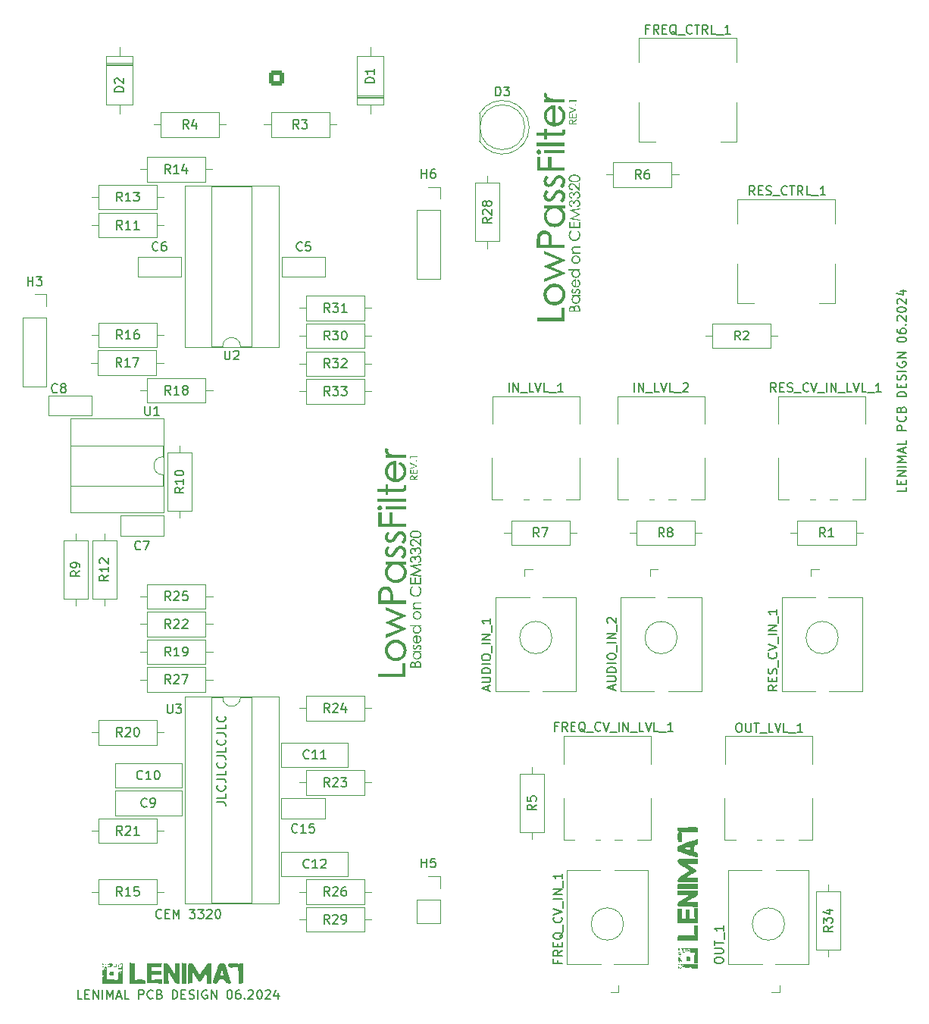
<source format=gto>
G04 #@! TF.GenerationSoftware,KiCad,Pcbnew,8.0.2-1*
G04 #@! TF.CreationDate,2024-06-17T09:47:28+02:00*
G04 #@! TF.ProjectId,3320,33333230-2e6b-4696-9361-645f70636258,rev?*
G04 #@! TF.SameCoordinates,Original*
G04 #@! TF.FileFunction,Legend,Top*
G04 #@! TF.FilePolarity,Positive*
%FSLAX46Y46*%
G04 Gerber Fmt 4.6, Leading zero omitted, Abs format (unit mm)*
G04 Created by KiCad (PCBNEW 8.0.2-1) date 2024-06-17 09:47:28*
%MOMM*%
%LPD*%
G01*
G04 APERTURE LIST*
G04 Aperture macros list*
%AMRoundRect*
0 Rectangle with rounded corners*
0 $1 Rounding radius*
0 $2 $3 $4 $5 $6 $7 $8 $9 X,Y pos of 4 corners*
0 Add a 4 corners polygon primitive as box body*
4,1,4,$2,$3,$4,$5,$6,$7,$8,$9,$2,$3,0*
0 Add four circle primitives for the rounded corners*
1,1,$1+$1,$2,$3*
1,1,$1+$1,$4,$5*
1,1,$1+$1,$6,$7*
1,1,$1+$1,$8,$9*
0 Add four rect primitives between the rounded corners*
20,1,$1+$1,$2,$3,$4,$5,0*
20,1,$1+$1,$4,$5,$6,$7,0*
20,1,$1+$1,$6,$7,$8,$9,0*
20,1,$1+$1,$8,$9,$2,$3,0*%
G04 Aperture macros list end*
%ADD10C,0.150000*%
%ADD11C,0.120000*%
%ADD12C,0.000000*%
%ADD13C,1.600000*%
%ADD14O,1.600000X1.600000*%
%ADD15R,2.200000X2.200000*%
%ADD16O,2.200000X2.200000*%
%ADD17O,4.000000X4.000000*%
%ADD18R,1.800000X1.800000*%
%ADD19C,1.800000*%
%ADD20C,1.400000*%
%ADD21C,3.200000*%
%ADD22R,1.930000X1.830000*%
%ADD23C,2.130000*%
%ADD24R,1.700000X1.700000*%
%ADD25O,1.700000X1.700000*%
%ADD26R,1.600000X2.400000*%
%ADD27O,1.600000X2.400000*%
%ADD28R,2.400000X1.600000*%
%ADD29O,2.400000X1.600000*%
%ADD30C,3.240000*%
%ADD31R,1.600000X1.600000*%
%ADD32C,2.000000*%
%ADD33RoundRect,0.250000X0.600000X-0.600000X0.600000X0.600000X-0.600000X0.600000X-0.600000X-0.600000X0*%
%ADD34C,1.700000*%
%ADD35R,1.200000X1.200000*%
%ADD36C,1.200000*%
%ADD37C,1.440000*%
G04 APERTURE END LIST*
D10*
G36*
X113551473Y-61234549D02*
G01*
X113176316Y-61524905D01*
X113176316Y-61558709D01*
X113551473Y-61558709D01*
X113551473Y-61655429D01*
X112713623Y-61655429D01*
X112713623Y-61486608D01*
X112713923Y-61446476D01*
X112714539Y-61423691D01*
X112813665Y-61423691D01*
X112813665Y-61558709D01*
X113076274Y-61558709D01*
X113076274Y-61427013D01*
X113075159Y-61386150D01*
X113070106Y-61345517D01*
X113059605Y-61307541D01*
X113045988Y-61280662D01*
X113017119Y-61251848D01*
X112977698Y-61236332D01*
X112945556Y-61233377D01*
X112906026Y-61237880D01*
X112868364Y-61255173D01*
X112845123Y-61279490D01*
X112827213Y-61317334D01*
X112818088Y-61357434D01*
X112814156Y-61399981D01*
X112813665Y-61423691D01*
X112714539Y-61423691D01*
X112715077Y-61403758D01*
X112717518Y-61361421D01*
X112722386Y-61318859D01*
X112725933Y-61300983D01*
X112738581Y-61262090D01*
X112758478Y-61225182D01*
X112767161Y-61213251D01*
X112795718Y-61183796D01*
X112830783Y-61160400D01*
X112841997Y-61154829D01*
X112880949Y-61140912D01*
X112919825Y-61134364D01*
X112943797Y-61133335D01*
X112988025Y-61136673D01*
X113028214Y-61146687D01*
X113064363Y-61163376D01*
X113096473Y-61186742D01*
X113113009Y-61203091D01*
X113137676Y-61236573D01*
X113156285Y-61275983D01*
X113167414Y-61314481D01*
X113174091Y-61357334D01*
X113176254Y-61396372D01*
X113176316Y-61404542D01*
X113551473Y-61113014D01*
X113551473Y-61234549D01*
G37*
G36*
X112826170Y-60500258D02*
G01*
X112826170Y-60882840D01*
X113051264Y-60882840D01*
X113051264Y-60503579D01*
X113151306Y-60503579D01*
X113151306Y-60882840D01*
X113451431Y-60882840D01*
X113451431Y-60503579D01*
X113551473Y-60503579D01*
X113551473Y-60979560D01*
X112726128Y-60979560D01*
X112726128Y-60500258D01*
X112826170Y-60500258D01*
G37*
G36*
X112726128Y-59706371D02*
G01*
X113563979Y-60065310D01*
X113563979Y-60091297D01*
X112726128Y-60444766D01*
X112726128Y-60341207D01*
X113355102Y-60077815D01*
X112726128Y-59809930D01*
X112726128Y-59706371D01*
G37*
G36*
X113353930Y-59514298D02*
G01*
X113364366Y-59475568D01*
X113376009Y-59460956D01*
X113410902Y-59441032D01*
X113429938Y-59438876D01*
X113469289Y-59449312D01*
X113484062Y-59460956D01*
X113503809Y-59495387D01*
X113505946Y-59513907D01*
X113495326Y-59552386D01*
X113483476Y-59567250D01*
X113448331Y-59587526D01*
X113429547Y-59589720D01*
X113390641Y-59579100D01*
X113376009Y-59567250D01*
X113356086Y-59532567D01*
X113353930Y-59514298D01*
G37*
G36*
X113551473Y-58999239D02*
G01*
X113551473Y-59094982D01*
X112813665Y-59094982D01*
X112813665Y-59228827D01*
X112713623Y-59170209D01*
X112713623Y-58999239D01*
X113551473Y-58999239D01*
G37*
G36*
X113657830Y-81865560D02*
G01*
X113718261Y-81881716D01*
X113773588Y-81908644D01*
X113823809Y-81946343D01*
X113850214Y-81972721D01*
X113889957Y-82025100D01*
X113919938Y-82084015D01*
X113940158Y-82149465D01*
X113949720Y-82210767D01*
X113952210Y-82265519D01*
X113952210Y-82611660D01*
X112695434Y-82611660D01*
X112695434Y-82360188D01*
X112696141Y-82339672D01*
X112845497Y-82339672D01*
X112845497Y-82468046D01*
X113220654Y-82468046D01*
X113220654Y-82412358D01*
X113370717Y-82412358D01*
X113370717Y-82468046D01*
X113802147Y-82468046D01*
X113802147Y-82329706D01*
X113800609Y-82269091D01*
X113794358Y-82205842D01*
X113780509Y-82148305D01*
X113777528Y-82140662D01*
X113746094Y-82087393D01*
X113701617Y-82045994D01*
X113647018Y-82018322D01*
X113598156Y-82010530D01*
X113539847Y-82017969D01*
X113504953Y-82031632D01*
X113455906Y-82068039D01*
X113433438Y-82094061D01*
X113403165Y-82146488D01*
X113386544Y-82195471D01*
X113376899Y-82253997D01*
X113372587Y-82315852D01*
X113370964Y-82374604D01*
X113370717Y-82412358D01*
X113220654Y-82412358D01*
X113220654Y-82410600D01*
X113218326Y-82347852D01*
X113209964Y-82285140D01*
X113193287Y-82226062D01*
X113172001Y-82183747D01*
X113131798Y-82140862D01*
X113078089Y-82115778D01*
X113017542Y-82108422D01*
X112959073Y-82116552D01*
X112906150Y-82146588D01*
X112869691Y-82198754D01*
X112851546Y-82261083D01*
X112845665Y-82325444D01*
X112845497Y-82339672D01*
X112696141Y-82339672D01*
X112697466Y-82301210D01*
X112705270Y-82236501D01*
X112718926Y-82178407D01*
X112742256Y-82118992D01*
X112773551Y-82068581D01*
X112778672Y-82062114D01*
X112824596Y-82017363D01*
X112879422Y-81985397D01*
X112943151Y-81966218D01*
X113006217Y-81959925D01*
X113015783Y-81959825D01*
X113076062Y-81964699D01*
X113139562Y-81982705D01*
X113195714Y-82013978D01*
X113244516Y-82058519D01*
X113274876Y-82098457D01*
X113299184Y-82042916D01*
X113332093Y-81989191D01*
X113370890Y-81944740D01*
X113400026Y-81920258D01*
X113453561Y-81888573D01*
X113513049Y-81868623D01*
X113571679Y-81860702D01*
X113592294Y-81860174D01*
X113657830Y-81865560D01*
G37*
G36*
X113953090Y-80889748D02*
G01*
X113818267Y-80889748D01*
X113865889Y-80937844D01*
X113905439Y-80988157D01*
X113936918Y-81040689D01*
X113960325Y-81095439D01*
X113975661Y-81152407D01*
X113982925Y-81211594D01*
X113983571Y-81235889D01*
X113980050Y-81295698D01*
X113966532Y-81363842D01*
X113942874Y-81428029D01*
X113909077Y-81488259D01*
X113873167Y-81535429D01*
X113839370Y-81571186D01*
X113792863Y-81611293D01*
X113743652Y-81644602D01*
X113681027Y-81675600D01*
X113614508Y-81696809D01*
X113556100Y-81707005D01*
X113494988Y-81710404D01*
X113433841Y-81706984D01*
X113375513Y-81696723D01*
X113309241Y-81675380D01*
X113247029Y-81644186D01*
X113198287Y-81610667D01*
X113152364Y-81570307D01*
X113111244Y-81525023D01*
X113077093Y-81476735D01*
X113045312Y-81414822D01*
X113023567Y-81348581D01*
X113013113Y-81290074D01*
X113009628Y-81228562D01*
X113009742Y-81226803D01*
X113135951Y-81226803D01*
X113141000Y-81287760D01*
X113156146Y-81344452D01*
X113185822Y-81404023D01*
X113222607Y-81451579D01*
X113241464Y-81470655D01*
X113289449Y-81509484D01*
X113341080Y-81538776D01*
X113396358Y-81558531D01*
X113455283Y-81568750D01*
X113490591Y-81570307D01*
X113551600Y-81565468D01*
X113608961Y-81550952D01*
X113662677Y-81526759D01*
X113712745Y-81492889D01*
X113739719Y-81469190D01*
X113780832Y-81422888D01*
X113811847Y-81372715D01*
X113834928Y-81310634D01*
X113844305Y-81252167D01*
X113845232Y-81225924D01*
X113840379Y-81166483D01*
X113822949Y-81103083D01*
X113792844Y-81044520D01*
X113756102Y-80997244D01*
X113743822Y-80984417D01*
X113697085Y-80944903D01*
X113645608Y-80915094D01*
X113589390Y-80894990D01*
X113528432Y-80884592D01*
X113491471Y-80883007D01*
X113427661Y-80887776D01*
X113368564Y-80902081D01*
X113314180Y-80925923D01*
X113264508Y-80959303D01*
X113238240Y-80982658D01*
X113198383Y-81028401D01*
X113164819Y-81085934D01*
X113144042Y-81149073D01*
X113136350Y-81208917D01*
X113135951Y-81226803D01*
X113009742Y-81226803D01*
X113013621Y-81167044D01*
X113025599Y-81108704D01*
X113045563Y-81053540D01*
X113073513Y-81001553D01*
X113109448Y-80952744D01*
X113153369Y-80907112D01*
X113173173Y-80889748D01*
X113033076Y-80889748D01*
X113033076Y-80753168D01*
X113953090Y-80753168D01*
X113953090Y-80889748D01*
G37*
G36*
X113130675Y-80043886D02*
G01*
X113223585Y-80133279D01*
X113182937Y-80182042D01*
X113151090Y-80234361D01*
X113132127Y-80294654D01*
X113130675Y-80315582D01*
X113143498Y-80374521D01*
X113163501Y-80403510D01*
X113213276Y-80434783D01*
X113244688Y-80438974D01*
X113302727Y-80421933D01*
X113329098Y-80399406D01*
X113366695Y-80348578D01*
X113399095Y-80294195D01*
X113418491Y-80258429D01*
X113449212Y-80205073D01*
X113485414Y-80154434D01*
X113527747Y-80109245D01*
X113535727Y-80102212D01*
X113587907Y-80068634D01*
X113648165Y-80050554D01*
X113692824Y-80047110D01*
X113756251Y-80053602D01*
X113813649Y-80073077D01*
X113865020Y-80105534D01*
X113890954Y-80129176D01*
X113929633Y-80178187D01*
X113955653Y-80233226D01*
X113969015Y-80294292D01*
X113970968Y-80330823D01*
X113966053Y-80391513D01*
X113951308Y-80448288D01*
X113921682Y-80509577D01*
X113885638Y-80557869D01*
X113839765Y-80602244D01*
X113831163Y-80609260D01*
X113733271Y-80521625D01*
X113779818Y-80475830D01*
X113816286Y-80423784D01*
X113837066Y-80365304D01*
X113839663Y-80335806D01*
X113829112Y-80276308D01*
X113797458Y-80226189D01*
X113748562Y-80190513D01*
X113698686Y-80180467D01*
X113640984Y-80193636D01*
X113604311Y-80222086D01*
X113568559Y-80269578D01*
X113537084Y-80322793D01*
X113515504Y-80363942D01*
X113486125Y-80416477D01*
X113451469Y-80465822D01*
X113410901Y-80509126D01*
X113403250Y-80515764D01*
X113351606Y-80547019D01*
X113294635Y-80562997D01*
X113241170Y-80567055D01*
X113181258Y-80559899D01*
X113122099Y-80535499D01*
X113074449Y-80498290D01*
X113070005Y-80493782D01*
X113032602Y-80443224D01*
X113009051Y-80383506D01*
X112999700Y-80321929D01*
X112999077Y-80299755D01*
X113007302Y-80238481D01*
X113027993Y-80183393D01*
X113061278Y-80126931D01*
X113099832Y-80077441D01*
X113130675Y-80043886D01*
G37*
G36*
X113520780Y-79771898D02*
G01*
X113581147Y-79764112D01*
X113643475Y-79745253D01*
X113698695Y-79715770D01*
X113746808Y-79675662D01*
X113752322Y-79669902D01*
X113790534Y-79620736D01*
X113817828Y-79567027D01*
X113834204Y-79508775D01*
X113839663Y-79445980D01*
X113834347Y-79379390D01*
X113818397Y-79317924D01*
X113791814Y-79261581D01*
X113754598Y-79210362D01*
X113706749Y-79164266D01*
X113648266Y-79123293D01*
X113621896Y-79108339D01*
X113682566Y-78990223D01*
X113734962Y-79021018D01*
X113789344Y-79059498D01*
X113836462Y-79100727D01*
X113876315Y-79144705D01*
X113900333Y-79177801D01*
X113931236Y-79234368D01*
X113953309Y-79296210D01*
X113965381Y-79354650D01*
X113970692Y-79417129D01*
X113970968Y-79435722D01*
X113967605Y-79498885D01*
X113957516Y-79558500D01*
X113936530Y-79625352D01*
X113905858Y-79687093D01*
X113865501Y-79743724D01*
X113833215Y-79778639D01*
X113788623Y-79817563D01*
X113731278Y-79855565D01*
X113669749Y-79884065D01*
X113604037Y-79903066D01*
X113534142Y-79912566D01*
X113497625Y-79913754D01*
X113437132Y-79910434D01*
X113379301Y-79900473D01*
X113313418Y-79879755D01*
X113251367Y-79849475D01*
X113202586Y-79816938D01*
X113156467Y-79777759D01*
X113115094Y-79733680D01*
X113074702Y-79676609D01*
X113044408Y-79614985D01*
X113024212Y-79548806D01*
X113015096Y-79490177D01*
X113012852Y-79440997D01*
X113139468Y-79440997D01*
X113145571Y-79510949D01*
X113163882Y-79573158D01*
X113194401Y-79627624D01*
X113237127Y-79674349D01*
X113292060Y-79713331D01*
X113344796Y-79738942D01*
X113389475Y-79754898D01*
X113389475Y-79120062D01*
X113327161Y-79139460D01*
X113273101Y-79168965D01*
X113227295Y-79208579D01*
X113205413Y-79234954D01*
X113173535Y-79287394D01*
X113152090Y-79344146D01*
X113141078Y-79405210D01*
X113139468Y-79440997D01*
X113012852Y-79440997D01*
X113016172Y-79379783D01*
X113026133Y-79321803D01*
X113046851Y-79256496D01*
X113077131Y-79195847D01*
X113116973Y-79139855D01*
X113148847Y-79105115D01*
X113193708Y-79066061D01*
X113243477Y-79033347D01*
X113298156Y-79006973D01*
X113357743Y-78986939D01*
X113422239Y-78973245D01*
X113491643Y-78965890D01*
X113520780Y-78964724D01*
X113520780Y-79771898D01*
G37*
G36*
X113942831Y-77998401D02*
G01*
X113808009Y-77998401D01*
X113855631Y-78046434D01*
X113895181Y-78096742D01*
X113926660Y-78149325D01*
X113950067Y-78204184D01*
X113965403Y-78261318D01*
X113972667Y-78320728D01*
X113973313Y-78345129D01*
X113969814Y-78405169D01*
X113956377Y-78473478D01*
X113932864Y-78537706D01*
X113899273Y-78597854D01*
X113863582Y-78644860D01*
X113829991Y-78680425D01*
X113783716Y-78720279D01*
X113734651Y-78753377D01*
X113672088Y-78784180D01*
X113605507Y-78805255D01*
X113546953Y-78815387D01*
X113485609Y-78818764D01*
X113424208Y-78815344D01*
X113365670Y-78805083D01*
X113299203Y-78783740D01*
X113236857Y-78752546D01*
X113188050Y-78719027D01*
X113142106Y-78678667D01*
X113100985Y-78633383D01*
X113066835Y-78585095D01*
X113035054Y-78523182D01*
X113013309Y-78456941D01*
X113002855Y-78398434D01*
X112999370Y-78336922D01*
X112999598Y-78333405D01*
X113135951Y-78333405D01*
X113141000Y-78395689D01*
X113156146Y-78453290D01*
X113181391Y-78506206D01*
X113216734Y-78554437D01*
X113241464Y-78579895D01*
X113289407Y-78618381D01*
X113340912Y-78647415D01*
X113404137Y-78669021D01*
X113463276Y-78677799D01*
X113489712Y-78678667D01*
X113550420Y-78673828D01*
X113607649Y-78659312D01*
X113661401Y-78635119D01*
X113711674Y-78601249D01*
X113738840Y-78577550D01*
X113780295Y-78531248D01*
X113811569Y-78481075D01*
X113834842Y-78418995D01*
X113844297Y-78360527D01*
X113845232Y-78334284D01*
X113839004Y-78269401D01*
X113820319Y-78208108D01*
X113789178Y-78150406D01*
X113751712Y-78102862D01*
X113745581Y-78096294D01*
X113699445Y-78055524D01*
X113648232Y-78024767D01*
X113591942Y-78004024D01*
X113530575Y-77993295D01*
X113493229Y-77991660D01*
X113428735Y-77996303D01*
X113369121Y-78010229D01*
X113314388Y-78033440D01*
X113264535Y-78065936D01*
X113238240Y-78088674D01*
X113198383Y-78133543D01*
X113164819Y-78190765D01*
X113144042Y-78254324D01*
X113136350Y-78315138D01*
X113135951Y-78333405D01*
X112999598Y-78333405D01*
X113003363Y-78275411D01*
X113015341Y-78217092D01*
X113035305Y-78161964D01*
X113063255Y-78110028D01*
X113099190Y-78061283D01*
X113143111Y-78015729D01*
X113162915Y-77998401D01*
X112676676Y-77998401D01*
X112676676Y-77861528D01*
X113942831Y-77861528D01*
X113942831Y-77998401D01*
G37*
G36*
X113550449Y-76298610D02*
G01*
X113608938Y-76308700D01*
X113675385Y-76329685D01*
X113737752Y-76360357D01*
X113786607Y-76393316D01*
X113832629Y-76433000D01*
X113873665Y-76477545D01*
X113907745Y-76525267D01*
X113939461Y-76586727D01*
X113961161Y-76652762D01*
X113971594Y-76711285D01*
X113975071Y-76772986D01*
X113971594Y-76834716D01*
X113961161Y-76893325D01*
X113939461Y-76959539D01*
X113907745Y-77021260D01*
X113873665Y-77069262D01*
X113832629Y-77114145D01*
X113786607Y-77153998D01*
X113737752Y-77187097D01*
X113675385Y-77217899D01*
X113608938Y-77238974D01*
X113550449Y-77249106D01*
X113489126Y-77252484D01*
X113427704Y-77249085D01*
X113369101Y-77238888D01*
X113302500Y-77217679D01*
X113239958Y-77186681D01*
X113190941Y-77153372D01*
X113144743Y-77113265D01*
X113103370Y-77068173D01*
X113069009Y-77020089D01*
X113037032Y-76958440D01*
X113015153Y-76892484D01*
X113004635Y-76834231D01*
X113001179Y-76773866D01*
X113137709Y-76773866D01*
X113144304Y-76840232D01*
X113164087Y-76901873D01*
X113197060Y-76958788D01*
X113236731Y-77004711D01*
X113243222Y-77010976D01*
X113291291Y-77049805D01*
X113343175Y-77079097D01*
X113398874Y-77098852D01*
X113458388Y-77109071D01*
X113494108Y-77110628D01*
X113555491Y-77106027D01*
X113612695Y-77092227D01*
X113672953Y-77065189D01*
X113721200Y-77031674D01*
X113740598Y-77014494D01*
X113779998Y-76969979D01*
X113813177Y-76913403D01*
X113833716Y-76850745D01*
X113841320Y-76790931D01*
X113841715Y-76772986D01*
X113836834Y-76713671D01*
X113819304Y-76650725D01*
X113789024Y-76592945D01*
X113752070Y-76546625D01*
X113739719Y-76534117D01*
X113692962Y-76495630D01*
X113634614Y-76463221D01*
X113571027Y-76443158D01*
X113511090Y-76435731D01*
X113493229Y-76435345D01*
X113431878Y-76440155D01*
X113374258Y-76454587D01*
X113320368Y-76478640D01*
X113270209Y-76512313D01*
X113243222Y-76535875D01*
X113202109Y-76581524D01*
X113167488Y-76638091D01*
X113146055Y-76699347D01*
X113137812Y-76765293D01*
X113137709Y-76773866D01*
X113001179Y-76773866D01*
X113001129Y-76772986D01*
X113004635Y-76712171D01*
X113015153Y-76654290D01*
X113037032Y-76588705D01*
X113069009Y-76527345D01*
X113103370Y-76479438D01*
X113144743Y-76434466D01*
X113190941Y-76394359D01*
X113239958Y-76361050D01*
X113302500Y-76330052D01*
X113369101Y-76308843D01*
X113427704Y-76298646D01*
X113489126Y-76295247D01*
X113550449Y-76298610D01*
G37*
G36*
X113952210Y-75303426D02*
G01*
X113952210Y-75442058D01*
X113513452Y-75442058D01*
X113451559Y-75442745D01*
X113392226Y-75445214D01*
X113330504Y-75451539D01*
X113306530Y-75456420D01*
X113250249Y-75476842D01*
X113213913Y-75498625D01*
X113172361Y-75541733D01*
X113157346Y-75569553D01*
X113141684Y-75627084D01*
X113138588Y-75674187D01*
X113146209Y-75735150D01*
X113167195Y-75791238D01*
X113169070Y-75794940D01*
X113202652Y-75846499D01*
X113246796Y-75890716D01*
X113253480Y-75896057D01*
X113305584Y-75929892D01*
X113360779Y-75952265D01*
X113368372Y-75954382D01*
X113430979Y-75964026D01*
X113491722Y-75967983D01*
X113557345Y-75969822D01*
X113611345Y-75970209D01*
X113952210Y-75970209D01*
X113952210Y-76110600D01*
X113032196Y-76110600D01*
X113032196Y-75970209D01*
X113170829Y-75970209D01*
X113124136Y-75926205D01*
X113085357Y-75879740D01*
X113049269Y-75820732D01*
X113024577Y-75758180D01*
X113011281Y-75692083D01*
X113008749Y-75646050D01*
X113013786Y-75585600D01*
X113028899Y-75528813D01*
X113054087Y-75475690D01*
X113060333Y-75465505D01*
X113096197Y-75418742D01*
X113144440Y-75376494D01*
X113196292Y-75346440D01*
X113201896Y-75343872D01*
X113260371Y-75324321D01*
X113325273Y-75312313D01*
X113392039Y-75305954D01*
X113456680Y-75303584D01*
X113479747Y-75303426D01*
X113952210Y-75303426D01*
G37*
G36*
X113718616Y-73487725D02*
G01*
X113764448Y-73526397D01*
X113818544Y-73582016D01*
X113864625Y-73642269D01*
X113902693Y-73707157D01*
X113932746Y-73776679D01*
X113954785Y-73850836D01*
X113966055Y-73909495D01*
X113972817Y-73970760D01*
X113975071Y-74034633D01*
X113972173Y-74106459D01*
X113963476Y-74174951D01*
X113948982Y-74240109D01*
X113928690Y-74301933D01*
X113902600Y-74360423D01*
X113870713Y-74415579D01*
X113833027Y-74467401D01*
X113789545Y-74515889D01*
X113741560Y-74559784D01*
X113690516Y-74597827D01*
X113636413Y-74630016D01*
X113579251Y-74656353D01*
X113519030Y-74676838D01*
X113455750Y-74691469D01*
X113389411Y-74700248D01*
X113320012Y-74703175D01*
X113255124Y-74700125D01*
X113192133Y-74690975D01*
X113131037Y-74675725D01*
X113071837Y-74654375D01*
X113014533Y-74626925D01*
X112995853Y-74616420D01*
X112942386Y-74581438D01*
X112893431Y-74541777D01*
X112848990Y-74497439D01*
X112809062Y-74448423D01*
X112773647Y-74394729D01*
X112762845Y-74375792D01*
X112734159Y-74317334D01*
X112711408Y-74257144D01*
X112694592Y-74195224D01*
X112683711Y-74131573D01*
X112678765Y-74066191D01*
X112678435Y-74044012D01*
X112680846Y-73978496D01*
X112688079Y-73915597D01*
X112700135Y-73855315D01*
X112717013Y-73797650D01*
X112738713Y-73742603D01*
X112747018Y-73724836D01*
X112779925Y-73665388D01*
X112818890Y-73610400D01*
X112863914Y-73559873D01*
X112907328Y-73520113D01*
X112946907Y-73489483D01*
X113033076Y-73600858D01*
X112983204Y-73646040D01*
X112939982Y-73693804D01*
X112903410Y-73744152D01*
X112873487Y-73797083D01*
X112850214Y-73852596D01*
X112833590Y-73910692D01*
X112823616Y-73971371D01*
X112820291Y-74034633D01*
X112823919Y-74099162D01*
X112834803Y-74160857D01*
X112852942Y-74219719D01*
X112878337Y-74275747D01*
X112910988Y-74328941D01*
X112950894Y-74379302D01*
X112968889Y-74398653D01*
X113016957Y-74442644D01*
X113068288Y-74479178D01*
X113122882Y-74508257D01*
X113180739Y-74529880D01*
X113241859Y-74544046D01*
X113306241Y-74550757D01*
X113332908Y-74551353D01*
X113398411Y-74547704D01*
X113460466Y-74536756D01*
X113519071Y-74518509D01*
X113574228Y-74492964D01*
X113625935Y-74460120D01*
X113674194Y-74419977D01*
X113692531Y-74401877D01*
X113734074Y-74353004D01*
X113768575Y-74299810D01*
X113796035Y-74242294D01*
X113816454Y-74180455D01*
X113829832Y-74114295D01*
X113836169Y-74043813D01*
X113836732Y-74014410D01*
X113831745Y-73941562D01*
X113816783Y-73871762D01*
X113791845Y-73805011D01*
X113756934Y-73741308D01*
X113721822Y-73692540D01*
X113680327Y-73645724D01*
X113632448Y-73600858D01*
X113718616Y-73487725D01*
G37*
G36*
X112864255Y-72560969D02*
G01*
X112864255Y-73134842D01*
X113201896Y-73134842D01*
X113201896Y-72565952D01*
X113351959Y-72565952D01*
X113351959Y-73134842D01*
X113802147Y-73134842D01*
X113802147Y-72565952D01*
X113952210Y-72565952D01*
X113952210Y-73279923D01*
X112714192Y-73279923D01*
X112714192Y-72560969D01*
X112864255Y-72560969D01*
G37*
G36*
X113952210Y-71044221D02*
G01*
X113952210Y-71187836D01*
X113109866Y-71302728D01*
X113952210Y-71718039D01*
X113952210Y-71761709D01*
X113103124Y-72182295D01*
X113952210Y-72296894D01*
X113952210Y-72436992D01*
X112714192Y-72261430D01*
X112714192Y-72225966D01*
X113696928Y-71739727D01*
X112714192Y-71257006D01*
X112714192Y-71221542D01*
X113952210Y-71044221D01*
G37*
G36*
X113256118Y-70298890D02*
G01*
X113286077Y-70246383D01*
X113326217Y-70196363D01*
X113373569Y-70155101D01*
X113389182Y-70144431D01*
X113443581Y-70115528D01*
X113500900Y-70097330D01*
X113561138Y-70089837D01*
X113573536Y-70089623D01*
X113633038Y-70093868D01*
X113698394Y-70109552D01*
X113759374Y-70136792D01*
X113808160Y-70169339D01*
X113853732Y-70210376D01*
X113893574Y-70257785D01*
X113925173Y-70309666D01*
X113948528Y-70366018D01*
X113963641Y-70426843D01*
X113970510Y-70492139D01*
X113970968Y-70514898D01*
X113967640Y-70574885D01*
X113955344Y-70639529D01*
X113933988Y-70698424D01*
X113903572Y-70751568D01*
X113876300Y-70786008D01*
X113830520Y-70828888D01*
X113776018Y-70865204D01*
X113722358Y-70891109D01*
X113662289Y-70912191D01*
X113595811Y-70928450D01*
X113595811Y-70785129D01*
X113651901Y-70767067D01*
X113705807Y-70742105D01*
X113754281Y-70708606D01*
X113774011Y-70689581D01*
X113807050Y-70639684D01*
X113825185Y-70583264D01*
X113831816Y-70523480D01*
X113832043Y-70509036D01*
X113826247Y-70446082D01*
X113808859Y-70389108D01*
X113779879Y-70338116D01*
X113758770Y-70312372D01*
X113709242Y-70270486D01*
X113652616Y-70244114D01*
X113588891Y-70233255D01*
X113575295Y-70232944D01*
X113517064Y-70240085D01*
X113460793Y-70264769D01*
X113413395Y-70307084D01*
X113400905Y-70323217D01*
X113369481Y-70380741D01*
X113349683Y-70443202D01*
X113338642Y-70506600D01*
X113333843Y-70567438D01*
X113333201Y-70589050D01*
X113201896Y-70589050D01*
X113198526Y-70528820D01*
X113186676Y-70468418D01*
X113163504Y-70410441D01*
X113147967Y-70385059D01*
X113107774Y-70340839D01*
X113052236Y-70312244D01*
X113013732Y-70307390D01*
X112952981Y-70317306D01*
X112901227Y-70347054D01*
X112880375Y-70367473D01*
X112845838Y-70420262D01*
X112828908Y-70481466D01*
X112827032Y-70512554D01*
X112833833Y-70571850D01*
X112856549Y-70626041D01*
X112875392Y-70650893D01*
X112922670Y-70691383D01*
X112975520Y-70721564D01*
X113021352Y-70741165D01*
X113021352Y-70888004D01*
X112963241Y-70871912D01*
X112902190Y-70847747D01*
X112848405Y-70817776D01*
X112801885Y-70781999D01*
X112773103Y-70752889D01*
X112735405Y-70701103D01*
X112708477Y-70643639D01*
X112692320Y-70580496D01*
X112687019Y-70520588D01*
X112686935Y-70511674D01*
X112691465Y-70450666D01*
X112705055Y-70393304D01*
X112731680Y-70332213D01*
X112764685Y-70282665D01*
X112781603Y-70262547D01*
X112824942Y-70221434D01*
X112879178Y-70186812D01*
X112938433Y-70165380D01*
X113002707Y-70157137D01*
X113011094Y-70157034D01*
X113075913Y-70163822D01*
X113134449Y-70184186D01*
X113186701Y-70218126D01*
X113232671Y-70265642D01*
X113256118Y-70298890D01*
G37*
G36*
X113256118Y-69368032D02*
G01*
X113286077Y-69315525D01*
X113326217Y-69265505D01*
X113373569Y-69224243D01*
X113389182Y-69213572D01*
X113443581Y-69184670D01*
X113500900Y-69166472D01*
X113561138Y-69158978D01*
X113573536Y-69158764D01*
X113633038Y-69163010D01*
X113698394Y-69178693D01*
X113759374Y-69205934D01*
X113808160Y-69238481D01*
X113853732Y-69279518D01*
X113893574Y-69326927D01*
X113925173Y-69378807D01*
X113948528Y-69435160D01*
X113963641Y-69495984D01*
X113970510Y-69561281D01*
X113970968Y-69584040D01*
X113967640Y-69644026D01*
X113955344Y-69708671D01*
X113933988Y-69767566D01*
X113903572Y-69820710D01*
X113876300Y-69855150D01*
X113830520Y-69898030D01*
X113776018Y-69934346D01*
X113722358Y-69960250D01*
X113662289Y-69981332D01*
X113595811Y-69997592D01*
X113595811Y-69854270D01*
X113651901Y-69836209D01*
X113705807Y-69811247D01*
X113754281Y-69777748D01*
X113774011Y-69758722D01*
X113807050Y-69708826D01*
X113825185Y-69652406D01*
X113831816Y-69592622D01*
X113832043Y-69578178D01*
X113826247Y-69515223D01*
X113808859Y-69458250D01*
X113779879Y-69407258D01*
X113758770Y-69381514D01*
X113709242Y-69339628D01*
X113652616Y-69313256D01*
X113588891Y-69302396D01*
X113575295Y-69302086D01*
X113517064Y-69309227D01*
X113460793Y-69333910D01*
X113413395Y-69376226D01*
X113400905Y-69392358D01*
X113369481Y-69449883D01*
X113349683Y-69512343D01*
X113338642Y-69575742D01*
X113333843Y-69636580D01*
X113333201Y-69658192D01*
X113201896Y-69658192D01*
X113198526Y-69597962D01*
X113186676Y-69537560D01*
X113163504Y-69479583D01*
X113147967Y-69454200D01*
X113107774Y-69409981D01*
X113052236Y-69381386D01*
X113013732Y-69376531D01*
X112952981Y-69386447D01*
X112901227Y-69416196D01*
X112880375Y-69436615D01*
X112845838Y-69489403D01*
X112828908Y-69550608D01*
X112827032Y-69581695D01*
X112833833Y-69640991D01*
X112856549Y-69695182D01*
X112875392Y-69720034D01*
X112922670Y-69760525D01*
X112975520Y-69790706D01*
X113021352Y-69810307D01*
X113021352Y-69957145D01*
X112963241Y-69941054D01*
X112902190Y-69916889D01*
X112848405Y-69886918D01*
X112801885Y-69851140D01*
X112773103Y-69822030D01*
X112735405Y-69770245D01*
X112708477Y-69712780D01*
X112692320Y-69649637D01*
X112687019Y-69589729D01*
X112686935Y-69580816D01*
X112691465Y-69519808D01*
X112705055Y-69462446D01*
X112731680Y-69401355D01*
X112764685Y-69351807D01*
X112781603Y-69331688D01*
X112824942Y-69290575D01*
X112879178Y-69255954D01*
X112938433Y-69234522D01*
X113002707Y-69226278D01*
X113011094Y-69226175D01*
X113075913Y-69232963D01*
X113134449Y-69253328D01*
X113186701Y-69287268D01*
X113232671Y-69334784D01*
X113256118Y-69368032D01*
G37*
G36*
X113933452Y-68224389D02*
G01*
X113933452Y-69086957D01*
X113422301Y-68605994D01*
X113376167Y-68562875D01*
X113327136Y-68518873D01*
X113277420Y-68476897D01*
X113229548Y-68440271D01*
X113220068Y-68433656D01*
X113166532Y-68404788D01*
X113108286Y-68387903D01*
X113051247Y-68382951D01*
X112988968Y-68391644D01*
X112932299Y-68417723D01*
X112885651Y-68456517D01*
X112848247Y-68505959D01*
X112824697Y-68562328D01*
X112815000Y-68625623D01*
X112814722Y-68639113D01*
X112820797Y-68697426D01*
X112841794Y-68755529D01*
X112877789Y-68806591D01*
X112891512Y-68820537D01*
X112939854Y-68856343D01*
X112998488Y-68882320D01*
X113059250Y-68897157D01*
X113110159Y-68903189D01*
X113110159Y-69043286D01*
X113049880Y-69037954D01*
X112982836Y-69024490D01*
X112921561Y-69003319D01*
X112866057Y-68974440D01*
X112816323Y-68937854D01*
X112793620Y-68916671D01*
X112753678Y-68870526D01*
X112722000Y-68820899D01*
X112695487Y-68758598D01*
X112681714Y-68701425D01*
X112676205Y-68640768D01*
X112676090Y-68630321D01*
X112679923Y-68569362D01*
X112694084Y-68503349D01*
X112718680Y-68442834D01*
X112753710Y-68387816D01*
X112785120Y-68351884D01*
X112835007Y-68308829D01*
X112889521Y-68276350D01*
X112948664Y-68254445D01*
X113012436Y-68243115D01*
X113050954Y-68241388D01*
X113114375Y-68246187D01*
X113175385Y-68260585D01*
X113233984Y-68284580D01*
X113265497Y-68302058D01*
X113317209Y-68336313D01*
X113365794Y-68372718D01*
X113417491Y-68415125D01*
X113464282Y-68456252D01*
X113496746Y-68486120D01*
X113802147Y-68769539D01*
X113802147Y-68224389D01*
X113933452Y-68224389D01*
G37*
G36*
X113403900Y-67288635D02*
G01*
X113475314Y-67294172D01*
X113542166Y-67303399D01*
X113604457Y-67316318D01*
X113662187Y-67332928D01*
X113727935Y-67358882D01*
X113786556Y-67390602D01*
X113808009Y-67404905D01*
X113856138Y-67443777D01*
X113903124Y-67495599D01*
X113938363Y-67553068D01*
X113961857Y-67616184D01*
X113973603Y-67684946D01*
X113975071Y-67721444D01*
X113971057Y-67781269D01*
X113955642Y-67847297D01*
X113928666Y-67907039D01*
X113890130Y-67960496D01*
X113840032Y-68007668D01*
X113810647Y-68028897D01*
X113755388Y-68060222D01*
X113692558Y-68086239D01*
X113622157Y-68106945D01*
X113560386Y-68119688D01*
X113493769Y-68129033D01*
X113422308Y-68134979D01*
X113346001Y-68137528D01*
X113326167Y-68137634D01*
X113267530Y-68136678D01*
X113193618Y-68132431D01*
X113124588Y-68124785D01*
X113060440Y-68113741D01*
X113001174Y-68099300D01*
X112933956Y-68076469D01*
X112874366Y-68048329D01*
X112842273Y-68028897D01*
X112795074Y-67992585D01*
X112748994Y-67943099D01*
X112714435Y-67887162D01*
X112691395Y-67824774D01*
X112679875Y-67755937D01*
X112678435Y-67719099D01*
X112678615Y-67716461D01*
X112817067Y-67716461D01*
X112825292Y-67779842D01*
X112849967Y-67835750D01*
X112891091Y-67884183D01*
X112940569Y-67920431D01*
X112948665Y-67925143D01*
X113002177Y-67950343D01*
X113064015Y-67970329D01*
X113121906Y-67983001D01*
X113185579Y-67992053D01*
X113255034Y-67997484D01*
X113314760Y-67999222D01*
X113330270Y-67999295D01*
X113392203Y-67998186D01*
X113477610Y-67992368D01*
X113554027Y-67981563D01*
X113621454Y-67965770D01*
X113679891Y-67944990D01*
X113743821Y-67909526D01*
X113791769Y-67865196D01*
X113823734Y-67812000D01*
X113839717Y-67749938D01*
X113841715Y-67715582D01*
X113833325Y-67650259D01*
X113808156Y-67592630D01*
X113766207Y-67542695D01*
X113715738Y-67505313D01*
X113707479Y-67500453D01*
X113653194Y-67474357D01*
X113591016Y-67453659D01*
X113533172Y-67440536D01*
X113469847Y-67431162D01*
X113401041Y-67425538D01*
X113342049Y-67423738D01*
X113326753Y-67423663D01*
X113266926Y-67424904D01*
X113197191Y-67429946D01*
X113133066Y-67438866D01*
X113074550Y-67451665D01*
X113011737Y-67472142D01*
X112957002Y-67498204D01*
X112948665Y-67503091D01*
X112897388Y-67540349D01*
X112854208Y-67589387D01*
X112827477Y-67645312D01*
X112817196Y-67708126D01*
X112817067Y-67716461D01*
X112678615Y-67716461D01*
X112682542Y-67658842D01*
X112698314Y-67591880D01*
X112725915Y-67530750D01*
X112765345Y-67475452D01*
X112807239Y-67433825D01*
X112846669Y-67403440D01*
X112902700Y-67369834D01*
X112965829Y-67341925D01*
X113036057Y-67319711D01*
X113097350Y-67306041D01*
X113163185Y-67296017D01*
X113233564Y-67289637D01*
X113308485Y-67286903D01*
X113327926Y-67286789D01*
X113403900Y-67288635D01*
G37*
G36*
X112208632Y-82130076D02*
G01*
X112208632Y-83662212D01*
X109160481Y-83662212D01*
X109160481Y-83295115D01*
X111880369Y-83295115D01*
X111880369Y-82130076D01*
X112208632Y-82130076D01*
G37*
G36*
X111251123Y-79489670D02*
G01*
X111397347Y-79514894D01*
X111563464Y-79567358D01*
X111719381Y-79644037D01*
X111841519Y-79726433D01*
X111956573Y-79825645D01*
X112059162Y-79937007D01*
X112144363Y-80056311D01*
X112223653Y-80209961D01*
X112277903Y-80375048D01*
X112303985Y-80521358D01*
X112312679Y-80675610D01*
X112303985Y-80829934D01*
X112277903Y-80976458D01*
X112223653Y-81141992D01*
X112144363Y-81296294D01*
X112059162Y-81416300D01*
X111956573Y-81528506D01*
X111841519Y-81628140D01*
X111719381Y-81710887D01*
X111563464Y-81787892D01*
X111397347Y-81840580D01*
X111251123Y-81865910D01*
X111097815Y-81874354D01*
X110944261Y-81865857D01*
X110797754Y-81840365D01*
X110631250Y-81787342D01*
X110474896Y-81709848D01*
X110352353Y-81626575D01*
X110236859Y-81526308D01*
X110133426Y-81413576D01*
X110047523Y-81293366D01*
X109967581Y-81139244D01*
X109912884Y-80974354D01*
X109886588Y-80828721D01*
X109877948Y-80677808D01*
X110219274Y-80677808D01*
X110235760Y-80843726D01*
X110285219Y-80997827D01*
X110367651Y-81140114D01*
X110466827Y-81254923D01*
X110483056Y-81270586D01*
X110603229Y-81367658D01*
X110732939Y-81440888D01*
X110872186Y-81490275D01*
X111020970Y-81515821D01*
X111110272Y-81519713D01*
X111263729Y-81508213D01*
X111406738Y-81473712D01*
X111557382Y-81406118D01*
X111678001Y-81322329D01*
X111726496Y-81279378D01*
X111824996Y-81168091D01*
X111907943Y-81026651D01*
X111959292Y-80870008D01*
X111978300Y-80720473D01*
X111979288Y-80675610D01*
X111967086Y-80527322D01*
X111923260Y-80369957D01*
X111847560Y-80225507D01*
X111755176Y-80109706D01*
X111724298Y-80078436D01*
X111607406Y-79982221D01*
X111461536Y-79901197D01*
X111302568Y-79851039D01*
X111152727Y-79832471D01*
X111108073Y-79831507D01*
X110954696Y-79843533D01*
X110810646Y-79879612D01*
X110675922Y-79939744D01*
X110550524Y-80023928D01*
X110483056Y-80082833D01*
X110380274Y-80196955D01*
X110293720Y-80338372D01*
X110240139Y-80491512D01*
X110219531Y-80656376D01*
X110219274Y-80677808D01*
X109877948Y-80677808D01*
X109877822Y-80675610D01*
X109886588Y-80523573D01*
X109912884Y-80378869D01*
X109967581Y-80214907D01*
X110047523Y-80061506D01*
X110133426Y-79941740D01*
X110236859Y-79829309D01*
X110352353Y-79729041D01*
X110474896Y-79645769D01*
X110631250Y-79568274D01*
X110797754Y-79515251D01*
X110944261Y-79489760D01*
X111097815Y-79481263D01*
X111251123Y-79489670D01*
G37*
G36*
X109957690Y-75816154D02*
G01*
X112302421Y-76799476D01*
X112302421Y-76888136D01*
X110686755Y-77562979D01*
X112302421Y-78242951D01*
X112302421Y-78331612D01*
X109957690Y-79298080D01*
X109957690Y-78939043D01*
X111590209Y-78289113D01*
X109957690Y-77605478D01*
X109957690Y-77521214D01*
X111594605Y-76841242D01*
X109957690Y-76178855D01*
X109957690Y-75816154D01*
G37*
G36*
X110107785Y-73541799D02*
G01*
X110256899Y-73578627D01*
X110331381Y-73609176D01*
X110464838Y-73690180D01*
X110576696Y-73797270D01*
X110604689Y-73832658D01*
X110681804Y-73961894D01*
X110734526Y-74100294D01*
X110757096Y-74189497D01*
X110780667Y-74353087D01*
X110791972Y-74505322D01*
X110798257Y-74660535D01*
X110801095Y-74807313D01*
X110801793Y-74936147D01*
X110801793Y-75122260D01*
X112255526Y-75122260D01*
X112255526Y-75484961D01*
X109113586Y-75484961D01*
X109113586Y-74851884D01*
X109114624Y-74692197D01*
X109116436Y-74615945D01*
X109488743Y-74615945D01*
X109488743Y-75122260D01*
X110473531Y-75122260D01*
X110473531Y-74640858D01*
X110471418Y-74490523D01*
X110455280Y-74339354D01*
X110412892Y-74183326D01*
X110337243Y-74060537D01*
X110218232Y-73966770D01*
X110078819Y-73916281D01*
X109974542Y-73906664D01*
X109809447Y-73931600D01*
X109678509Y-74006407D01*
X109581728Y-74131085D01*
X109527171Y-74273080D01*
X109496334Y-74449707D01*
X109488743Y-74615945D01*
X109116436Y-74615945D01*
X109118608Y-74524516D01*
X109127033Y-74361903D01*
X109143841Y-74205070D01*
X109156085Y-74143335D01*
X109206314Y-74000562D01*
X109282629Y-73868447D01*
X109309225Y-73832658D01*
X109416054Y-73720700D01*
X109544202Y-73632303D01*
X109584731Y-73611374D01*
X109725818Y-73559189D01*
X109881174Y-73533608D01*
X109957690Y-73530774D01*
X110107785Y-73541799D01*
G37*
G36*
X112257725Y-71095917D02*
G01*
X111920669Y-71095917D01*
X112039724Y-71216155D01*
X112138599Y-71341939D01*
X112217296Y-71473269D01*
X112275814Y-71610144D01*
X112314153Y-71752564D01*
X112332314Y-71900530D01*
X112333928Y-71961270D01*
X112325127Y-72110792D01*
X112291330Y-72281151D01*
X112232185Y-72441619D01*
X112147692Y-72592195D01*
X112057919Y-72710118D01*
X111973426Y-72799511D01*
X111857159Y-72899778D01*
X111734130Y-72983051D01*
X111577569Y-73060546D01*
X111411271Y-73113568D01*
X111265252Y-73139060D01*
X111112470Y-73147557D01*
X110959602Y-73139006D01*
X110813783Y-73113354D01*
X110648103Y-73059996D01*
X110492573Y-72982012D01*
X110370717Y-72898213D01*
X110255910Y-72797313D01*
X110153110Y-72684105D01*
X110067733Y-72563384D01*
X109988281Y-72408600D01*
X109933919Y-72242998D01*
X109907783Y-72096731D01*
X109899071Y-71942951D01*
X109899356Y-71938555D01*
X110214877Y-71938555D01*
X110227500Y-72090945D01*
X110265367Y-72232677D01*
X110339556Y-72381604D01*
X110431519Y-72500495D01*
X110478660Y-72548185D01*
X110598622Y-72645257D01*
X110727701Y-72718487D01*
X110865897Y-72767875D01*
X111013208Y-72793420D01*
X111101479Y-72797313D01*
X111254000Y-72785216D01*
X111397404Y-72748927D01*
X111531692Y-72688445D01*
X111656864Y-72603769D01*
X111724298Y-72544521D01*
X111827081Y-72428766D01*
X111904618Y-72303334D01*
X111962320Y-72148133D01*
X111985762Y-72001963D01*
X111988080Y-71936357D01*
X111975949Y-71787753D01*
X111932374Y-71629255D01*
X111857110Y-71482846D01*
X111765257Y-71364657D01*
X111734556Y-71332588D01*
X111617714Y-71233803D01*
X111489021Y-71159281D01*
X111348476Y-71109022D01*
X111196081Y-71083026D01*
X111103677Y-71079064D01*
X110944154Y-71090986D01*
X110796412Y-71126749D01*
X110660451Y-71186355D01*
X110536270Y-71269803D01*
X110470600Y-71328192D01*
X110370958Y-71442550D01*
X110287049Y-71586382D01*
X110235105Y-71744228D01*
X110215876Y-71893839D01*
X110214877Y-71938555D01*
X109899356Y-71938555D01*
X109909053Y-71789157D01*
X109938999Y-71643305D01*
X109988909Y-71505396D01*
X110058783Y-71375430D01*
X110148621Y-71253407D01*
X110258423Y-71139326D01*
X110307934Y-71095917D01*
X109957690Y-71095917D01*
X109957690Y-70754466D01*
X112257725Y-70754466D01*
X112257725Y-71095917D01*
G37*
G36*
X110201688Y-68981263D02*
G01*
X110433963Y-69204745D01*
X110332343Y-69326653D01*
X110252725Y-69457449D01*
X110205318Y-69608181D01*
X110201688Y-69660502D01*
X110233745Y-69807849D01*
X110283754Y-69880321D01*
X110408190Y-69958504D01*
X110486720Y-69968981D01*
X110631817Y-69926380D01*
X110697745Y-69870062D01*
X110791737Y-69742990D01*
X110872739Y-69607033D01*
X110921228Y-69517620D01*
X110998031Y-69384228D01*
X111088535Y-69257632D01*
X111194369Y-69144658D01*
X111214319Y-69127076D01*
X111344768Y-69043132D01*
X111495412Y-68997932D01*
X111607062Y-68989323D01*
X111765627Y-69005551D01*
X111909123Y-69054238D01*
X112037550Y-69135382D01*
X112102386Y-69194487D01*
X112199083Y-69317014D01*
X112264133Y-69454611D01*
X112297537Y-69607278D01*
X112302421Y-69698604D01*
X112290133Y-69850330D01*
X112253271Y-69992268D01*
X112179205Y-70145490D01*
X112089096Y-70266218D01*
X111974413Y-70377158D01*
X111952909Y-70394696D01*
X111708178Y-70175610D01*
X111824545Y-70061121D01*
X111915716Y-69931008D01*
X111967665Y-69784805D01*
X111974159Y-69711060D01*
X111947780Y-69562316D01*
X111868646Y-69437020D01*
X111746405Y-69347830D01*
X111621716Y-69322714D01*
X111477460Y-69355635D01*
X111385778Y-69426762D01*
X111296399Y-69545492D01*
X111217712Y-69678530D01*
X111163761Y-69781402D01*
X111090313Y-69912739D01*
X111003673Y-70036101D01*
X110902254Y-70144360D01*
X110883126Y-70160956D01*
X110754017Y-70239094D01*
X110611589Y-70279040D01*
X110477927Y-70289183D01*
X110328147Y-70271294D01*
X110180249Y-70210293D01*
X110061123Y-70117271D01*
X110050013Y-70106001D01*
X109956505Y-69979605D01*
X109897629Y-69830312D01*
X109874252Y-69676370D01*
X109872693Y-69620935D01*
X109893255Y-69467749D01*
X109944982Y-69330029D01*
X110028195Y-69188874D01*
X110124580Y-69065149D01*
X110201688Y-68981263D01*
G37*
G36*
X110201688Y-67351674D02*
G01*
X110433963Y-67575157D01*
X110332343Y-67697064D01*
X110252725Y-67827861D01*
X110205318Y-67978592D01*
X110201688Y-68030914D01*
X110233745Y-68178261D01*
X110283754Y-68250732D01*
X110408190Y-68328916D01*
X110486720Y-68339392D01*
X110631817Y-68296792D01*
X110697745Y-68240474D01*
X110791737Y-68113402D01*
X110872739Y-67977445D01*
X110921228Y-67888032D01*
X110998031Y-67754640D01*
X111088535Y-67628044D01*
X111194369Y-67515070D01*
X111214319Y-67497487D01*
X111344768Y-67413544D01*
X111495412Y-67368344D01*
X111607062Y-67359734D01*
X111765627Y-67375963D01*
X111909123Y-67424649D01*
X112037550Y-67505793D01*
X112102386Y-67564898D01*
X112199083Y-67687426D01*
X112264133Y-67825023D01*
X112297537Y-67977689D01*
X112302421Y-68069016D01*
X112290133Y-68220742D01*
X112253271Y-68362679D01*
X112179205Y-68515901D01*
X112089096Y-68636630D01*
X111974413Y-68747569D01*
X111952909Y-68765108D01*
X111708178Y-68546022D01*
X111824545Y-68431533D01*
X111915716Y-68301419D01*
X111967665Y-68155217D01*
X111974159Y-68081472D01*
X111947780Y-67932728D01*
X111868646Y-67807431D01*
X111746405Y-67718242D01*
X111621716Y-67693126D01*
X111477460Y-67726047D01*
X111385778Y-67797173D01*
X111296399Y-67915904D01*
X111217712Y-68048941D01*
X111163761Y-68151814D01*
X111090313Y-68283151D01*
X111003673Y-68406513D01*
X110902254Y-68514772D01*
X110883126Y-68531367D01*
X110754017Y-68609506D01*
X110611589Y-68649452D01*
X110477927Y-68659595D01*
X110328147Y-68641706D01*
X110180249Y-68580705D01*
X110061123Y-68487683D01*
X110050013Y-68476413D01*
X109956505Y-68350017D01*
X109897629Y-68200724D01*
X109874252Y-68046782D01*
X109872693Y-67991346D01*
X109893255Y-67838160D01*
X109944982Y-67700441D01*
X110028195Y-67559285D01*
X110124580Y-67435560D01*
X110201688Y-67351674D01*
G37*
G36*
X110754898Y-65295638D02*
G01*
X110754898Y-66511235D01*
X112255526Y-66511235D01*
X112255526Y-66873935D01*
X109160481Y-66873935D01*
X109160481Y-65295638D01*
X109535638Y-65295638D01*
X109535638Y-66511235D01*
X110379741Y-66511235D01*
X110379741Y-65295638D01*
X110754898Y-65295638D01*
G37*
G36*
X109071088Y-64752686D02*
G01*
X109111591Y-64607298D01*
X109149490Y-64560711D01*
X109279605Y-64488511D01*
X109340000Y-64482309D01*
X109483067Y-64522812D01*
X109529776Y-64560711D01*
X109601302Y-64690152D01*
X109607445Y-64750488D01*
X109566186Y-64894230D01*
X109527578Y-64940997D01*
X109397710Y-65012523D01*
X109339267Y-65018667D01*
X109193362Y-64974978D01*
X109151688Y-64940997D01*
X109077464Y-64812018D01*
X109071088Y-64752686D01*
G37*
G36*
X112255526Y-64575366D02*
G01*
X112255526Y-64925610D01*
X109955491Y-64925610D01*
X109955491Y-64575366D01*
X112255526Y-64575366D01*
G37*
G36*
X112255526Y-63741521D02*
G01*
X112255526Y-64087369D01*
X109066692Y-64087369D01*
X109066692Y-63741521D01*
X112255526Y-63741521D01*
G37*
G36*
X110239057Y-62147836D02*
G01*
X110239057Y-62603593D01*
X111848129Y-62603593D01*
X111955108Y-62578681D01*
X111974159Y-62451919D01*
X111974159Y-62248953D01*
X112269448Y-62248953D01*
X112290797Y-62397779D01*
X112302389Y-62550742D01*
X112302421Y-62557431D01*
X112286096Y-62704453D01*
X112221180Y-62837924D01*
X112203503Y-62857117D01*
X112075825Y-62929658D01*
X111929733Y-62952988D01*
X111890628Y-62953838D01*
X110239057Y-62953838D01*
X110239057Y-63350244D01*
X109957690Y-63350244D01*
X109957690Y-62953838D01*
X109066692Y-62953838D01*
X109066692Y-62603593D01*
X109957690Y-62603593D01*
X109957690Y-62147836D01*
X110239057Y-62147836D01*
G37*
G36*
X111176950Y-61536741D02*
G01*
X111327868Y-61517276D01*
X111483687Y-61470130D01*
X111621738Y-61396422D01*
X111742020Y-61296152D01*
X111755806Y-61281751D01*
X111851335Y-61158836D01*
X111919570Y-61024563D01*
X111960512Y-60878934D01*
X111974159Y-60721946D01*
X111960867Y-60555473D01*
X111920993Y-60401807D01*
X111854536Y-60260950D01*
X111761496Y-60132901D01*
X111641873Y-60017661D01*
X111495667Y-59915230D01*
X111429741Y-59877843D01*
X111581416Y-59582554D01*
X111712406Y-59659542D01*
X111848362Y-59755742D01*
X111966156Y-59858815D01*
X112065788Y-59968760D01*
X112125833Y-60051500D01*
X112203090Y-60192916D01*
X112258274Y-60347522D01*
X112288453Y-60493621D01*
X112301731Y-60649818D01*
X112302421Y-60696301D01*
X112294013Y-60854210D01*
X112268790Y-61003246D01*
X112216325Y-61170376D01*
X112139646Y-61324730D01*
X112038753Y-61466307D01*
X111958039Y-61553593D01*
X111846559Y-61650905D01*
X111703196Y-61745908D01*
X111549374Y-61817160D01*
X111385094Y-61864662D01*
X111210356Y-61888412D01*
X111119064Y-61891381D01*
X110967832Y-61883081D01*
X110823254Y-61858179D01*
X110658545Y-61806385D01*
X110503418Y-61730685D01*
X110381466Y-61649340D01*
X110266168Y-61551395D01*
X110162735Y-61441196D01*
X110061756Y-61298520D01*
X109986021Y-61144458D01*
X109935532Y-60979010D01*
X109912741Y-60832440D01*
X109907131Y-60709490D01*
X110223670Y-60709490D01*
X110238929Y-60884368D01*
X110284707Y-61039891D01*
X110361003Y-61176057D01*
X110467818Y-61292868D01*
X110605150Y-61390323D01*
X110736990Y-61454351D01*
X110848688Y-61494242D01*
X110848688Y-59907152D01*
X110692904Y-59955646D01*
X110557754Y-60029409D01*
X110443238Y-60128444D01*
X110388534Y-60194382D01*
X110308839Y-60325481D01*
X110255226Y-60467361D01*
X110227695Y-60620021D01*
X110223670Y-60709490D01*
X109907131Y-60709490D01*
X109915432Y-60556454D01*
X109940333Y-60411504D01*
X109992128Y-60248237D01*
X110067828Y-60096614D01*
X110167433Y-59956634D01*
X110247117Y-59869783D01*
X110359270Y-59772149D01*
X110483694Y-59690365D01*
X110620390Y-59624430D01*
X110769358Y-59574345D01*
X110930598Y-59540109D01*
X111104109Y-59521723D01*
X111176950Y-59518806D01*
X111176950Y-61536741D01*
G37*
G36*
X109989197Y-58086322D02*
G01*
X110284487Y-58267306D01*
X110247117Y-58407257D01*
X110292581Y-58553355D01*
X110376078Y-58643196D01*
X110503704Y-58725421D01*
X110649842Y-58783691D01*
X110713133Y-58801465D01*
X110876422Y-58829286D01*
X111029724Y-58842629D01*
X111186689Y-58850048D01*
X111335517Y-58853397D01*
X111466378Y-58854221D01*
X112255526Y-58854221D01*
X112255526Y-59208862D01*
X109955491Y-59208862D01*
X109955491Y-58854221D01*
X110204619Y-58854221D01*
X110083484Y-58761477D01*
X109982826Y-58654453D01*
X109973077Y-58640997D01*
X109909450Y-58502758D01*
X109896873Y-58396266D01*
X109919954Y-58250270D01*
X109978017Y-58107797D01*
X109989197Y-58086322D01*
G37*
X58312969Y-159369819D02*
X57836779Y-159369819D01*
X57836779Y-159369819D02*
X57836779Y-158369819D01*
X58646303Y-158846009D02*
X58979636Y-158846009D01*
X59122493Y-159369819D02*
X58646303Y-159369819D01*
X58646303Y-159369819D02*
X58646303Y-158369819D01*
X58646303Y-158369819D02*
X59122493Y-158369819D01*
X59551065Y-159369819D02*
X59551065Y-158369819D01*
X59551065Y-158369819D02*
X60122493Y-159369819D01*
X60122493Y-159369819D02*
X60122493Y-158369819D01*
X60598684Y-159369819D02*
X60598684Y-158369819D01*
X61074874Y-159369819D02*
X61074874Y-158369819D01*
X61074874Y-158369819D02*
X61408207Y-159084104D01*
X61408207Y-159084104D02*
X61741540Y-158369819D01*
X61741540Y-158369819D02*
X61741540Y-159369819D01*
X62170112Y-159084104D02*
X62646302Y-159084104D01*
X62074874Y-159369819D02*
X62408207Y-158369819D01*
X62408207Y-158369819D02*
X62741540Y-159369819D01*
X63551064Y-159369819D02*
X63074874Y-159369819D01*
X63074874Y-159369819D02*
X63074874Y-158369819D01*
X64646303Y-159369819D02*
X64646303Y-158369819D01*
X64646303Y-158369819D02*
X65027255Y-158369819D01*
X65027255Y-158369819D02*
X65122493Y-158417438D01*
X65122493Y-158417438D02*
X65170112Y-158465057D01*
X65170112Y-158465057D02*
X65217731Y-158560295D01*
X65217731Y-158560295D02*
X65217731Y-158703152D01*
X65217731Y-158703152D02*
X65170112Y-158798390D01*
X65170112Y-158798390D02*
X65122493Y-158846009D01*
X65122493Y-158846009D02*
X65027255Y-158893628D01*
X65027255Y-158893628D02*
X64646303Y-158893628D01*
X66217731Y-159274580D02*
X66170112Y-159322200D01*
X66170112Y-159322200D02*
X66027255Y-159369819D01*
X66027255Y-159369819D02*
X65932017Y-159369819D01*
X65932017Y-159369819D02*
X65789160Y-159322200D01*
X65789160Y-159322200D02*
X65693922Y-159226961D01*
X65693922Y-159226961D02*
X65646303Y-159131723D01*
X65646303Y-159131723D02*
X65598684Y-158941247D01*
X65598684Y-158941247D02*
X65598684Y-158798390D01*
X65598684Y-158798390D02*
X65646303Y-158607914D01*
X65646303Y-158607914D02*
X65693922Y-158512676D01*
X65693922Y-158512676D02*
X65789160Y-158417438D01*
X65789160Y-158417438D02*
X65932017Y-158369819D01*
X65932017Y-158369819D02*
X66027255Y-158369819D01*
X66027255Y-158369819D02*
X66170112Y-158417438D01*
X66170112Y-158417438D02*
X66217731Y-158465057D01*
X66979636Y-158846009D02*
X67122493Y-158893628D01*
X67122493Y-158893628D02*
X67170112Y-158941247D01*
X67170112Y-158941247D02*
X67217731Y-159036485D01*
X67217731Y-159036485D02*
X67217731Y-159179342D01*
X67217731Y-159179342D02*
X67170112Y-159274580D01*
X67170112Y-159274580D02*
X67122493Y-159322200D01*
X67122493Y-159322200D02*
X67027255Y-159369819D01*
X67027255Y-159369819D02*
X66646303Y-159369819D01*
X66646303Y-159369819D02*
X66646303Y-158369819D01*
X66646303Y-158369819D02*
X66979636Y-158369819D01*
X66979636Y-158369819D02*
X67074874Y-158417438D01*
X67074874Y-158417438D02*
X67122493Y-158465057D01*
X67122493Y-158465057D02*
X67170112Y-158560295D01*
X67170112Y-158560295D02*
X67170112Y-158655533D01*
X67170112Y-158655533D02*
X67122493Y-158750771D01*
X67122493Y-158750771D02*
X67074874Y-158798390D01*
X67074874Y-158798390D02*
X66979636Y-158846009D01*
X66979636Y-158846009D02*
X66646303Y-158846009D01*
X68408208Y-159369819D02*
X68408208Y-158369819D01*
X68408208Y-158369819D02*
X68646303Y-158369819D01*
X68646303Y-158369819D02*
X68789160Y-158417438D01*
X68789160Y-158417438D02*
X68884398Y-158512676D01*
X68884398Y-158512676D02*
X68932017Y-158607914D01*
X68932017Y-158607914D02*
X68979636Y-158798390D01*
X68979636Y-158798390D02*
X68979636Y-158941247D01*
X68979636Y-158941247D02*
X68932017Y-159131723D01*
X68932017Y-159131723D02*
X68884398Y-159226961D01*
X68884398Y-159226961D02*
X68789160Y-159322200D01*
X68789160Y-159322200D02*
X68646303Y-159369819D01*
X68646303Y-159369819D02*
X68408208Y-159369819D01*
X69408208Y-158846009D02*
X69741541Y-158846009D01*
X69884398Y-159369819D02*
X69408208Y-159369819D01*
X69408208Y-159369819D02*
X69408208Y-158369819D01*
X69408208Y-158369819D02*
X69884398Y-158369819D01*
X70265351Y-159322200D02*
X70408208Y-159369819D01*
X70408208Y-159369819D02*
X70646303Y-159369819D01*
X70646303Y-159369819D02*
X70741541Y-159322200D01*
X70741541Y-159322200D02*
X70789160Y-159274580D01*
X70789160Y-159274580D02*
X70836779Y-159179342D01*
X70836779Y-159179342D02*
X70836779Y-159084104D01*
X70836779Y-159084104D02*
X70789160Y-158988866D01*
X70789160Y-158988866D02*
X70741541Y-158941247D01*
X70741541Y-158941247D02*
X70646303Y-158893628D01*
X70646303Y-158893628D02*
X70455827Y-158846009D01*
X70455827Y-158846009D02*
X70360589Y-158798390D01*
X70360589Y-158798390D02*
X70312970Y-158750771D01*
X70312970Y-158750771D02*
X70265351Y-158655533D01*
X70265351Y-158655533D02*
X70265351Y-158560295D01*
X70265351Y-158560295D02*
X70312970Y-158465057D01*
X70312970Y-158465057D02*
X70360589Y-158417438D01*
X70360589Y-158417438D02*
X70455827Y-158369819D01*
X70455827Y-158369819D02*
X70693922Y-158369819D01*
X70693922Y-158369819D02*
X70836779Y-158417438D01*
X71265351Y-159369819D02*
X71265351Y-158369819D01*
X72265350Y-158417438D02*
X72170112Y-158369819D01*
X72170112Y-158369819D02*
X72027255Y-158369819D01*
X72027255Y-158369819D02*
X71884398Y-158417438D01*
X71884398Y-158417438D02*
X71789160Y-158512676D01*
X71789160Y-158512676D02*
X71741541Y-158607914D01*
X71741541Y-158607914D02*
X71693922Y-158798390D01*
X71693922Y-158798390D02*
X71693922Y-158941247D01*
X71693922Y-158941247D02*
X71741541Y-159131723D01*
X71741541Y-159131723D02*
X71789160Y-159226961D01*
X71789160Y-159226961D02*
X71884398Y-159322200D01*
X71884398Y-159322200D02*
X72027255Y-159369819D01*
X72027255Y-159369819D02*
X72122493Y-159369819D01*
X72122493Y-159369819D02*
X72265350Y-159322200D01*
X72265350Y-159322200D02*
X72312969Y-159274580D01*
X72312969Y-159274580D02*
X72312969Y-158941247D01*
X72312969Y-158941247D02*
X72122493Y-158941247D01*
X72741541Y-159369819D02*
X72741541Y-158369819D01*
X72741541Y-158369819D02*
X73312969Y-159369819D01*
X73312969Y-159369819D02*
X73312969Y-158369819D01*
X74741541Y-158369819D02*
X74836779Y-158369819D01*
X74836779Y-158369819D02*
X74932017Y-158417438D01*
X74932017Y-158417438D02*
X74979636Y-158465057D01*
X74979636Y-158465057D02*
X75027255Y-158560295D01*
X75027255Y-158560295D02*
X75074874Y-158750771D01*
X75074874Y-158750771D02*
X75074874Y-158988866D01*
X75074874Y-158988866D02*
X75027255Y-159179342D01*
X75027255Y-159179342D02*
X74979636Y-159274580D01*
X74979636Y-159274580D02*
X74932017Y-159322200D01*
X74932017Y-159322200D02*
X74836779Y-159369819D01*
X74836779Y-159369819D02*
X74741541Y-159369819D01*
X74741541Y-159369819D02*
X74646303Y-159322200D01*
X74646303Y-159322200D02*
X74598684Y-159274580D01*
X74598684Y-159274580D02*
X74551065Y-159179342D01*
X74551065Y-159179342D02*
X74503446Y-158988866D01*
X74503446Y-158988866D02*
X74503446Y-158750771D01*
X74503446Y-158750771D02*
X74551065Y-158560295D01*
X74551065Y-158560295D02*
X74598684Y-158465057D01*
X74598684Y-158465057D02*
X74646303Y-158417438D01*
X74646303Y-158417438D02*
X74741541Y-158369819D01*
X75932017Y-158369819D02*
X75741541Y-158369819D01*
X75741541Y-158369819D02*
X75646303Y-158417438D01*
X75646303Y-158417438D02*
X75598684Y-158465057D01*
X75598684Y-158465057D02*
X75503446Y-158607914D01*
X75503446Y-158607914D02*
X75455827Y-158798390D01*
X75455827Y-158798390D02*
X75455827Y-159179342D01*
X75455827Y-159179342D02*
X75503446Y-159274580D01*
X75503446Y-159274580D02*
X75551065Y-159322200D01*
X75551065Y-159322200D02*
X75646303Y-159369819D01*
X75646303Y-159369819D02*
X75836779Y-159369819D01*
X75836779Y-159369819D02*
X75932017Y-159322200D01*
X75932017Y-159322200D02*
X75979636Y-159274580D01*
X75979636Y-159274580D02*
X76027255Y-159179342D01*
X76027255Y-159179342D02*
X76027255Y-158941247D01*
X76027255Y-158941247D02*
X75979636Y-158846009D01*
X75979636Y-158846009D02*
X75932017Y-158798390D01*
X75932017Y-158798390D02*
X75836779Y-158750771D01*
X75836779Y-158750771D02*
X75646303Y-158750771D01*
X75646303Y-158750771D02*
X75551065Y-158798390D01*
X75551065Y-158798390D02*
X75503446Y-158846009D01*
X75503446Y-158846009D02*
X75455827Y-158941247D01*
X76455827Y-159274580D02*
X76503446Y-159322200D01*
X76503446Y-159322200D02*
X76455827Y-159369819D01*
X76455827Y-159369819D02*
X76408208Y-159322200D01*
X76408208Y-159322200D02*
X76455827Y-159274580D01*
X76455827Y-159274580D02*
X76455827Y-159369819D01*
X76884398Y-158465057D02*
X76932017Y-158417438D01*
X76932017Y-158417438D02*
X77027255Y-158369819D01*
X77027255Y-158369819D02*
X77265350Y-158369819D01*
X77265350Y-158369819D02*
X77360588Y-158417438D01*
X77360588Y-158417438D02*
X77408207Y-158465057D01*
X77408207Y-158465057D02*
X77455826Y-158560295D01*
X77455826Y-158560295D02*
X77455826Y-158655533D01*
X77455826Y-158655533D02*
X77408207Y-158798390D01*
X77408207Y-158798390D02*
X76836779Y-159369819D01*
X76836779Y-159369819D02*
X77455826Y-159369819D01*
X78074874Y-158369819D02*
X78170112Y-158369819D01*
X78170112Y-158369819D02*
X78265350Y-158417438D01*
X78265350Y-158417438D02*
X78312969Y-158465057D01*
X78312969Y-158465057D02*
X78360588Y-158560295D01*
X78360588Y-158560295D02*
X78408207Y-158750771D01*
X78408207Y-158750771D02*
X78408207Y-158988866D01*
X78408207Y-158988866D02*
X78360588Y-159179342D01*
X78360588Y-159179342D02*
X78312969Y-159274580D01*
X78312969Y-159274580D02*
X78265350Y-159322200D01*
X78265350Y-159322200D02*
X78170112Y-159369819D01*
X78170112Y-159369819D02*
X78074874Y-159369819D01*
X78074874Y-159369819D02*
X77979636Y-159322200D01*
X77979636Y-159322200D02*
X77932017Y-159274580D01*
X77932017Y-159274580D02*
X77884398Y-159179342D01*
X77884398Y-159179342D02*
X77836779Y-158988866D01*
X77836779Y-158988866D02*
X77836779Y-158750771D01*
X77836779Y-158750771D02*
X77884398Y-158560295D01*
X77884398Y-158560295D02*
X77932017Y-158465057D01*
X77932017Y-158465057D02*
X77979636Y-158417438D01*
X77979636Y-158417438D02*
X78074874Y-158369819D01*
X78789160Y-158465057D02*
X78836779Y-158417438D01*
X78836779Y-158417438D02*
X78932017Y-158369819D01*
X78932017Y-158369819D02*
X79170112Y-158369819D01*
X79170112Y-158369819D02*
X79265350Y-158417438D01*
X79265350Y-158417438D02*
X79312969Y-158465057D01*
X79312969Y-158465057D02*
X79360588Y-158560295D01*
X79360588Y-158560295D02*
X79360588Y-158655533D01*
X79360588Y-158655533D02*
X79312969Y-158798390D01*
X79312969Y-158798390D02*
X78741541Y-159369819D01*
X78741541Y-159369819D02*
X79360588Y-159369819D01*
X80217731Y-158703152D02*
X80217731Y-159369819D01*
X79979636Y-158322200D02*
X79741541Y-159036485D01*
X79741541Y-159036485D02*
X80360588Y-159036485D01*
G36*
X95801473Y-100984549D02*
G01*
X95426316Y-101274905D01*
X95426316Y-101308709D01*
X95801473Y-101308709D01*
X95801473Y-101405429D01*
X94963623Y-101405429D01*
X94963623Y-101236608D01*
X94963923Y-101196476D01*
X94964539Y-101173691D01*
X95063665Y-101173691D01*
X95063665Y-101308709D01*
X95326274Y-101308709D01*
X95326274Y-101177013D01*
X95325159Y-101136150D01*
X95320106Y-101095517D01*
X95309605Y-101057541D01*
X95295988Y-101030662D01*
X95267119Y-101001848D01*
X95227698Y-100986332D01*
X95195556Y-100983377D01*
X95156026Y-100987880D01*
X95118364Y-101005173D01*
X95095123Y-101029490D01*
X95077213Y-101067334D01*
X95068088Y-101107434D01*
X95064156Y-101149981D01*
X95063665Y-101173691D01*
X94964539Y-101173691D01*
X94965077Y-101153758D01*
X94967518Y-101111421D01*
X94972386Y-101068859D01*
X94975933Y-101050983D01*
X94988581Y-101012090D01*
X95008478Y-100975182D01*
X95017161Y-100963251D01*
X95045718Y-100933796D01*
X95080783Y-100910400D01*
X95091997Y-100904829D01*
X95130949Y-100890912D01*
X95169825Y-100884364D01*
X95193797Y-100883335D01*
X95238025Y-100886673D01*
X95278214Y-100896687D01*
X95314363Y-100913376D01*
X95346473Y-100936742D01*
X95363009Y-100953091D01*
X95387676Y-100986573D01*
X95406285Y-101025983D01*
X95417414Y-101064481D01*
X95424091Y-101107334D01*
X95426254Y-101146372D01*
X95426316Y-101154542D01*
X95801473Y-100863014D01*
X95801473Y-100984549D01*
G37*
G36*
X95076170Y-100250258D02*
G01*
X95076170Y-100632840D01*
X95301264Y-100632840D01*
X95301264Y-100253579D01*
X95401306Y-100253579D01*
X95401306Y-100632840D01*
X95701431Y-100632840D01*
X95701431Y-100253579D01*
X95801473Y-100253579D01*
X95801473Y-100729560D01*
X94976128Y-100729560D01*
X94976128Y-100250258D01*
X95076170Y-100250258D01*
G37*
G36*
X94976128Y-99456371D02*
G01*
X95813979Y-99815310D01*
X95813979Y-99841297D01*
X94976128Y-100194766D01*
X94976128Y-100091207D01*
X95605102Y-99827815D01*
X94976128Y-99559930D01*
X94976128Y-99456371D01*
G37*
G36*
X95603930Y-99264298D02*
G01*
X95614366Y-99225568D01*
X95626009Y-99210956D01*
X95660902Y-99191032D01*
X95679938Y-99188876D01*
X95719289Y-99199312D01*
X95734062Y-99210956D01*
X95753809Y-99245387D01*
X95755946Y-99263907D01*
X95745326Y-99302386D01*
X95733476Y-99317250D01*
X95698331Y-99337526D01*
X95679547Y-99339720D01*
X95640641Y-99329100D01*
X95626009Y-99317250D01*
X95606086Y-99282567D01*
X95603930Y-99264298D01*
G37*
G36*
X95801473Y-98749239D02*
G01*
X95801473Y-98844982D01*
X95063665Y-98844982D01*
X95063665Y-98978827D01*
X94963623Y-98920209D01*
X94963623Y-98749239D01*
X95801473Y-98749239D01*
G37*
X67158207Y-150274580D02*
X67110588Y-150322200D01*
X67110588Y-150322200D02*
X66967731Y-150369819D01*
X66967731Y-150369819D02*
X66872493Y-150369819D01*
X66872493Y-150369819D02*
X66729636Y-150322200D01*
X66729636Y-150322200D02*
X66634398Y-150226961D01*
X66634398Y-150226961D02*
X66586779Y-150131723D01*
X66586779Y-150131723D02*
X66539160Y-149941247D01*
X66539160Y-149941247D02*
X66539160Y-149798390D01*
X66539160Y-149798390D02*
X66586779Y-149607914D01*
X66586779Y-149607914D02*
X66634398Y-149512676D01*
X66634398Y-149512676D02*
X66729636Y-149417438D01*
X66729636Y-149417438D02*
X66872493Y-149369819D01*
X66872493Y-149369819D02*
X66967731Y-149369819D01*
X66967731Y-149369819D02*
X67110588Y-149417438D01*
X67110588Y-149417438D02*
X67158207Y-149465057D01*
X67586779Y-149846009D02*
X67920112Y-149846009D01*
X68062969Y-150369819D02*
X67586779Y-150369819D01*
X67586779Y-150369819D02*
X67586779Y-149369819D01*
X67586779Y-149369819D02*
X68062969Y-149369819D01*
X68491541Y-150369819D02*
X68491541Y-149369819D01*
X68491541Y-149369819D02*
X68824874Y-150084104D01*
X68824874Y-150084104D02*
X69158207Y-149369819D01*
X69158207Y-149369819D02*
X69158207Y-150369819D01*
X70301065Y-149369819D02*
X70920112Y-149369819D01*
X70920112Y-149369819D02*
X70586779Y-149750771D01*
X70586779Y-149750771D02*
X70729636Y-149750771D01*
X70729636Y-149750771D02*
X70824874Y-149798390D01*
X70824874Y-149798390D02*
X70872493Y-149846009D01*
X70872493Y-149846009D02*
X70920112Y-149941247D01*
X70920112Y-149941247D02*
X70920112Y-150179342D01*
X70920112Y-150179342D02*
X70872493Y-150274580D01*
X70872493Y-150274580D02*
X70824874Y-150322200D01*
X70824874Y-150322200D02*
X70729636Y-150369819D01*
X70729636Y-150369819D02*
X70443922Y-150369819D01*
X70443922Y-150369819D02*
X70348684Y-150322200D01*
X70348684Y-150322200D02*
X70301065Y-150274580D01*
X71253446Y-149369819D02*
X71872493Y-149369819D01*
X71872493Y-149369819D02*
X71539160Y-149750771D01*
X71539160Y-149750771D02*
X71682017Y-149750771D01*
X71682017Y-149750771D02*
X71777255Y-149798390D01*
X71777255Y-149798390D02*
X71824874Y-149846009D01*
X71824874Y-149846009D02*
X71872493Y-149941247D01*
X71872493Y-149941247D02*
X71872493Y-150179342D01*
X71872493Y-150179342D02*
X71824874Y-150274580D01*
X71824874Y-150274580D02*
X71777255Y-150322200D01*
X71777255Y-150322200D02*
X71682017Y-150369819D01*
X71682017Y-150369819D02*
X71396303Y-150369819D01*
X71396303Y-150369819D02*
X71301065Y-150322200D01*
X71301065Y-150322200D02*
X71253446Y-150274580D01*
X72253446Y-149465057D02*
X72301065Y-149417438D01*
X72301065Y-149417438D02*
X72396303Y-149369819D01*
X72396303Y-149369819D02*
X72634398Y-149369819D01*
X72634398Y-149369819D02*
X72729636Y-149417438D01*
X72729636Y-149417438D02*
X72777255Y-149465057D01*
X72777255Y-149465057D02*
X72824874Y-149560295D01*
X72824874Y-149560295D02*
X72824874Y-149655533D01*
X72824874Y-149655533D02*
X72777255Y-149798390D01*
X72777255Y-149798390D02*
X72205827Y-150369819D01*
X72205827Y-150369819D02*
X72824874Y-150369819D01*
X73443922Y-149369819D02*
X73539160Y-149369819D01*
X73539160Y-149369819D02*
X73634398Y-149417438D01*
X73634398Y-149417438D02*
X73682017Y-149465057D01*
X73682017Y-149465057D02*
X73729636Y-149560295D01*
X73729636Y-149560295D02*
X73777255Y-149750771D01*
X73777255Y-149750771D02*
X73777255Y-149988866D01*
X73777255Y-149988866D02*
X73729636Y-150179342D01*
X73729636Y-150179342D02*
X73682017Y-150274580D01*
X73682017Y-150274580D02*
X73634398Y-150322200D01*
X73634398Y-150322200D02*
X73539160Y-150369819D01*
X73539160Y-150369819D02*
X73443922Y-150369819D01*
X73443922Y-150369819D02*
X73348684Y-150322200D01*
X73348684Y-150322200D02*
X73301065Y-150274580D01*
X73301065Y-150274580D02*
X73253446Y-150179342D01*
X73253446Y-150179342D02*
X73205827Y-149988866D01*
X73205827Y-149988866D02*
X73205827Y-149750771D01*
X73205827Y-149750771D02*
X73253446Y-149560295D01*
X73253446Y-149560295D02*
X73301065Y-149465057D01*
X73301065Y-149465057D02*
X73348684Y-149417438D01*
X73348684Y-149417438D02*
X73443922Y-149369819D01*
G36*
X94458632Y-121880076D02*
G01*
X94458632Y-123412212D01*
X91410481Y-123412212D01*
X91410481Y-123045115D01*
X94130369Y-123045115D01*
X94130369Y-121880076D01*
X94458632Y-121880076D01*
G37*
G36*
X93501123Y-119239670D02*
G01*
X93647347Y-119264894D01*
X93813464Y-119317358D01*
X93969381Y-119394037D01*
X94091519Y-119476433D01*
X94206573Y-119575645D01*
X94309162Y-119687007D01*
X94394363Y-119806311D01*
X94473653Y-119959961D01*
X94527903Y-120125048D01*
X94553985Y-120271358D01*
X94562679Y-120425610D01*
X94553985Y-120579934D01*
X94527903Y-120726458D01*
X94473653Y-120891992D01*
X94394363Y-121046294D01*
X94309162Y-121166300D01*
X94206573Y-121278506D01*
X94091519Y-121378140D01*
X93969381Y-121460887D01*
X93813464Y-121537892D01*
X93647347Y-121590580D01*
X93501123Y-121615910D01*
X93347815Y-121624354D01*
X93194261Y-121615857D01*
X93047754Y-121590365D01*
X92881250Y-121537342D01*
X92724896Y-121459848D01*
X92602353Y-121376575D01*
X92486859Y-121276308D01*
X92383426Y-121163576D01*
X92297523Y-121043366D01*
X92217581Y-120889244D01*
X92162884Y-120724354D01*
X92136588Y-120578721D01*
X92127948Y-120427808D01*
X92469274Y-120427808D01*
X92485760Y-120593726D01*
X92535219Y-120747827D01*
X92617651Y-120890114D01*
X92716827Y-121004923D01*
X92733056Y-121020586D01*
X92853229Y-121117658D01*
X92982939Y-121190888D01*
X93122186Y-121240275D01*
X93270970Y-121265821D01*
X93360272Y-121269713D01*
X93513729Y-121258213D01*
X93656738Y-121223712D01*
X93807382Y-121156118D01*
X93928001Y-121072329D01*
X93976496Y-121029378D01*
X94074996Y-120918091D01*
X94157943Y-120776651D01*
X94209292Y-120620008D01*
X94228300Y-120470473D01*
X94229288Y-120425610D01*
X94217086Y-120277322D01*
X94173260Y-120119957D01*
X94097560Y-119975507D01*
X94005176Y-119859706D01*
X93974298Y-119828436D01*
X93857406Y-119732221D01*
X93711536Y-119651197D01*
X93552568Y-119601039D01*
X93402727Y-119582471D01*
X93358073Y-119581507D01*
X93204696Y-119593533D01*
X93060646Y-119629612D01*
X92925922Y-119689744D01*
X92800524Y-119773928D01*
X92733056Y-119832833D01*
X92630274Y-119946955D01*
X92543720Y-120088372D01*
X92490139Y-120241512D01*
X92469531Y-120406376D01*
X92469274Y-120427808D01*
X92127948Y-120427808D01*
X92127822Y-120425610D01*
X92136588Y-120273573D01*
X92162884Y-120128869D01*
X92217581Y-119964907D01*
X92297523Y-119811506D01*
X92383426Y-119691740D01*
X92486859Y-119579309D01*
X92602353Y-119479041D01*
X92724896Y-119395769D01*
X92881250Y-119318274D01*
X93047754Y-119265251D01*
X93194261Y-119239760D01*
X93347815Y-119231263D01*
X93501123Y-119239670D01*
G37*
G36*
X92207690Y-115566154D02*
G01*
X94552421Y-116549476D01*
X94552421Y-116638136D01*
X92936755Y-117312979D01*
X94552421Y-117992951D01*
X94552421Y-118081612D01*
X92207690Y-119048080D01*
X92207690Y-118689043D01*
X93840209Y-118039113D01*
X92207690Y-117355478D01*
X92207690Y-117271214D01*
X93844605Y-116591242D01*
X92207690Y-115928855D01*
X92207690Y-115566154D01*
G37*
G36*
X92357785Y-113291799D02*
G01*
X92506899Y-113328627D01*
X92581381Y-113359176D01*
X92714838Y-113440180D01*
X92826696Y-113547270D01*
X92854689Y-113582658D01*
X92931804Y-113711894D01*
X92984526Y-113850294D01*
X93007096Y-113939497D01*
X93030667Y-114103087D01*
X93041972Y-114255322D01*
X93048257Y-114410535D01*
X93051095Y-114557313D01*
X93051793Y-114686147D01*
X93051793Y-114872260D01*
X94505526Y-114872260D01*
X94505526Y-115234961D01*
X91363586Y-115234961D01*
X91363586Y-114601884D01*
X91364624Y-114442197D01*
X91366436Y-114365945D01*
X91738743Y-114365945D01*
X91738743Y-114872260D01*
X92723531Y-114872260D01*
X92723531Y-114390858D01*
X92721418Y-114240523D01*
X92705280Y-114089354D01*
X92662892Y-113933326D01*
X92587243Y-113810537D01*
X92468232Y-113716770D01*
X92328819Y-113666281D01*
X92224542Y-113656664D01*
X92059447Y-113681600D01*
X91928509Y-113756407D01*
X91831728Y-113881085D01*
X91777171Y-114023080D01*
X91746334Y-114199707D01*
X91738743Y-114365945D01*
X91366436Y-114365945D01*
X91368608Y-114274516D01*
X91377033Y-114111903D01*
X91393841Y-113955070D01*
X91406085Y-113893335D01*
X91456314Y-113750562D01*
X91532629Y-113618447D01*
X91559225Y-113582658D01*
X91666054Y-113470700D01*
X91794202Y-113382303D01*
X91834731Y-113361374D01*
X91975818Y-113309189D01*
X92131174Y-113283608D01*
X92207690Y-113280774D01*
X92357785Y-113291799D01*
G37*
G36*
X94507725Y-110845917D02*
G01*
X94170669Y-110845917D01*
X94289724Y-110966155D01*
X94388599Y-111091939D01*
X94467296Y-111223269D01*
X94525814Y-111360144D01*
X94564153Y-111502564D01*
X94582314Y-111650530D01*
X94583928Y-111711270D01*
X94575127Y-111860792D01*
X94541330Y-112031151D01*
X94482185Y-112191619D01*
X94397692Y-112342195D01*
X94307919Y-112460118D01*
X94223426Y-112549511D01*
X94107159Y-112649778D01*
X93984130Y-112733051D01*
X93827569Y-112810546D01*
X93661271Y-112863568D01*
X93515252Y-112889060D01*
X93362470Y-112897557D01*
X93209602Y-112889006D01*
X93063783Y-112863354D01*
X92898103Y-112809996D01*
X92742573Y-112732012D01*
X92620717Y-112648213D01*
X92505910Y-112547313D01*
X92403110Y-112434105D01*
X92317733Y-112313384D01*
X92238281Y-112158600D01*
X92183919Y-111992998D01*
X92157783Y-111846731D01*
X92149071Y-111692951D01*
X92149356Y-111688555D01*
X92464877Y-111688555D01*
X92477500Y-111840945D01*
X92515367Y-111982677D01*
X92589556Y-112131604D01*
X92681519Y-112250495D01*
X92728660Y-112298185D01*
X92848622Y-112395257D01*
X92977701Y-112468487D01*
X93115897Y-112517875D01*
X93263208Y-112543420D01*
X93351479Y-112547313D01*
X93504000Y-112535216D01*
X93647404Y-112498927D01*
X93781692Y-112438445D01*
X93906864Y-112353769D01*
X93974298Y-112294521D01*
X94077081Y-112178766D01*
X94154618Y-112053334D01*
X94212320Y-111898133D01*
X94235762Y-111751963D01*
X94238080Y-111686357D01*
X94225949Y-111537753D01*
X94182374Y-111379255D01*
X94107110Y-111232846D01*
X94015257Y-111114657D01*
X93984556Y-111082588D01*
X93867714Y-110983803D01*
X93739021Y-110909281D01*
X93598476Y-110859022D01*
X93446081Y-110833026D01*
X93353677Y-110829064D01*
X93194154Y-110840986D01*
X93046412Y-110876749D01*
X92910451Y-110936355D01*
X92786270Y-111019803D01*
X92720600Y-111078192D01*
X92620958Y-111192550D01*
X92537049Y-111336382D01*
X92485105Y-111494228D01*
X92465876Y-111643839D01*
X92464877Y-111688555D01*
X92149356Y-111688555D01*
X92159053Y-111539157D01*
X92188999Y-111393305D01*
X92238909Y-111255396D01*
X92308783Y-111125430D01*
X92398621Y-111003407D01*
X92508423Y-110889326D01*
X92557934Y-110845917D01*
X92207690Y-110845917D01*
X92207690Y-110504466D01*
X94507725Y-110504466D01*
X94507725Y-110845917D01*
G37*
G36*
X92451688Y-108731263D02*
G01*
X92683963Y-108954745D01*
X92582343Y-109076653D01*
X92502725Y-109207449D01*
X92455318Y-109358181D01*
X92451688Y-109410502D01*
X92483745Y-109557849D01*
X92533754Y-109630321D01*
X92658190Y-109708504D01*
X92736720Y-109718981D01*
X92881817Y-109676380D01*
X92947745Y-109620062D01*
X93041737Y-109492990D01*
X93122739Y-109357033D01*
X93171228Y-109267620D01*
X93248031Y-109134228D01*
X93338535Y-109007632D01*
X93444369Y-108894658D01*
X93464319Y-108877076D01*
X93594768Y-108793132D01*
X93745412Y-108747932D01*
X93857062Y-108739323D01*
X94015627Y-108755551D01*
X94159123Y-108804238D01*
X94287550Y-108885382D01*
X94352386Y-108944487D01*
X94449083Y-109067014D01*
X94514133Y-109204611D01*
X94547537Y-109357278D01*
X94552421Y-109448604D01*
X94540133Y-109600330D01*
X94503271Y-109742268D01*
X94429205Y-109895490D01*
X94339096Y-110016218D01*
X94224413Y-110127158D01*
X94202909Y-110144696D01*
X93958178Y-109925610D01*
X94074545Y-109811121D01*
X94165716Y-109681008D01*
X94217665Y-109534805D01*
X94224159Y-109461060D01*
X94197780Y-109312316D01*
X94118646Y-109187020D01*
X93996405Y-109097830D01*
X93871716Y-109072714D01*
X93727460Y-109105635D01*
X93635778Y-109176762D01*
X93546399Y-109295492D01*
X93467712Y-109428530D01*
X93413761Y-109531402D01*
X93340313Y-109662739D01*
X93253673Y-109786101D01*
X93152254Y-109894360D01*
X93133126Y-109910956D01*
X93004017Y-109989094D01*
X92861589Y-110029040D01*
X92727927Y-110039183D01*
X92578147Y-110021294D01*
X92430249Y-109960293D01*
X92311123Y-109867271D01*
X92300013Y-109856001D01*
X92206505Y-109729605D01*
X92147629Y-109580312D01*
X92124252Y-109426370D01*
X92122693Y-109370935D01*
X92143255Y-109217749D01*
X92194982Y-109080029D01*
X92278195Y-108938874D01*
X92374580Y-108815149D01*
X92451688Y-108731263D01*
G37*
G36*
X92451688Y-107101674D02*
G01*
X92683963Y-107325157D01*
X92582343Y-107447064D01*
X92502725Y-107577861D01*
X92455318Y-107728592D01*
X92451688Y-107780914D01*
X92483745Y-107928261D01*
X92533754Y-108000732D01*
X92658190Y-108078916D01*
X92736720Y-108089392D01*
X92881817Y-108046792D01*
X92947745Y-107990474D01*
X93041737Y-107863402D01*
X93122739Y-107727445D01*
X93171228Y-107638032D01*
X93248031Y-107504640D01*
X93338535Y-107378044D01*
X93444369Y-107265070D01*
X93464319Y-107247487D01*
X93594768Y-107163544D01*
X93745412Y-107118344D01*
X93857062Y-107109734D01*
X94015627Y-107125963D01*
X94159123Y-107174649D01*
X94287550Y-107255793D01*
X94352386Y-107314898D01*
X94449083Y-107437426D01*
X94514133Y-107575023D01*
X94547537Y-107727689D01*
X94552421Y-107819016D01*
X94540133Y-107970742D01*
X94503271Y-108112679D01*
X94429205Y-108265901D01*
X94339096Y-108386630D01*
X94224413Y-108497569D01*
X94202909Y-108515108D01*
X93958178Y-108296022D01*
X94074545Y-108181533D01*
X94165716Y-108051419D01*
X94217665Y-107905217D01*
X94224159Y-107831472D01*
X94197780Y-107682728D01*
X94118646Y-107557431D01*
X93996405Y-107468242D01*
X93871716Y-107443126D01*
X93727460Y-107476047D01*
X93635778Y-107547173D01*
X93546399Y-107665904D01*
X93467712Y-107798941D01*
X93413761Y-107901814D01*
X93340313Y-108033151D01*
X93253673Y-108156513D01*
X93152254Y-108264772D01*
X93133126Y-108281367D01*
X93004017Y-108359506D01*
X92861589Y-108399452D01*
X92727927Y-108409595D01*
X92578147Y-108391706D01*
X92430249Y-108330705D01*
X92311123Y-108237683D01*
X92300013Y-108226413D01*
X92206505Y-108100017D01*
X92147629Y-107950724D01*
X92124252Y-107796782D01*
X92122693Y-107741346D01*
X92143255Y-107588160D01*
X92194982Y-107450441D01*
X92278195Y-107309285D01*
X92374580Y-107185560D01*
X92451688Y-107101674D01*
G37*
G36*
X93004898Y-105045638D02*
G01*
X93004898Y-106261235D01*
X94505526Y-106261235D01*
X94505526Y-106623935D01*
X91410481Y-106623935D01*
X91410481Y-105045638D01*
X91785638Y-105045638D01*
X91785638Y-106261235D01*
X92629741Y-106261235D01*
X92629741Y-105045638D01*
X93004898Y-105045638D01*
G37*
G36*
X91321088Y-104502686D02*
G01*
X91361591Y-104357298D01*
X91399490Y-104310711D01*
X91529605Y-104238511D01*
X91590000Y-104232309D01*
X91733067Y-104272812D01*
X91779776Y-104310711D01*
X91851302Y-104440152D01*
X91857445Y-104500488D01*
X91816186Y-104644230D01*
X91777578Y-104690997D01*
X91647710Y-104762523D01*
X91589267Y-104768667D01*
X91443362Y-104724978D01*
X91401688Y-104690997D01*
X91327464Y-104562018D01*
X91321088Y-104502686D01*
G37*
G36*
X94505526Y-104325366D02*
G01*
X94505526Y-104675610D01*
X92205491Y-104675610D01*
X92205491Y-104325366D01*
X94505526Y-104325366D01*
G37*
G36*
X94505526Y-103491521D02*
G01*
X94505526Y-103837369D01*
X91316692Y-103837369D01*
X91316692Y-103491521D01*
X94505526Y-103491521D01*
G37*
G36*
X92489057Y-101897836D02*
G01*
X92489057Y-102353593D01*
X94098129Y-102353593D01*
X94205108Y-102328681D01*
X94224159Y-102201919D01*
X94224159Y-101998953D01*
X94519448Y-101998953D01*
X94540797Y-102147779D01*
X94552389Y-102300742D01*
X94552421Y-102307431D01*
X94536096Y-102454453D01*
X94471180Y-102587924D01*
X94453503Y-102607117D01*
X94325825Y-102679658D01*
X94179733Y-102702988D01*
X94140628Y-102703838D01*
X92489057Y-102703838D01*
X92489057Y-103100244D01*
X92207690Y-103100244D01*
X92207690Y-102703838D01*
X91316692Y-102703838D01*
X91316692Y-102353593D01*
X92207690Y-102353593D01*
X92207690Y-101897836D01*
X92489057Y-101897836D01*
G37*
G36*
X93426950Y-101286741D02*
G01*
X93577868Y-101267276D01*
X93733687Y-101220130D01*
X93871738Y-101146422D01*
X93992020Y-101046152D01*
X94005806Y-101031751D01*
X94101335Y-100908836D01*
X94169570Y-100774563D01*
X94210512Y-100628934D01*
X94224159Y-100471946D01*
X94210867Y-100305473D01*
X94170993Y-100151807D01*
X94104536Y-100010950D01*
X94011496Y-99882901D01*
X93891873Y-99767661D01*
X93745667Y-99665230D01*
X93679741Y-99627843D01*
X93831416Y-99332554D01*
X93962406Y-99409542D01*
X94098362Y-99505742D01*
X94216156Y-99608815D01*
X94315788Y-99718760D01*
X94375833Y-99801500D01*
X94453090Y-99942916D01*
X94508274Y-100097522D01*
X94538453Y-100243621D01*
X94551731Y-100399818D01*
X94552421Y-100446301D01*
X94544013Y-100604210D01*
X94518790Y-100753246D01*
X94466325Y-100920376D01*
X94389646Y-101074730D01*
X94288753Y-101216307D01*
X94208039Y-101303593D01*
X94096559Y-101400905D01*
X93953196Y-101495908D01*
X93799374Y-101567160D01*
X93635094Y-101614662D01*
X93460356Y-101638412D01*
X93369064Y-101641381D01*
X93217832Y-101633081D01*
X93073254Y-101608179D01*
X92908545Y-101556385D01*
X92753418Y-101480685D01*
X92631466Y-101399340D01*
X92516168Y-101301395D01*
X92412735Y-101191196D01*
X92311756Y-101048520D01*
X92236021Y-100894458D01*
X92185532Y-100729010D01*
X92162741Y-100582440D01*
X92157131Y-100459490D01*
X92473670Y-100459490D01*
X92488929Y-100634368D01*
X92534707Y-100789891D01*
X92611003Y-100926057D01*
X92717818Y-101042868D01*
X92855150Y-101140323D01*
X92986990Y-101204351D01*
X93098688Y-101244242D01*
X93098688Y-99657152D01*
X92942904Y-99705646D01*
X92807754Y-99779409D01*
X92693238Y-99878444D01*
X92638534Y-99944382D01*
X92558839Y-100075481D01*
X92505226Y-100217361D01*
X92477695Y-100370021D01*
X92473670Y-100459490D01*
X92157131Y-100459490D01*
X92165432Y-100306454D01*
X92190333Y-100161504D01*
X92242128Y-99998237D01*
X92317828Y-99846614D01*
X92417433Y-99706634D01*
X92497117Y-99619783D01*
X92609270Y-99522149D01*
X92733694Y-99440365D01*
X92870390Y-99374430D01*
X93019358Y-99324345D01*
X93180598Y-99290109D01*
X93354109Y-99271723D01*
X93426950Y-99268806D01*
X93426950Y-101286741D01*
G37*
G36*
X92239197Y-97836322D02*
G01*
X92534487Y-98017306D01*
X92497117Y-98157257D01*
X92542581Y-98303355D01*
X92626078Y-98393196D01*
X92753704Y-98475421D01*
X92899842Y-98533691D01*
X92963133Y-98551465D01*
X93126422Y-98579286D01*
X93279724Y-98592629D01*
X93436689Y-98600048D01*
X93585517Y-98603397D01*
X93716378Y-98604221D01*
X94505526Y-98604221D01*
X94505526Y-98958862D01*
X92205491Y-98958862D01*
X92205491Y-98604221D01*
X92454619Y-98604221D01*
X92333484Y-98511477D01*
X92232826Y-98404453D01*
X92223077Y-98390997D01*
X92159450Y-98252758D01*
X92146873Y-98146266D01*
X92169954Y-98000270D01*
X92228017Y-97857797D01*
X92239197Y-97836322D01*
G37*
X150369819Y-102187030D02*
X150369819Y-102663220D01*
X150369819Y-102663220D02*
X149369819Y-102663220D01*
X149846009Y-101853696D02*
X149846009Y-101520363D01*
X150369819Y-101377506D02*
X150369819Y-101853696D01*
X150369819Y-101853696D02*
X149369819Y-101853696D01*
X149369819Y-101853696D02*
X149369819Y-101377506D01*
X150369819Y-100948934D02*
X149369819Y-100948934D01*
X149369819Y-100948934D02*
X150369819Y-100377506D01*
X150369819Y-100377506D02*
X149369819Y-100377506D01*
X150369819Y-99901315D02*
X149369819Y-99901315D01*
X150369819Y-99425125D02*
X149369819Y-99425125D01*
X149369819Y-99425125D02*
X150084104Y-99091792D01*
X150084104Y-99091792D02*
X149369819Y-98758459D01*
X149369819Y-98758459D02*
X150369819Y-98758459D01*
X150084104Y-98329887D02*
X150084104Y-97853697D01*
X150369819Y-98425125D02*
X149369819Y-98091792D01*
X149369819Y-98091792D02*
X150369819Y-97758459D01*
X150369819Y-96948935D02*
X150369819Y-97425125D01*
X150369819Y-97425125D02*
X149369819Y-97425125D01*
X150369819Y-95853696D02*
X149369819Y-95853696D01*
X149369819Y-95853696D02*
X149369819Y-95472744D01*
X149369819Y-95472744D02*
X149417438Y-95377506D01*
X149417438Y-95377506D02*
X149465057Y-95329887D01*
X149465057Y-95329887D02*
X149560295Y-95282268D01*
X149560295Y-95282268D02*
X149703152Y-95282268D01*
X149703152Y-95282268D02*
X149798390Y-95329887D01*
X149798390Y-95329887D02*
X149846009Y-95377506D01*
X149846009Y-95377506D02*
X149893628Y-95472744D01*
X149893628Y-95472744D02*
X149893628Y-95853696D01*
X150274580Y-94282268D02*
X150322200Y-94329887D01*
X150322200Y-94329887D02*
X150369819Y-94472744D01*
X150369819Y-94472744D02*
X150369819Y-94567982D01*
X150369819Y-94567982D02*
X150322200Y-94710839D01*
X150322200Y-94710839D02*
X150226961Y-94806077D01*
X150226961Y-94806077D02*
X150131723Y-94853696D01*
X150131723Y-94853696D02*
X149941247Y-94901315D01*
X149941247Y-94901315D02*
X149798390Y-94901315D01*
X149798390Y-94901315D02*
X149607914Y-94853696D01*
X149607914Y-94853696D02*
X149512676Y-94806077D01*
X149512676Y-94806077D02*
X149417438Y-94710839D01*
X149417438Y-94710839D02*
X149369819Y-94567982D01*
X149369819Y-94567982D02*
X149369819Y-94472744D01*
X149369819Y-94472744D02*
X149417438Y-94329887D01*
X149417438Y-94329887D02*
X149465057Y-94282268D01*
X149846009Y-93520363D02*
X149893628Y-93377506D01*
X149893628Y-93377506D02*
X149941247Y-93329887D01*
X149941247Y-93329887D02*
X150036485Y-93282268D01*
X150036485Y-93282268D02*
X150179342Y-93282268D01*
X150179342Y-93282268D02*
X150274580Y-93329887D01*
X150274580Y-93329887D02*
X150322200Y-93377506D01*
X150322200Y-93377506D02*
X150369819Y-93472744D01*
X150369819Y-93472744D02*
X150369819Y-93853696D01*
X150369819Y-93853696D02*
X149369819Y-93853696D01*
X149369819Y-93853696D02*
X149369819Y-93520363D01*
X149369819Y-93520363D02*
X149417438Y-93425125D01*
X149417438Y-93425125D02*
X149465057Y-93377506D01*
X149465057Y-93377506D02*
X149560295Y-93329887D01*
X149560295Y-93329887D02*
X149655533Y-93329887D01*
X149655533Y-93329887D02*
X149750771Y-93377506D01*
X149750771Y-93377506D02*
X149798390Y-93425125D01*
X149798390Y-93425125D02*
X149846009Y-93520363D01*
X149846009Y-93520363D02*
X149846009Y-93853696D01*
X150369819Y-92091791D02*
X149369819Y-92091791D01*
X149369819Y-92091791D02*
X149369819Y-91853696D01*
X149369819Y-91853696D02*
X149417438Y-91710839D01*
X149417438Y-91710839D02*
X149512676Y-91615601D01*
X149512676Y-91615601D02*
X149607914Y-91567982D01*
X149607914Y-91567982D02*
X149798390Y-91520363D01*
X149798390Y-91520363D02*
X149941247Y-91520363D01*
X149941247Y-91520363D02*
X150131723Y-91567982D01*
X150131723Y-91567982D02*
X150226961Y-91615601D01*
X150226961Y-91615601D02*
X150322200Y-91710839D01*
X150322200Y-91710839D02*
X150369819Y-91853696D01*
X150369819Y-91853696D02*
X150369819Y-92091791D01*
X149846009Y-91091791D02*
X149846009Y-90758458D01*
X150369819Y-90615601D02*
X150369819Y-91091791D01*
X150369819Y-91091791D02*
X149369819Y-91091791D01*
X149369819Y-91091791D02*
X149369819Y-90615601D01*
X150322200Y-90234648D02*
X150369819Y-90091791D01*
X150369819Y-90091791D02*
X150369819Y-89853696D01*
X150369819Y-89853696D02*
X150322200Y-89758458D01*
X150322200Y-89758458D02*
X150274580Y-89710839D01*
X150274580Y-89710839D02*
X150179342Y-89663220D01*
X150179342Y-89663220D02*
X150084104Y-89663220D01*
X150084104Y-89663220D02*
X149988866Y-89710839D01*
X149988866Y-89710839D02*
X149941247Y-89758458D01*
X149941247Y-89758458D02*
X149893628Y-89853696D01*
X149893628Y-89853696D02*
X149846009Y-90044172D01*
X149846009Y-90044172D02*
X149798390Y-90139410D01*
X149798390Y-90139410D02*
X149750771Y-90187029D01*
X149750771Y-90187029D02*
X149655533Y-90234648D01*
X149655533Y-90234648D02*
X149560295Y-90234648D01*
X149560295Y-90234648D02*
X149465057Y-90187029D01*
X149465057Y-90187029D02*
X149417438Y-90139410D01*
X149417438Y-90139410D02*
X149369819Y-90044172D01*
X149369819Y-90044172D02*
X149369819Y-89806077D01*
X149369819Y-89806077D02*
X149417438Y-89663220D01*
X150369819Y-89234648D02*
X149369819Y-89234648D01*
X149417438Y-88234649D02*
X149369819Y-88329887D01*
X149369819Y-88329887D02*
X149369819Y-88472744D01*
X149369819Y-88472744D02*
X149417438Y-88615601D01*
X149417438Y-88615601D02*
X149512676Y-88710839D01*
X149512676Y-88710839D02*
X149607914Y-88758458D01*
X149607914Y-88758458D02*
X149798390Y-88806077D01*
X149798390Y-88806077D02*
X149941247Y-88806077D01*
X149941247Y-88806077D02*
X150131723Y-88758458D01*
X150131723Y-88758458D02*
X150226961Y-88710839D01*
X150226961Y-88710839D02*
X150322200Y-88615601D01*
X150322200Y-88615601D02*
X150369819Y-88472744D01*
X150369819Y-88472744D02*
X150369819Y-88377506D01*
X150369819Y-88377506D02*
X150322200Y-88234649D01*
X150322200Y-88234649D02*
X150274580Y-88187030D01*
X150274580Y-88187030D02*
X149941247Y-88187030D01*
X149941247Y-88187030D02*
X149941247Y-88377506D01*
X150369819Y-87758458D02*
X149369819Y-87758458D01*
X149369819Y-87758458D02*
X150369819Y-87187030D01*
X150369819Y-87187030D02*
X149369819Y-87187030D01*
X149369819Y-85758458D02*
X149369819Y-85663220D01*
X149369819Y-85663220D02*
X149417438Y-85567982D01*
X149417438Y-85567982D02*
X149465057Y-85520363D01*
X149465057Y-85520363D02*
X149560295Y-85472744D01*
X149560295Y-85472744D02*
X149750771Y-85425125D01*
X149750771Y-85425125D02*
X149988866Y-85425125D01*
X149988866Y-85425125D02*
X150179342Y-85472744D01*
X150179342Y-85472744D02*
X150274580Y-85520363D01*
X150274580Y-85520363D02*
X150322200Y-85567982D01*
X150322200Y-85567982D02*
X150369819Y-85663220D01*
X150369819Y-85663220D02*
X150369819Y-85758458D01*
X150369819Y-85758458D02*
X150322200Y-85853696D01*
X150322200Y-85853696D02*
X150274580Y-85901315D01*
X150274580Y-85901315D02*
X150179342Y-85948934D01*
X150179342Y-85948934D02*
X149988866Y-85996553D01*
X149988866Y-85996553D02*
X149750771Y-85996553D01*
X149750771Y-85996553D02*
X149560295Y-85948934D01*
X149560295Y-85948934D02*
X149465057Y-85901315D01*
X149465057Y-85901315D02*
X149417438Y-85853696D01*
X149417438Y-85853696D02*
X149369819Y-85758458D01*
X149369819Y-84567982D02*
X149369819Y-84758458D01*
X149369819Y-84758458D02*
X149417438Y-84853696D01*
X149417438Y-84853696D02*
X149465057Y-84901315D01*
X149465057Y-84901315D02*
X149607914Y-84996553D01*
X149607914Y-84996553D02*
X149798390Y-85044172D01*
X149798390Y-85044172D02*
X150179342Y-85044172D01*
X150179342Y-85044172D02*
X150274580Y-84996553D01*
X150274580Y-84996553D02*
X150322200Y-84948934D01*
X150322200Y-84948934D02*
X150369819Y-84853696D01*
X150369819Y-84853696D02*
X150369819Y-84663220D01*
X150369819Y-84663220D02*
X150322200Y-84567982D01*
X150322200Y-84567982D02*
X150274580Y-84520363D01*
X150274580Y-84520363D02*
X150179342Y-84472744D01*
X150179342Y-84472744D02*
X149941247Y-84472744D01*
X149941247Y-84472744D02*
X149846009Y-84520363D01*
X149846009Y-84520363D02*
X149798390Y-84567982D01*
X149798390Y-84567982D02*
X149750771Y-84663220D01*
X149750771Y-84663220D02*
X149750771Y-84853696D01*
X149750771Y-84853696D02*
X149798390Y-84948934D01*
X149798390Y-84948934D02*
X149846009Y-84996553D01*
X149846009Y-84996553D02*
X149941247Y-85044172D01*
X150274580Y-84044172D02*
X150322200Y-83996553D01*
X150322200Y-83996553D02*
X150369819Y-84044172D01*
X150369819Y-84044172D02*
X150322200Y-84091791D01*
X150322200Y-84091791D02*
X150274580Y-84044172D01*
X150274580Y-84044172D02*
X150369819Y-84044172D01*
X149465057Y-83615601D02*
X149417438Y-83567982D01*
X149417438Y-83567982D02*
X149369819Y-83472744D01*
X149369819Y-83472744D02*
X149369819Y-83234649D01*
X149369819Y-83234649D02*
X149417438Y-83139411D01*
X149417438Y-83139411D02*
X149465057Y-83091792D01*
X149465057Y-83091792D02*
X149560295Y-83044173D01*
X149560295Y-83044173D02*
X149655533Y-83044173D01*
X149655533Y-83044173D02*
X149798390Y-83091792D01*
X149798390Y-83091792D02*
X150369819Y-83663220D01*
X150369819Y-83663220D02*
X150369819Y-83044173D01*
X149369819Y-82425125D02*
X149369819Y-82329887D01*
X149369819Y-82329887D02*
X149417438Y-82234649D01*
X149417438Y-82234649D02*
X149465057Y-82187030D01*
X149465057Y-82187030D02*
X149560295Y-82139411D01*
X149560295Y-82139411D02*
X149750771Y-82091792D01*
X149750771Y-82091792D02*
X149988866Y-82091792D01*
X149988866Y-82091792D02*
X150179342Y-82139411D01*
X150179342Y-82139411D02*
X150274580Y-82187030D01*
X150274580Y-82187030D02*
X150322200Y-82234649D01*
X150322200Y-82234649D02*
X150369819Y-82329887D01*
X150369819Y-82329887D02*
X150369819Y-82425125D01*
X150369819Y-82425125D02*
X150322200Y-82520363D01*
X150322200Y-82520363D02*
X150274580Y-82567982D01*
X150274580Y-82567982D02*
X150179342Y-82615601D01*
X150179342Y-82615601D02*
X149988866Y-82663220D01*
X149988866Y-82663220D02*
X149750771Y-82663220D01*
X149750771Y-82663220D02*
X149560295Y-82615601D01*
X149560295Y-82615601D02*
X149465057Y-82567982D01*
X149465057Y-82567982D02*
X149417438Y-82520363D01*
X149417438Y-82520363D02*
X149369819Y-82425125D01*
X149465057Y-81710839D02*
X149417438Y-81663220D01*
X149417438Y-81663220D02*
X149369819Y-81567982D01*
X149369819Y-81567982D02*
X149369819Y-81329887D01*
X149369819Y-81329887D02*
X149417438Y-81234649D01*
X149417438Y-81234649D02*
X149465057Y-81187030D01*
X149465057Y-81187030D02*
X149560295Y-81139411D01*
X149560295Y-81139411D02*
X149655533Y-81139411D01*
X149655533Y-81139411D02*
X149798390Y-81187030D01*
X149798390Y-81187030D02*
X150369819Y-81758458D01*
X150369819Y-81758458D02*
X150369819Y-81139411D01*
X149703152Y-80282268D02*
X150369819Y-80282268D01*
X149322200Y-80520363D02*
X150036485Y-80758458D01*
X150036485Y-80758458D02*
X150036485Y-80139411D01*
X73369819Y-137377506D02*
X74084104Y-137377506D01*
X74084104Y-137377506D02*
X74226961Y-137425125D01*
X74226961Y-137425125D02*
X74322200Y-137520363D01*
X74322200Y-137520363D02*
X74369819Y-137663220D01*
X74369819Y-137663220D02*
X74369819Y-137758458D01*
X74369819Y-136425125D02*
X74369819Y-136901315D01*
X74369819Y-136901315D02*
X73369819Y-136901315D01*
X74274580Y-135520363D02*
X74322200Y-135567982D01*
X74322200Y-135567982D02*
X74369819Y-135710839D01*
X74369819Y-135710839D02*
X74369819Y-135806077D01*
X74369819Y-135806077D02*
X74322200Y-135948934D01*
X74322200Y-135948934D02*
X74226961Y-136044172D01*
X74226961Y-136044172D02*
X74131723Y-136091791D01*
X74131723Y-136091791D02*
X73941247Y-136139410D01*
X73941247Y-136139410D02*
X73798390Y-136139410D01*
X73798390Y-136139410D02*
X73607914Y-136091791D01*
X73607914Y-136091791D02*
X73512676Y-136044172D01*
X73512676Y-136044172D02*
X73417438Y-135948934D01*
X73417438Y-135948934D02*
X73369819Y-135806077D01*
X73369819Y-135806077D02*
X73369819Y-135710839D01*
X73369819Y-135710839D02*
X73417438Y-135567982D01*
X73417438Y-135567982D02*
X73465057Y-135520363D01*
X73369819Y-134806077D02*
X74084104Y-134806077D01*
X74084104Y-134806077D02*
X74226961Y-134853696D01*
X74226961Y-134853696D02*
X74322200Y-134948934D01*
X74322200Y-134948934D02*
X74369819Y-135091791D01*
X74369819Y-135091791D02*
X74369819Y-135187029D01*
X74369819Y-133853696D02*
X74369819Y-134329886D01*
X74369819Y-134329886D02*
X73369819Y-134329886D01*
X74274580Y-132948934D02*
X74322200Y-132996553D01*
X74322200Y-132996553D02*
X74369819Y-133139410D01*
X74369819Y-133139410D02*
X74369819Y-133234648D01*
X74369819Y-133234648D02*
X74322200Y-133377505D01*
X74322200Y-133377505D02*
X74226961Y-133472743D01*
X74226961Y-133472743D02*
X74131723Y-133520362D01*
X74131723Y-133520362D02*
X73941247Y-133567981D01*
X73941247Y-133567981D02*
X73798390Y-133567981D01*
X73798390Y-133567981D02*
X73607914Y-133520362D01*
X73607914Y-133520362D02*
X73512676Y-133472743D01*
X73512676Y-133472743D02*
X73417438Y-133377505D01*
X73417438Y-133377505D02*
X73369819Y-133234648D01*
X73369819Y-133234648D02*
X73369819Y-133139410D01*
X73369819Y-133139410D02*
X73417438Y-132996553D01*
X73417438Y-132996553D02*
X73465057Y-132948934D01*
X73369819Y-132234648D02*
X74084104Y-132234648D01*
X74084104Y-132234648D02*
X74226961Y-132282267D01*
X74226961Y-132282267D02*
X74322200Y-132377505D01*
X74322200Y-132377505D02*
X74369819Y-132520362D01*
X74369819Y-132520362D02*
X74369819Y-132615600D01*
X74369819Y-131282267D02*
X74369819Y-131758457D01*
X74369819Y-131758457D02*
X73369819Y-131758457D01*
X74274580Y-130377505D02*
X74322200Y-130425124D01*
X74322200Y-130425124D02*
X74369819Y-130567981D01*
X74369819Y-130567981D02*
X74369819Y-130663219D01*
X74369819Y-130663219D02*
X74322200Y-130806076D01*
X74322200Y-130806076D02*
X74226961Y-130901314D01*
X74226961Y-130901314D02*
X74131723Y-130948933D01*
X74131723Y-130948933D02*
X73941247Y-130996552D01*
X73941247Y-130996552D02*
X73798390Y-130996552D01*
X73798390Y-130996552D02*
X73607914Y-130948933D01*
X73607914Y-130948933D02*
X73512676Y-130901314D01*
X73512676Y-130901314D02*
X73417438Y-130806076D01*
X73417438Y-130806076D02*
X73369819Y-130663219D01*
X73369819Y-130663219D02*
X73369819Y-130567981D01*
X73369819Y-130567981D02*
X73417438Y-130425124D01*
X73417438Y-130425124D02*
X73465057Y-130377505D01*
X73369819Y-129663219D02*
X74084104Y-129663219D01*
X74084104Y-129663219D02*
X74226961Y-129710838D01*
X74226961Y-129710838D02*
X74322200Y-129806076D01*
X74322200Y-129806076D02*
X74369819Y-129948933D01*
X74369819Y-129948933D02*
X74369819Y-130044171D01*
X74369819Y-128710838D02*
X74369819Y-129187028D01*
X74369819Y-129187028D02*
X73369819Y-129187028D01*
X74274580Y-127806076D02*
X74322200Y-127853695D01*
X74322200Y-127853695D02*
X74369819Y-127996552D01*
X74369819Y-127996552D02*
X74369819Y-128091790D01*
X74369819Y-128091790D02*
X74322200Y-128234647D01*
X74322200Y-128234647D02*
X74226961Y-128329885D01*
X74226961Y-128329885D02*
X74131723Y-128377504D01*
X74131723Y-128377504D02*
X73941247Y-128425123D01*
X73941247Y-128425123D02*
X73798390Y-128425123D01*
X73798390Y-128425123D02*
X73607914Y-128377504D01*
X73607914Y-128377504D02*
X73512676Y-128329885D01*
X73512676Y-128329885D02*
X73417438Y-128234647D01*
X73417438Y-128234647D02*
X73369819Y-128091790D01*
X73369819Y-128091790D02*
X73369819Y-127996552D01*
X73369819Y-127996552D02*
X73417438Y-127853695D01*
X73417438Y-127853695D02*
X73465057Y-127806076D01*
G36*
X95907830Y-121615560D02*
G01*
X95968261Y-121631716D01*
X96023588Y-121658644D01*
X96073809Y-121696343D01*
X96100214Y-121722721D01*
X96139957Y-121775100D01*
X96169938Y-121834015D01*
X96190158Y-121899465D01*
X96199720Y-121960767D01*
X96202210Y-122015519D01*
X96202210Y-122361660D01*
X94945434Y-122361660D01*
X94945434Y-122110188D01*
X94946141Y-122089672D01*
X95095497Y-122089672D01*
X95095497Y-122218046D01*
X95470654Y-122218046D01*
X95470654Y-122162358D01*
X95620717Y-122162358D01*
X95620717Y-122218046D01*
X96052147Y-122218046D01*
X96052147Y-122079706D01*
X96050609Y-122019091D01*
X96044358Y-121955842D01*
X96030509Y-121898305D01*
X96027528Y-121890662D01*
X95996094Y-121837393D01*
X95951617Y-121795994D01*
X95897018Y-121768322D01*
X95848156Y-121760530D01*
X95789847Y-121767969D01*
X95754953Y-121781632D01*
X95705906Y-121818039D01*
X95683438Y-121844061D01*
X95653165Y-121896488D01*
X95636544Y-121945471D01*
X95626899Y-122003997D01*
X95622587Y-122065852D01*
X95620964Y-122124604D01*
X95620717Y-122162358D01*
X95470654Y-122162358D01*
X95470654Y-122160600D01*
X95468326Y-122097852D01*
X95459964Y-122035140D01*
X95443287Y-121976062D01*
X95422001Y-121933747D01*
X95381798Y-121890862D01*
X95328089Y-121865778D01*
X95267542Y-121858422D01*
X95209073Y-121866552D01*
X95156150Y-121896588D01*
X95119691Y-121948754D01*
X95101546Y-122011083D01*
X95095665Y-122075444D01*
X95095497Y-122089672D01*
X94946141Y-122089672D01*
X94947466Y-122051210D01*
X94955270Y-121986501D01*
X94968926Y-121928407D01*
X94992256Y-121868992D01*
X95023551Y-121818581D01*
X95028672Y-121812114D01*
X95074596Y-121767363D01*
X95129422Y-121735397D01*
X95193151Y-121716218D01*
X95256217Y-121709925D01*
X95265783Y-121709825D01*
X95326062Y-121714699D01*
X95389562Y-121732705D01*
X95445714Y-121763978D01*
X95494516Y-121808519D01*
X95524876Y-121848457D01*
X95549184Y-121792916D01*
X95582093Y-121739191D01*
X95620890Y-121694740D01*
X95650026Y-121670258D01*
X95703561Y-121638573D01*
X95763049Y-121618623D01*
X95821679Y-121610702D01*
X95842294Y-121610174D01*
X95907830Y-121615560D01*
G37*
G36*
X96203090Y-120639748D02*
G01*
X96068267Y-120639748D01*
X96115889Y-120687844D01*
X96155439Y-120738157D01*
X96186918Y-120790689D01*
X96210325Y-120845439D01*
X96225661Y-120902407D01*
X96232925Y-120961594D01*
X96233571Y-120985889D01*
X96230050Y-121045698D01*
X96216532Y-121113842D01*
X96192874Y-121178029D01*
X96159077Y-121238259D01*
X96123167Y-121285429D01*
X96089370Y-121321186D01*
X96042863Y-121361293D01*
X95993652Y-121394602D01*
X95931027Y-121425600D01*
X95864508Y-121446809D01*
X95806100Y-121457005D01*
X95744988Y-121460404D01*
X95683841Y-121456984D01*
X95625513Y-121446723D01*
X95559241Y-121425380D01*
X95497029Y-121394186D01*
X95448287Y-121360667D01*
X95402364Y-121320307D01*
X95361244Y-121275023D01*
X95327093Y-121226735D01*
X95295312Y-121164822D01*
X95273567Y-121098581D01*
X95263113Y-121040074D01*
X95259628Y-120978562D01*
X95259742Y-120976803D01*
X95385951Y-120976803D01*
X95391000Y-121037760D01*
X95406146Y-121094452D01*
X95435822Y-121154023D01*
X95472607Y-121201579D01*
X95491464Y-121220655D01*
X95539449Y-121259484D01*
X95591080Y-121288776D01*
X95646358Y-121308531D01*
X95705283Y-121318750D01*
X95740591Y-121320307D01*
X95801600Y-121315468D01*
X95858961Y-121300952D01*
X95912677Y-121276759D01*
X95962745Y-121242889D01*
X95989719Y-121219190D01*
X96030832Y-121172888D01*
X96061847Y-121122715D01*
X96084928Y-121060634D01*
X96094305Y-121002167D01*
X96095232Y-120975924D01*
X96090379Y-120916483D01*
X96072949Y-120853083D01*
X96042844Y-120794520D01*
X96006102Y-120747244D01*
X95993822Y-120734417D01*
X95947085Y-120694903D01*
X95895608Y-120665094D01*
X95839390Y-120644990D01*
X95778432Y-120634592D01*
X95741471Y-120633007D01*
X95677661Y-120637776D01*
X95618564Y-120652081D01*
X95564180Y-120675923D01*
X95514508Y-120709303D01*
X95488240Y-120732658D01*
X95448383Y-120778401D01*
X95414819Y-120835934D01*
X95394042Y-120899073D01*
X95386350Y-120958917D01*
X95385951Y-120976803D01*
X95259742Y-120976803D01*
X95263621Y-120917044D01*
X95275599Y-120858704D01*
X95295563Y-120803540D01*
X95323513Y-120751553D01*
X95359448Y-120702744D01*
X95403369Y-120657112D01*
X95423173Y-120639748D01*
X95283076Y-120639748D01*
X95283076Y-120503168D01*
X96203090Y-120503168D01*
X96203090Y-120639748D01*
G37*
G36*
X95380675Y-119793886D02*
G01*
X95473585Y-119883279D01*
X95432937Y-119932042D01*
X95401090Y-119984361D01*
X95382127Y-120044654D01*
X95380675Y-120065582D01*
X95393498Y-120124521D01*
X95413501Y-120153510D01*
X95463276Y-120184783D01*
X95494688Y-120188974D01*
X95552727Y-120171933D01*
X95579098Y-120149406D01*
X95616695Y-120098578D01*
X95649095Y-120044195D01*
X95668491Y-120008429D01*
X95699212Y-119955073D01*
X95735414Y-119904434D01*
X95777747Y-119859245D01*
X95785727Y-119852212D01*
X95837907Y-119818634D01*
X95898165Y-119800554D01*
X95942824Y-119797110D01*
X96006251Y-119803602D01*
X96063649Y-119823077D01*
X96115020Y-119855534D01*
X96140954Y-119879176D01*
X96179633Y-119928187D01*
X96205653Y-119983226D01*
X96219015Y-120044292D01*
X96220968Y-120080823D01*
X96216053Y-120141513D01*
X96201308Y-120198288D01*
X96171682Y-120259577D01*
X96135638Y-120307869D01*
X96089765Y-120352244D01*
X96081163Y-120359260D01*
X95983271Y-120271625D01*
X96029818Y-120225830D01*
X96066286Y-120173784D01*
X96087066Y-120115304D01*
X96089663Y-120085806D01*
X96079112Y-120026308D01*
X96047458Y-119976189D01*
X95998562Y-119940513D01*
X95948686Y-119930467D01*
X95890984Y-119943636D01*
X95854311Y-119972086D01*
X95818559Y-120019578D01*
X95787084Y-120072793D01*
X95765504Y-120113942D01*
X95736125Y-120166477D01*
X95701469Y-120215822D01*
X95660901Y-120259126D01*
X95653250Y-120265764D01*
X95601606Y-120297019D01*
X95544635Y-120312997D01*
X95491170Y-120317055D01*
X95431258Y-120309899D01*
X95372099Y-120285499D01*
X95324449Y-120248290D01*
X95320005Y-120243782D01*
X95282602Y-120193224D01*
X95259051Y-120133506D01*
X95249700Y-120071929D01*
X95249077Y-120049755D01*
X95257302Y-119988481D01*
X95277993Y-119933393D01*
X95311278Y-119876931D01*
X95349832Y-119827441D01*
X95380675Y-119793886D01*
G37*
G36*
X95770780Y-119521898D02*
G01*
X95831147Y-119514112D01*
X95893475Y-119495253D01*
X95948695Y-119465770D01*
X95996808Y-119425662D01*
X96002322Y-119419902D01*
X96040534Y-119370736D01*
X96067828Y-119317027D01*
X96084204Y-119258775D01*
X96089663Y-119195980D01*
X96084347Y-119129390D01*
X96068397Y-119067924D01*
X96041814Y-119011581D01*
X96004598Y-118960362D01*
X95956749Y-118914266D01*
X95898266Y-118873293D01*
X95871896Y-118858339D01*
X95932566Y-118740223D01*
X95984962Y-118771018D01*
X96039344Y-118809498D01*
X96086462Y-118850727D01*
X96126315Y-118894705D01*
X96150333Y-118927801D01*
X96181236Y-118984368D01*
X96203309Y-119046210D01*
X96215381Y-119104650D01*
X96220692Y-119167129D01*
X96220968Y-119185722D01*
X96217605Y-119248885D01*
X96207516Y-119308500D01*
X96186530Y-119375352D01*
X96155858Y-119437093D01*
X96115501Y-119493724D01*
X96083215Y-119528639D01*
X96038623Y-119567563D01*
X95981278Y-119605565D01*
X95919749Y-119634065D01*
X95854037Y-119653066D01*
X95784142Y-119662566D01*
X95747625Y-119663754D01*
X95687132Y-119660434D01*
X95629301Y-119650473D01*
X95563418Y-119629755D01*
X95501367Y-119599475D01*
X95452586Y-119566938D01*
X95406467Y-119527759D01*
X95365094Y-119483680D01*
X95324702Y-119426609D01*
X95294408Y-119364985D01*
X95274212Y-119298806D01*
X95265096Y-119240177D01*
X95262852Y-119190997D01*
X95389468Y-119190997D01*
X95395571Y-119260949D01*
X95413882Y-119323158D01*
X95444401Y-119377624D01*
X95487127Y-119424349D01*
X95542060Y-119463331D01*
X95594796Y-119488942D01*
X95639475Y-119504898D01*
X95639475Y-118870062D01*
X95577161Y-118889460D01*
X95523101Y-118918965D01*
X95477295Y-118958579D01*
X95455413Y-118984954D01*
X95423535Y-119037394D01*
X95402090Y-119094146D01*
X95391078Y-119155210D01*
X95389468Y-119190997D01*
X95262852Y-119190997D01*
X95266172Y-119129783D01*
X95276133Y-119071803D01*
X95296851Y-119006496D01*
X95327131Y-118945847D01*
X95366973Y-118889855D01*
X95398847Y-118855115D01*
X95443708Y-118816061D01*
X95493477Y-118783347D01*
X95548156Y-118756973D01*
X95607743Y-118736939D01*
X95672239Y-118723245D01*
X95741643Y-118715890D01*
X95770780Y-118714724D01*
X95770780Y-119521898D01*
G37*
G36*
X96192831Y-117748401D02*
G01*
X96058009Y-117748401D01*
X96105631Y-117796434D01*
X96145181Y-117846742D01*
X96176660Y-117899325D01*
X96200067Y-117954184D01*
X96215403Y-118011318D01*
X96222667Y-118070728D01*
X96223313Y-118095129D01*
X96219814Y-118155169D01*
X96206377Y-118223478D01*
X96182864Y-118287706D01*
X96149273Y-118347854D01*
X96113582Y-118394860D01*
X96079991Y-118430425D01*
X96033716Y-118470279D01*
X95984651Y-118503377D01*
X95922088Y-118534180D01*
X95855507Y-118555255D01*
X95796953Y-118565387D01*
X95735609Y-118568764D01*
X95674208Y-118565344D01*
X95615670Y-118555083D01*
X95549203Y-118533740D01*
X95486857Y-118502546D01*
X95438050Y-118469027D01*
X95392106Y-118428667D01*
X95350985Y-118383383D01*
X95316835Y-118335095D01*
X95285054Y-118273182D01*
X95263309Y-118206941D01*
X95252855Y-118148434D01*
X95249370Y-118086922D01*
X95249598Y-118083405D01*
X95385951Y-118083405D01*
X95391000Y-118145689D01*
X95406146Y-118203290D01*
X95431391Y-118256206D01*
X95466734Y-118304437D01*
X95491464Y-118329895D01*
X95539407Y-118368381D01*
X95590912Y-118397415D01*
X95654137Y-118419021D01*
X95713276Y-118427799D01*
X95739712Y-118428667D01*
X95800420Y-118423828D01*
X95857649Y-118409312D01*
X95911401Y-118385119D01*
X95961674Y-118351249D01*
X95988840Y-118327550D01*
X96030295Y-118281248D01*
X96061569Y-118231075D01*
X96084842Y-118168995D01*
X96094297Y-118110527D01*
X96095232Y-118084284D01*
X96089004Y-118019401D01*
X96070319Y-117958108D01*
X96039178Y-117900406D01*
X96001712Y-117852862D01*
X95995581Y-117846294D01*
X95949445Y-117805524D01*
X95898232Y-117774767D01*
X95841942Y-117754024D01*
X95780575Y-117743295D01*
X95743229Y-117741660D01*
X95678735Y-117746303D01*
X95619121Y-117760229D01*
X95564388Y-117783440D01*
X95514535Y-117815936D01*
X95488240Y-117838674D01*
X95448383Y-117883543D01*
X95414819Y-117940765D01*
X95394042Y-118004324D01*
X95386350Y-118065138D01*
X95385951Y-118083405D01*
X95249598Y-118083405D01*
X95253363Y-118025411D01*
X95265341Y-117967092D01*
X95285305Y-117911964D01*
X95313255Y-117860028D01*
X95349190Y-117811283D01*
X95393111Y-117765729D01*
X95412915Y-117748401D01*
X94926676Y-117748401D01*
X94926676Y-117611528D01*
X96192831Y-117611528D01*
X96192831Y-117748401D01*
G37*
G36*
X95800449Y-116048610D02*
G01*
X95858938Y-116058700D01*
X95925385Y-116079685D01*
X95987752Y-116110357D01*
X96036607Y-116143316D01*
X96082629Y-116183000D01*
X96123665Y-116227545D01*
X96157745Y-116275267D01*
X96189461Y-116336727D01*
X96211161Y-116402762D01*
X96221594Y-116461285D01*
X96225071Y-116522986D01*
X96221594Y-116584716D01*
X96211161Y-116643325D01*
X96189461Y-116709539D01*
X96157745Y-116771260D01*
X96123665Y-116819262D01*
X96082629Y-116864145D01*
X96036607Y-116903998D01*
X95987752Y-116937097D01*
X95925385Y-116967899D01*
X95858938Y-116988974D01*
X95800449Y-116999106D01*
X95739126Y-117002484D01*
X95677704Y-116999085D01*
X95619101Y-116988888D01*
X95552500Y-116967679D01*
X95489958Y-116936681D01*
X95440941Y-116903372D01*
X95394743Y-116863265D01*
X95353370Y-116818173D01*
X95319009Y-116770089D01*
X95287032Y-116708440D01*
X95265153Y-116642484D01*
X95254635Y-116584231D01*
X95251179Y-116523866D01*
X95387709Y-116523866D01*
X95394304Y-116590232D01*
X95414087Y-116651873D01*
X95447060Y-116708788D01*
X95486731Y-116754711D01*
X95493222Y-116760976D01*
X95541291Y-116799805D01*
X95593175Y-116829097D01*
X95648874Y-116848852D01*
X95708388Y-116859071D01*
X95744108Y-116860628D01*
X95805491Y-116856027D01*
X95862695Y-116842227D01*
X95922953Y-116815189D01*
X95971200Y-116781674D01*
X95990598Y-116764494D01*
X96029998Y-116719979D01*
X96063177Y-116663403D01*
X96083716Y-116600745D01*
X96091320Y-116540931D01*
X96091715Y-116522986D01*
X96086834Y-116463671D01*
X96069304Y-116400725D01*
X96039024Y-116342945D01*
X96002070Y-116296625D01*
X95989719Y-116284117D01*
X95942962Y-116245630D01*
X95884614Y-116213221D01*
X95821027Y-116193158D01*
X95761090Y-116185731D01*
X95743229Y-116185345D01*
X95681878Y-116190155D01*
X95624258Y-116204587D01*
X95570368Y-116228640D01*
X95520209Y-116262313D01*
X95493222Y-116285875D01*
X95452109Y-116331524D01*
X95417488Y-116388091D01*
X95396055Y-116449347D01*
X95387812Y-116515293D01*
X95387709Y-116523866D01*
X95251179Y-116523866D01*
X95251129Y-116522986D01*
X95254635Y-116462171D01*
X95265153Y-116404290D01*
X95287032Y-116338705D01*
X95319009Y-116277345D01*
X95353370Y-116229438D01*
X95394743Y-116184466D01*
X95440941Y-116144359D01*
X95489958Y-116111050D01*
X95552500Y-116080052D01*
X95619101Y-116058843D01*
X95677704Y-116048646D01*
X95739126Y-116045247D01*
X95800449Y-116048610D01*
G37*
G36*
X96202210Y-115053426D02*
G01*
X96202210Y-115192058D01*
X95763452Y-115192058D01*
X95701559Y-115192745D01*
X95642226Y-115195214D01*
X95580504Y-115201539D01*
X95556530Y-115206420D01*
X95500249Y-115226842D01*
X95463913Y-115248625D01*
X95422361Y-115291733D01*
X95407346Y-115319553D01*
X95391684Y-115377084D01*
X95388588Y-115424187D01*
X95396209Y-115485150D01*
X95417195Y-115541238D01*
X95419070Y-115544940D01*
X95452652Y-115596499D01*
X95496796Y-115640716D01*
X95503480Y-115646057D01*
X95555584Y-115679892D01*
X95610779Y-115702265D01*
X95618372Y-115704382D01*
X95680979Y-115714026D01*
X95741722Y-115717983D01*
X95807345Y-115719822D01*
X95861345Y-115720209D01*
X96202210Y-115720209D01*
X96202210Y-115860600D01*
X95282196Y-115860600D01*
X95282196Y-115720209D01*
X95420829Y-115720209D01*
X95374136Y-115676205D01*
X95335357Y-115629740D01*
X95299269Y-115570732D01*
X95274577Y-115508180D01*
X95261281Y-115442083D01*
X95258749Y-115396050D01*
X95263786Y-115335600D01*
X95278899Y-115278813D01*
X95304087Y-115225690D01*
X95310333Y-115215505D01*
X95346197Y-115168742D01*
X95394440Y-115126494D01*
X95446292Y-115096440D01*
X95451896Y-115093872D01*
X95510371Y-115074321D01*
X95575273Y-115062313D01*
X95642039Y-115055954D01*
X95706680Y-115053584D01*
X95729747Y-115053426D01*
X96202210Y-115053426D01*
G37*
G36*
X95968616Y-113237725D02*
G01*
X96014448Y-113276397D01*
X96068544Y-113332016D01*
X96114625Y-113392269D01*
X96152693Y-113457157D01*
X96182746Y-113526679D01*
X96204785Y-113600836D01*
X96216055Y-113659495D01*
X96222817Y-113720760D01*
X96225071Y-113784633D01*
X96222173Y-113856459D01*
X96213476Y-113924951D01*
X96198982Y-113990109D01*
X96178690Y-114051933D01*
X96152600Y-114110423D01*
X96120713Y-114165579D01*
X96083027Y-114217401D01*
X96039545Y-114265889D01*
X95991560Y-114309784D01*
X95940516Y-114347827D01*
X95886413Y-114380016D01*
X95829251Y-114406353D01*
X95769030Y-114426838D01*
X95705750Y-114441469D01*
X95639411Y-114450248D01*
X95570012Y-114453175D01*
X95505124Y-114450125D01*
X95442133Y-114440975D01*
X95381037Y-114425725D01*
X95321837Y-114404375D01*
X95264533Y-114376925D01*
X95245853Y-114366420D01*
X95192386Y-114331438D01*
X95143431Y-114291777D01*
X95098990Y-114247439D01*
X95059062Y-114198423D01*
X95023647Y-114144729D01*
X95012845Y-114125792D01*
X94984159Y-114067334D01*
X94961408Y-114007144D01*
X94944592Y-113945224D01*
X94933711Y-113881573D01*
X94928765Y-113816191D01*
X94928435Y-113794012D01*
X94930846Y-113728496D01*
X94938079Y-113665597D01*
X94950135Y-113605315D01*
X94967013Y-113547650D01*
X94988713Y-113492603D01*
X94997018Y-113474836D01*
X95029925Y-113415388D01*
X95068890Y-113360400D01*
X95113914Y-113309873D01*
X95157328Y-113270113D01*
X95196907Y-113239483D01*
X95283076Y-113350858D01*
X95233204Y-113396040D01*
X95189982Y-113443804D01*
X95153410Y-113494152D01*
X95123487Y-113547083D01*
X95100214Y-113602596D01*
X95083590Y-113660692D01*
X95073616Y-113721371D01*
X95070291Y-113784633D01*
X95073919Y-113849162D01*
X95084803Y-113910857D01*
X95102942Y-113969719D01*
X95128337Y-114025747D01*
X95160988Y-114078941D01*
X95200894Y-114129302D01*
X95218889Y-114148653D01*
X95266957Y-114192644D01*
X95318288Y-114229178D01*
X95372882Y-114258257D01*
X95430739Y-114279880D01*
X95491859Y-114294046D01*
X95556241Y-114300757D01*
X95582908Y-114301353D01*
X95648411Y-114297704D01*
X95710466Y-114286756D01*
X95769071Y-114268509D01*
X95824228Y-114242964D01*
X95875935Y-114210120D01*
X95924194Y-114169977D01*
X95942531Y-114151877D01*
X95984074Y-114103004D01*
X96018575Y-114049810D01*
X96046035Y-113992294D01*
X96066454Y-113930455D01*
X96079832Y-113864295D01*
X96086169Y-113793813D01*
X96086732Y-113764410D01*
X96081745Y-113691562D01*
X96066783Y-113621762D01*
X96041845Y-113555011D01*
X96006934Y-113491308D01*
X95971822Y-113442540D01*
X95930327Y-113395724D01*
X95882448Y-113350858D01*
X95968616Y-113237725D01*
G37*
G36*
X95114255Y-112310969D02*
G01*
X95114255Y-112884842D01*
X95451896Y-112884842D01*
X95451896Y-112315952D01*
X95601959Y-112315952D01*
X95601959Y-112884842D01*
X96052147Y-112884842D01*
X96052147Y-112315952D01*
X96202210Y-112315952D01*
X96202210Y-113029923D01*
X94964192Y-113029923D01*
X94964192Y-112310969D01*
X95114255Y-112310969D01*
G37*
G36*
X96202210Y-110794221D02*
G01*
X96202210Y-110937836D01*
X95359866Y-111052728D01*
X96202210Y-111468039D01*
X96202210Y-111511709D01*
X95353124Y-111932295D01*
X96202210Y-112046894D01*
X96202210Y-112186992D01*
X94964192Y-112011430D01*
X94964192Y-111975966D01*
X95946928Y-111489727D01*
X94964192Y-111007006D01*
X94964192Y-110971542D01*
X96202210Y-110794221D01*
G37*
G36*
X95506118Y-110048890D02*
G01*
X95536077Y-109996383D01*
X95576217Y-109946363D01*
X95623569Y-109905101D01*
X95639182Y-109894431D01*
X95693581Y-109865528D01*
X95750900Y-109847330D01*
X95811138Y-109839837D01*
X95823536Y-109839623D01*
X95883038Y-109843868D01*
X95948394Y-109859552D01*
X96009374Y-109886792D01*
X96058160Y-109919339D01*
X96103732Y-109960376D01*
X96143574Y-110007785D01*
X96175173Y-110059666D01*
X96198528Y-110116018D01*
X96213641Y-110176843D01*
X96220510Y-110242139D01*
X96220968Y-110264898D01*
X96217640Y-110324885D01*
X96205344Y-110389529D01*
X96183988Y-110448424D01*
X96153572Y-110501568D01*
X96126300Y-110536008D01*
X96080520Y-110578888D01*
X96026018Y-110615204D01*
X95972358Y-110641109D01*
X95912289Y-110662191D01*
X95845811Y-110678450D01*
X95845811Y-110535129D01*
X95901901Y-110517067D01*
X95955807Y-110492105D01*
X96004281Y-110458606D01*
X96024011Y-110439581D01*
X96057050Y-110389684D01*
X96075185Y-110333264D01*
X96081816Y-110273480D01*
X96082043Y-110259036D01*
X96076247Y-110196082D01*
X96058859Y-110139108D01*
X96029879Y-110088116D01*
X96008770Y-110062372D01*
X95959242Y-110020486D01*
X95902616Y-109994114D01*
X95838891Y-109983255D01*
X95825295Y-109982944D01*
X95767064Y-109990085D01*
X95710793Y-110014769D01*
X95663395Y-110057084D01*
X95650905Y-110073217D01*
X95619481Y-110130741D01*
X95599683Y-110193202D01*
X95588642Y-110256600D01*
X95583843Y-110317438D01*
X95583201Y-110339050D01*
X95451896Y-110339050D01*
X95448526Y-110278820D01*
X95436676Y-110218418D01*
X95413504Y-110160441D01*
X95397967Y-110135059D01*
X95357774Y-110090839D01*
X95302236Y-110062244D01*
X95263732Y-110057390D01*
X95202981Y-110067306D01*
X95151227Y-110097054D01*
X95130375Y-110117473D01*
X95095838Y-110170262D01*
X95078908Y-110231466D01*
X95077032Y-110262554D01*
X95083833Y-110321850D01*
X95106549Y-110376041D01*
X95125392Y-110400893D01*
X95172670Y-110441383D01*
X95225520Y-110471564D01*
X95271352Y-110491165D01*
X95271352Y-110638004D01*
X95213241Y-110621912D01*
X95152190Y-110597747D01*
X95098405Y-110567776D01*
X95051885Y-110531999D01*
X95023103Y-110502889D01*
X94985405Y-110451103D01*
X94958477Y-110393639D01*
X94942320Y-110330496D01*
X94937019Y-110270588D01*
X94936935Y-110261674D01*
X94941465Y-110200666D01*
X94955055Y-110143304D01*
X94981680Y-110082213D01*
X95014685Y-110032665D01*
X95031603Y-110012547D01*
X95074942Y-109971434D01*
X95129178Y-109936812D01*
X95188433Y-109915380D01*
X95252707Y-109907137D01*
X95261094Y-109907034D01*
X95325913Y-109913822D01*
X95384449Y-109934186D01*
X95436701Y-109968126D01*
X95482671Y-110015642D01*
X95506118Y-110048890D01*
G37*
G36*
X95506118Y-109118032D02*
G01*
X95536077Y-109065525D01*
X95576217Y-109015505D01*
X95623569Y-108974243D01*
X95639182Y-108963572D01*
X95693581Y-108934670D01*
X95750900Y-108916472D01*
X95811138Y-108908978D01*
X95823536Y-108908764D01*
X95883038Y-108913010D01*
X95948394Y-108928693D01*
X96009374Y-108955934D01*
X96058160Y-108988481D01*
X96103732Y-109029518D01*
X96143574Y-109076927D01*
X96175173Y-109128807D01*
X96198528Y-109185160D01*
X96213641Y-109245984D01*
X96220510Y-109311281D01*
X96220968Y-109334040D01*
X96217640Y-109394026D01*
X96205344Y-109458671D01*
X96183988Y-109517566D01*
X96153572Y-109570710D01*
X96126300Y-109605150D01*
X96080520Y-109648030D01*
X96026018Y-109684346D01*
X95972358Y-109710250D01*
X95912289Y-109731332D01*
X95845811Y-109747592D01*
X95845811Y-109604270D01*
X95901901Y-109586209D01*
X95955807Y-109561247D01*
X96004281Y-109527748D01*
X96024011Y-109508722D01*
X96057050Y-109458826D01*
X96075185Y-109402406D01*
X96081816Y-109342622D01*
X96082043Y-109328178D01*
X96076247Y-109265223D01*
X96058859Y-109208250D01*
X96029879Y-109157258D01*
X96008770Y-109131514D01*
X95959242Y-109089628D01*
X95902616Y-109063256D01*
X95838891Y-109052396D01*
X95825295Y-109052086D01*
X95767064Y-109059227D01*
X95710793Y-109083910D01*
X95663395Y-109126226D01*
X95650905Y-109142358D01*
X95619481Y-109199883D01*
X95599683Y-109262343D01*
X95588642Y-109325742D01*
X95583843Y-109386580D01*
X95583201Y-109408192D01*
X95451896Y-109408192D01*
X95448526Y-109347962D01*
X95436676Y-109287560D01*
X95413504Y-109229583D01*
X95397967Y-109204200D01*
X95357774Y-109159981D01*
X95302236Y-109131386D01*
X95263732Y-109126531D01*
X95202981Y-109136447D01*
X95151227Y-109166196D01*
X95130375Y-109186615D01*
X95095838Y-109239403D01*
X95078908Y-109300608D01*
X95077032Y-109331695D01*
X95083833Y-109390991D01*
X95106549Y-109445182D01*
X95125392Y-109470034D01*
X95172670Y-109510525D01*
X95225520Y-109540706D01*
X95271352Y-109560307D01*
X95271352Y-109707145D01*
X95213241Y-109691054D01*
X95152190Y-109666889D01*
X95098405Y-109636918D01*
X95051885Y-109601140D01*
X95023103Y-109572030D01*
X94985405Y-109520245D01*
X94958477Y-109462780D01*
X94942320Y-109399637D01*
X94937019Y-109339729D01*
X94936935Y-109330816D01*
X94941465Y-109269808D01*
X94955055Y-109212446D01*
X94981680Y-109151355D01*
X95014685Y-109101807D01*
X95031603Y-109081688D01*
X95074942Y-109040575D01*
X95129178Y-109005954D01*
X95188433Y-108984522D01*
X95252707Y-108976278D01*
X95261094Y-108976175D01*
X95325913Y-108982963D01*
X95384449Y-109003328D01*
X95436701Y-109037268D01*
X95482671Y-109084784D01*
X95506118Y-109118032D01*
G37*
G36*
X96183452Y-107974389D02*
G01*
X96183452Y-108836957D01*
X95672301Y-108355994D01*
X95626167Y-108312875D01*
X95577136Y-108268873D01*
X95527420Y-108226897D01*
X95479548Y-108190271D01*
X95470068Y-108183656D01*
X95416532Y-108154788D01*
X95358286Y-108137903D01*
X95301247Y-108132951D01*
X95238968Y-108141644D01*
X95182299Y-108167723D01*
X95135651Y-108206517D01*
X95098247Y-108255959D01*
X95074697Y-108312328D01*
X95065000Y-108375623D01*
X95064722Y-108389113D01*
X95070797Y-108447426D01*
X95091794Y-108505529D01*
X95127789Y-108556591D01*
X95141512Y-108570537D01*
X95189854Y-108606343D01*
X95248488Y-108632320D01*
X95309250Y-108647157D01*
X95360159Y-108653189D01*
X95360159Y-108793286D01*
X95299880Y-108787954D01*
X95232836Y-108774490D01*
X95171561Y-108753319D01*
X95116057Y-108724440D01*
X95066323Y-108687854D01*
X95043620Y-108666671D01*
X95003678Y-108620526D01*
X94972000Y-108570899D01*
X94945487Y-108508598D01*
X94931714Y-108451425D01*
X94926205Y-108390768D01*
X94926090Y-108380321D01*
X94929923Y-108319362D01*
X94944084Y-108253349D01*
X94968680Y-108192834D01*
X95003710Y-108137816D01*
X95035120Y-108101884D01*
X95085007Y-108058829D01*
X95139521Y-108026350D01*
X95198664Y-108004445D01*
X95262436Y-107993115D01*
X95300954Y-107991388D01*
X95364375Y-107996187D01*
X95425385Y-108010585D01*
X95483984Y-108034580D01*
X95515497Y-108052058D01*
X95567209Y-108086313D01*
X95615794Y-108122718D01*
X95667491Y-108165125D01*
X95714282Y-108206252D01*
X95746746Y-108236120D01*
X96052147Y-108519539D01*
X96052147Y-107974389D01*
X96183452Y-107974389D01*
G37*
G36*
X95653900Y-107038635D02*
G01*
X95725314Y-107044172D01*
X95792166Y-107053399D01*
X95854457Y-107066318D01*
X95912187Y-107082928D01*
X95977935Y-107108882D01*
X96036556Y-107140602D01*
X96058009Y-107154905D01*
X96106138Y-107193777D01*
X96153124Y-107245599D01*
X96188363Y-107303068D01*
X96211857Y-107366184D01*
X96223603Y-107434946D01*
X96225071Y-107471444D01*
X96221057Y-107531269D01*
X96205642Y-107597297D01*
X96178666Y-107657039D01*
X96140130Y-107710496D01*
X96090032Y-107757668D01*
X96060647Y-107778897D01*
X96005388Y-107810222D01*
X95942558Y-107836239D01*
X95872157Y-107856945D01*
X95810386Y-107869688D01*
X95743769Y-107879033D01*
X95672308Y-107884979D01*
X95596001Y-107887528D01*
X95576167Y-107887634D01*
X95517530Y-107886678D01*
X95443618Y-107882431D01*
X95374588Y-107874785D01*
X95310440Y-107863741D01*
X95251174Y-107849300D01*
X95183956Y-107826469D01*
X95124366Y-107798329D01*
X95092273Y-107778897D01*
X95045074Y-107742585D01*
X94998994Y-107693099D01*
X94964435Y-107637162D01*
X94941395Y-107574774D01*
X94929875Y-107505937D01*
X94928435Y-107469099D01*
X94928615Y-107466461D01*
X95067067Y-107466461D01*
X95075292Y-107529842D01*
X95099967Y-107585750D01*
X95141091Y-107634183D01*
X95190569Y-107670431D01*
X95198665Y-107675143D01*
X95252177Y-107700343D01*
X95314015Y-107720329D01*
X95371906Y-107733001D01*
X95435579Y-107742053D01*
X95505034Y-107747484D01*
X95564760Y-107749222D01*
X95580270Y-107749295D01*
X95642203Y-107748186D01*
X95727610Y-107742368D01*
X95804027Y-107731563D01*
X95871454Y-107715770D01*
X95929891Y-107694990D01*
X95993821Y-107659526D01*
X96041769Y-107615196D01*
X96073734Y-107562000D01*
X96089717Y-107499938D01*
X96091715Y-107465582D01*
X96083325Y-107400259D01*
X96058156Y-107342630D01*
X96016207Y-107292695D01*
X95965738Y-107255313D01*
X95957479Y-107250453D01*
X95903194Y-107224357D01*
X95841016Y-107203659D01*
X95783172Y-107190536D01*
X95719847Y-107181162D01*
X95651041Y-107175538D01*
X95592049Y-107173738D01*
X95576753Y-107173663D01*
X95516926Y-107174904D01*
X95447191Y-107179946D01*
X95383066Y-107188866D01*
X95324550Y-107201665D01*
X95261737Y-107222142D01*
X95207002Y-107248204D01*
X95198665Y-107253091D01*
X95147388Y-107290349D01*
X95104208Y-107339387D01*
X95077477Y-107395312D01*
X95067196Y-107458126D01*
X95067067Y-107466461D01*
X94928615Y-107466461D01*
X94932542Y-107408842D01*
X94948314Y-107341880D01*
X94975915Y-107280750D01*
X95015345Y-107225452D01*
X95057239Y-107183825D01*
X95096669Y-107153440D01*
X95152700Y-107119834D01*
X95215829Y-107091925D01*
X95286057Y-107069711D01*
X95347350Y-107056041D01*
X95413185Y-107046017D01*
X95483564Y-107039637D01*
X95558485Y-107036903D01*
X95577926Y-107036789D01*
X95653900Y-107038635D01*
G37*
X85977142Y-88854819D02*
X85643809Y-88378628D01*
X85405714Y-88854819D02*
X85405714Y-87854819D01*
X85405714Y-87854819D02*
X85786666Y-87854819D01*
X85786666Y-87854819D02*
X85881904Y-87902438D01*
X85881904Y-87902438D02*
X85929523Y-87950057D01*
X85929523Y-87950057D02*
X85977142Y-88045295D01*
X85977142Y-88045295D02*
X85977142Y-88188152D01*
X85977142Y-88188152D02*
X85929523Y-88283390D01*
X85929523Y-88283390D02*
X85881904Y-88331009D01*
X85881904Y-88331009D02*
X85786666Y-88378628D01*
X85786666Y-88378628D02*
X85405714Y-88378628D01*
X86310476Y-87854819D02*
X86929523Y-87854819D01*
X86929523Y-87854819D02*
X86596190Y-88235771D01*
X86596190Y-88235771D02*
X86739047Y-88235771D01*
X86739047Y-88235771D02*
X86834285Y-88283390D01*
X86834285Y-88283390D02*
X86881904Y-88331009D01*
X86881904Y-88331009D02*
X86929523Y-88426247D01*
X86929523Y-88426247D02*
X86929523Y-88664342D01*
X86929523Y-88664342D02*
X86881904Y-88759580D01*
X86881904Y-88759580D02*
X86834285Y-88807200D01*
X86834285Y-88807200D02*
X86739047Y-88854819D01*
X86739047Y-88854819D02*
X86453333Y-88854819D01*
X86453333Y-88854819D02*
X86358095Y-88807200D01*
X86358095Y-88807200D02*
X86310476Y-88759580D01*
X87310476Y-87950057D02*
X87358095Y-87902438D01*
X87358095Y-87902438D02*
X87453333Y-87854819D01*
X87453333Y-87854819D02*
X87691428Y-87854819D01*
X87691428Y-87854819D02*
X87786666Y-87902438D01*
X87786666Y-87902438D02*
X87834285Y-87950057D01*
X87834285Y-87950057D02*
X87881904Y-88045295D01*
X87881904Y-88045295D02*
X87881904Y-88140533D01*
X87881904Y-88140533D02*
X87834285Y-88283390D01*
X87834285Y-88283390D02*
X87262857Y-88854819D01*
X87262857Y-88854819D02*
X87881904Y-88854819D01*
X58054819Y-111566666D02*
X57578628Y-111899999D01*
X58054819Y-112138094D02*
X57054819Y-112138094D01*
X57054819Y-112138094D02*
X57054819Y-111757142D01*
X57054819Y-111757142D02*
X57102438Y-111661904D01*
X57102438Y-111661904D02*
X57150057Y-111614285D01*
X57150057Y-111614285D02*
X57245295Y-111566666D01*
X57245295Y-111566666D02*
X57388152Y-111566666D01*
X57388152Y-111566666D02*
X57483390Y-111614285D01*
X57483390Y-111614285D02*
X57531009Y-111661904D01*
X57531009Y-111661904D02*
X57578628Y-111757142D01*
X57578628Y-111757142D02*
X57578628Y-112138094D01*
X58054819Y-111090475D02*
X58054819Y-110899999D01*
X58054819Y-110899999D02*
X58007200Y-110804761D01*
X58007200Y-110804761D02*
X57959580Y-110757142D01*
X57959580Y-110757142D02*
X57816723Y-110661904D01*
X57816723Y-110661904D02*
X57626247Y-110614285D01*
X57626247Y-110614285D02*
X57245295Y-110614285D01*
X57245295Y-110614285D02*
X57150057Y-110661904D01*
X57150057Y-110661904D02*
X57102438Y-110709523D01*
X57102438Y-110709523D02*
X57054819Y-110804761D01*
X57054819Y-110804761D02*
X57054819Y-110995237D01*
X57054819Y-110995237D02*
X57102438Y-111090475D01*
X57102438Y-111090475D02*
X57150057Y-111138094D01*
X57150057Y-111138094D02*
X57245295Y-111185713D01*
X57245295Y-111185713D02*
X57483390Y-111185713D01*
X57483390Y-111185713D02*
X57578628Y-111138094D01*
X57578628Y-111138094D02*
X57626247Y-111090475D01*
X57626247Y-111090475D02*
X57673866Y-110995237D01*
X57673866Y-110995237D02*
X57673866Y-110804761D01*
X57673866Y-110804761D02*
X57626247Y-110709523D01*
X57626247Y-110709523D02*
X57578628Y-110661904D01*
X57578628Y-110661904D02*
X57483390Y-110614285D01*
X90954819Y-56998094D02*
X89954819Y-56998094D01*
X89954819Y-56998094D02*
X89954819Y-56759999D01*
X89954819Y-56759999D02*
X90002438Y-56617142D01*
X90002438Y-56617142D02*
X90097676Y-56521904D01*
X90097676Y-56521904D02*
X90192914Y-56474285D01*
X90192914Y-56474285D02*
X90383390Y-56426666D01*
X90383390Y-56426666D02*
X90526247Y-56426666D01*
X90526247Y-56426666D02*
X90716723Y-56474285D01*
X90716723Y-56474285D02*
X90811961Y-56521904D01*
X90811961Y-56521904D02*
X90907200Y-56617142D01*
X90907200Y-56617142D02*
X90954819Y-56759999D01*
X90954819Y-56759999D02*
X90954819Y-56998094D01*
X90954819Y-55474285D02*
X90954819Y-56045713D01*
X90954819Y-55759999D02*
X89954819Y-55759999D01*
X89954819Y-55759999D02*
X90097676Y-55855237D01*
X90097676Y-55855237D02*
X90192914Y-55950475D01*
X90192914Y-55950475D02*
X90240533Y-56045713D01*
X62777142Y-73404819D02*
X62443809Y-72928628D01*
X62205714Y-73404819D02*
X62205714Y-72404819D01*
X62205714Y-72404819D02*
X62586666Y-72404819D01*
X62586666Y-72404819D02*
X62681904Y-72452438D01*
X62681904Y-72452438D02*
X62729523Y-72500057D01*
X62729523Y-72500057D02*
X62777142Y-72595295D01*
X62777142Y-72595295D02*
X62777142Y-72738152D01*
X62777142Y-72738152D02*
X62729523Y-72833390D01*
X62729523Y-72833390D02*
X62681904Y-72881009D01*
X62681904Y-72881009D02*
X62586666Y-72928628D01*
X62586666Y-72928628D02*
X62205714Y-72928628D01*
X63729523Y-73404819D02*
X63158095Y-73404819D01*
X63443809Y-73404819D02*
X63443809Y-72404819D01*
X63443809Y-72404819D02*
X63348571Y-72547676D01*
X63348571Y-72547676D02*
X63253333Y-72642914D01*
X63253333Y-72642914D02*
X63158095Y-72690533D01*
X64681904Y-73404819D02*
X64110476Y-73404819D01*
X64396190Y-73404819D02*
X64396190Y-72404819D01*
X64396190Y-72404819D02*
X64300952Y-72547676D01*
X64300952Y-72547676D02*
X64205714Y-72642914D01*
X64205714Y-72642914D02*
X64110476Y-72690533D01*
X68207142Y-114854819D02*
X67873809Y-114378628D01*
X67635714Y-114854819D02*
X67635714Y-113854819D01*
X67635714Y-113854819D02*
X68016666Y-113854819D01*
X68016666Y-113854819D02*
X68111904Y-113902438D01*
X68111904Y-113902438D02*
X68159523Y-113950057D01*
X68159523Y-113950057D02*
X68207142Y-114045295D01*
X68207142Y-114045295D02*
X68207142Y-114188152D01*
X68207142Y-114188152D02*
X68159523Y-114283390D01*
X68159523Y-114283390D02*
X68111904Y-114331009D01*
X68111904Y-114331009D02*
X68016666Y-114378628D01*
X68016666Y-114378628D02*
X67635714Y-114378628D01*
X68588095Y-113950057D02*
X68635714Y-113902438D01*
X68635714Y-113902438D02*
X68730952Y-113854819D01*
X68730952Y-113854819D02*
X68969047Y-113854819D01*
X68969047Y-113854819D02*
X69064285Y-113902438D01*
X69064285Y-113902438D02*
X69111904Y-113950057D01*
X69111904Y-113950057D02*
X69159523Y-114045295D01*
X69159523Y-114045295D02*
X69159523Y-114140533D01*
X69159523Y-114140533D02*
X69111904Y-114283390D01*
X69111904Y-114283390D02*
X68540476Y-114854819D01*
X68540476Y-114854819D02*
X69159523Y-114854819D01*
X70064285Y-113854819D02*
X69588095Y-113854819D01*
X69588095Y-113854819D02*
X69540476Y-114331009D01*
X69540476Y-114331009D02*
X69588095Y-114283390D01*
X69588095Y-114283390D02*
X69683333Y-114235771D01*
X69683333Y-114235771D02*
X69921428Y-114235771D01*
X69921428Y-114235771D02*
X70016666Y-114283390D01*
X70016666Y-114283390D02*
X70064285Y-114331009D01*
X70064285Y-114331009D02*
X70111904Y-114426247D01*
X70111904Y-114426247D02*
X70111904Y-114664342D01*
X70111904Y-114664342D02*
X70064285Y-114759580D01*
X70064285Y-114759580D02*
X70016666Y-114807200D01*
X70016666Y-114807200D02*
X69921428Y-114854819D01*
X69921428Y-114854819D02*
X69683333Y-114854819D01*
X69683333Y-114854819D02*
X69588095Y-114807200D01*
X69588095Y-114807200D02*
X69540476Y-114759580D01*
X121642856Y-51031009D02*
X121309523Y-51031009D01*
X121309523Y-51554819D02*
X121309523Y-50554819D01*
X121309523Y-50554819D02*
X121785713Y-50554819D01*
X122738094Y-51554819D02*
X122404761Y-51078628D01*
X122166666Y-51554819D02*
X122166666Y-50554819D01*
X122166666Y-50554819D02*
X122547618Y-50554819D01*
X122547618Y-50554819D02*
X122642856Y-50602438D01*
X122642856Y-50602438D02*
X122690475Y-50650057D01*
X122690475Y-50650057D02*
X122738094Y-50745295D01*
X122738094Y-50745295D02*
X122738094Y-50888152D01*
X122738094Y-50888152D02*
X122690475Y-50983390D01*
X122690475Y-50983390D02*
X122642856Y-51031009D01*
X122642856Y-51031009D02*
X122547618Y-51078628D01*
X122547618Y-51078628D02*
X122166666Y-51078628D01*
X123166666Y-51031009D02*
X123499999Y-51031009D01*
X123642856Y-51554819D02*
X123166666Y-51554819D01*
X123166666Y-51554819D02*
X123166666Y-50554819D01*
X123166666Y-50554819D02*
X123642856Y-50554819D01*
X124738094Y-51650057D02*
X124642856Y-51602438D01*
X124642856Y-51602438D02*
X124547618Y-51507200D01*
X124547618Y-51507200D02*
X124404761Y-51364342D01*
X124404761Y-51364342D02*
X124309523Y-51316723D01*
X124309523Y-51316723D02*
X124214285Y-51316723D01*
X124261904Y-51554819D02*
X124166666Y-51507200D01*
X124166666Y-51507200D02*
X124071428Y-51411961D01*
X124071428Y-51411961D02*
X124023809Y-51221485D01*
X124023809Y-51221485D02*
X124023809Y-50888152D01*
X124023809Y-50888152D02*
X124071428Y-50697676D01*
X124071428Y-50697676D02*
X124166666Y-50602438D01*
X124166666Y-50602438D02*
X124261904Y-50554819D01*
X124261904Y-50554819D02*
X124452380Y-50554819D01*
X124452380Y-50554819D02*
X124547618Y-50602438D01*
X124547618Y-50602438D02*
X124642856Y-50697676D01*
X124642856Y-50697676D02*
X124690475Y-50888152D01*
X124690475Y-50888152D02*
X124690475Y-51221485D01*
X124690475Y-51221485D02*
X124642856Y-51411961D01*
X124642856Y-51411961D02*
X124547618Y-51507200D01*
X124547618Y-51507200D02*
X124452380Y-51554819D01*
X124452380Y-51554819D02*
X124261904Y-51554819D01*
X124880952Y-51650057D02*
X125642856Y-51650057D01*
X126452380Y-51459580D02*
X126404761Y-51507200D01*
X126404761Y-51507200D02*
X126261904Y-51554819D01*
X126261904Y-51554819D02*
X126166666Y-51554819D01*
X126166666Y-51554819D02*
X126023809Y-51507200D01*
X126023809Y-51507200D02*
X125928571Y-51411961D01*
X125928571Y-51411961D02*
X125880952Y-51316723D01*
X125880952Y-51316723D02*
X125833333Y-51126247D01*
X125833333Y-51126247D02*
X125833333Y-50983390D01*
X125833333Y-50983390D02*
X125880952Y-50792914D01*
X125880952Y-50792914D02*
X125928571Y-50697676D01*
X125928571Y-50697676D02*
X126023809Y-50602438D01*
X126023809Y-50602438D02*
X126166666Y-50554819D01*
X126166666Y-50554819D02*
X126261904Y-50554819D01*
X126261904Y-50554819D02*
X126404761Y-50602438D01*
X126404761Y-50602438D02*
X126452380Y-50650057D01*
X126738095Y-50554819D02*
X127309523Y-50554819D01*
X127023809Y-51554819D02*
X127023809Y-50554819D01*
X128214285Y-51554819D02*
X127880952Y-51078628D01*
X127642857Y-51554819D02*
X127642857Y-50554819D01*
X127642857Y-50554819D02*
X128023809Y-50554819D01*
X128023809Y-50554819D02*
X128119047Y-50602438D01*
X128119047Y-50602438D02*
X128166666Y-50650057D01*
X128166666Y-50650057D02*
X128214285Y-50745295D01*
X128214285Y-50745295D02*
X128214285Y-50888152D01*
X128214285Y-50888152D02*
X128166666Y-50983390D01*
X128166666Y-50983390D02*
X128119047Y-51031009D01*
X128119047Y-51031009D02*
X128023809Y-51078628D01*
X128023809Y-51078628D02*
X127642857Y-51078628D01*
X129119047Y-51554819D02*
X128642857Y-51554819D01*
X128642857Y-51554819D02*
X128642857Y-50554819D01*
X129214286Y-51650057D02*
X129976190Y-51650057D01*
X130738095Y-51554819D02*
X130166667Y-51554819D01*
X130452381Y-51554819D02*
X130452381Y-50554819D01*
X130452381Y-50554819D02*
X130357143Y-50697676D01*
X130357143Y-50697676D02*
X130261905Y-50792914D01*
X130261905Y-50792914D02*
X130166667Y-50840533D01*
X62707142Y-88754819D02*
X62373809Y-88278628D01*
X62135714Y-88754819D02*
X62135714Y-87754819D01*
X62135714Y-87754819D02*
X62516666Y-87754819D01*
X62516666Y-87754819D02*
X62611904Y-87802438D01*
X62611904Y-87802438D02*
X62659523Y-87850057D01*
X62659523Y-87850057D02*
X62707142Y-87945295D01*
X62707142Y-87945295D02*
X62707142Y-88088152D01*
X62707142Y-88088152D02*
X62659523Y-88183390D01*
X62659523Y-88183390D02*
X62611904Y-88231009D01*
X62611904Y-88231009D02*
X62516666Y-88278628D01*
X62516666Y-88278628D02*
X62135714Y-88278628D01*
X63659523Y-88754819D02*
X63088095Y-88754819D01*
X63373809Y-88754819D02*
X63373809Y-87754819D01*
X63373809Y-87754819D02*
X63278571Y-87897676D01*
X63278571Y-87897676D02*
X63183333Y-87992914D01*
X63183333Y-87992914D02*
X63088095Y-88040533D01*
X63992857Y-87754819D02*
X64659523Y-87754819D01*
X64659523Y-87754819D02*
X64230952Y-88754819D01*
X68207142Y-124154819D02*
X67873809Y-123678628D01*
X67635714Y-124154819D02*
X67635714Y-123154819D01*
X67635714Y-123154819D02*
X68016666Y-123154819D01*
X68016666Y-123154819D02*
X68111904Y-123202438D01*
X68111904Y-123202438D02*
X68159523Y-123250057D01*
X68159523Y-123250057D02*
X68207142Y-123345295D01*
X68207142Y-123345295D02*
X68207142Y-123488152D01*
X68207142Y-123488152D02*
X68159523Y-123583390D01*
X68159523Y-123583390D02*
X68111904Y-123631009D01*
X68111904Y-123631009D02*
X68016666Y-123678628D01*
X68016666Y-123678628D02*
X67635714Y-123678628D01*
X68588095Y-123250057D02*
X68635714Y-123202438D01*
X68635714Y-123202438D02*
X68730952Y-123154819D01*
X68730952Y-123154819D02*
X68969047Y-123154819D01*
X68969047Y-123154819D02*
X69064285Y-123202438D01*
X69064285Y-123202438D02*
X69111904Y-123250057D01*
X69111904Y-123250057D02*
X69159523Y-123345295D01*
X69159523Y-123345295D02*
X69159523Y-123440533D01*
X69159523Y-123440533D02*
X69111904Y-123583390D01*
X69111904Y-123583390D02*
X68540476Y-124154819D01*
X68540476Y-124154819D02*
X69159523Y-124154819D01*
X69492857Y-123154819D02*
X70159523Y-123154819D01*
X70159523Y-123154819D02*
X69730952Y-124154819D01*
X82513333Y-62154819D02*
X82180000Y-61678628D01*
X81941905Y-62154819D02*
X81941905Y-61154819D01*
X81941905Y-61154819D02*
X82322857Y-61154819D01*
X82322857Y-61154819D02*
X82418095Y-61202438D01*
X82418095Y-61202438D02*
X82465714Y-61250057D01*
X82465714Y-61250057D02*
X82513333Y-61345295D01*
X82513333Y-61345295D02*
X82513333Y-61488152D01*
X82513333Y-61488152D02*
X82465714Y-61583390D01*
X82465714Y-61583390D02*
X82418095Y-61631009D01*
X82418095Y-61631009D02*
X82322857Y-61678628D01*
X82322857Y-61678628D02*
X81941905Y-61678628D01*
X82846667Y-61154819D02*
X83465714Y-61154819D01*
X83465714Y-61154819D02*
X83132381Y-61535771D01*
X83132381Y-61535771D02*
X83275238Y-61535771D01*
X83275238Y-61535771D02*
X83370476Y-61583390D01*
X83370476Y-61583390D02*
X83418095Y-61631009D01*
X83418095Y-61631009D02*
X83465714Y-61726247D01*
X83465714Y-61726247D02*
X83465714Y-61964342D01*
X83465714Y-61964342D02*
X83418095Y-62059580D01*
X83418095Y-62059580D02*
X83370476Y-62107200D01*
X83370476Y-62107200D02*
X83275238Y-62154819D01*
X83275238Y-62154819D02*
X82989524Y-62154819D01*
X82989524Y-62154819D02*
X82894286Y-62107200D01*
X82894286Y-62107200D02*
X82846667Y-62059580D01*
X66783333Y-75709580D02*
X66735714Y-75757200D01*
X66735714Y-75757200D02*
X66592857Y-75804819D01*
X66592857Y-75804819D02*
X66497619Y-75804819D01*
X66497619Y-75804819D02*
X66354762Y-75757200D01*
X66354762Y-75757200D02*
X66259524Y-75661961D01*
X66259524Y-75661961D02*
X66211905Y-75566723D01*
X66211905Y-75566723D02*
X66164286Y-75376247D01*
X66164286Y-75376247D02*
X66164286Y-75233390D01*
X66164286Y-75233390D02*
X66211905Y-75042914D01*
X66211905Y-75042914D02*
X66259524Y-74947676D01*
X66259524Y-74947676D02*
X66354762Y-74852438D01*
X66354762Y-74852438D02*
X66497619Y-74804819D01*
X66497619Y-74804819D02*
X66592857Y-74804819D01*
X66592857Y-74804819D02*
X66735714Y-74852438D01*
X66735714Y-74852438D02*
X66783333Y-74900057D01*
X67640476Y-74804819D02*
X67450000Y-74804819D01*
X67450000Y-74804819D02*
X67354762Y-74852438D01*
X67354762Y-74852438D02*
X67307143Y-74900057D01*
X67307143Y-74900057D02*
X67211905Y-75042914D01*
X67211905Y-75042914D02*
X67164286Y-75233390D01*
X67164286Y-75233390D02*
X67164286Y-75614342D01*
X67164286Y-75614342D02*
X67211905Y-75709580D01*
X67211905Y-75709580D02*
X67259524Y-75757200D01*
X67259524Y-75757200D02*
X67354762Y-75804819D01*
X67354762Y-75804819D02*
X67545238Y-75804819D01*
X67545238Y-75804819D02*
X67640476Y-75757200D01*
X67640476Y-75757200D02*
X67688095Y-75709580D01*
X67688095Y-75709580D02*
X67735714Y-75614342D01*
X67735714Y-75614342D02*
X67735714Y-75376247D01*
X67735714Y-75376247D02*
X67688095Y-75281009D01*
X67688095Y-75281009D02*
X67640476Y-75233390D01*
X67640476Y-75233390D02*
X67545238Y-75185771D01*
X67545238Y-75185771D02*
X67354762Y-75185771D01*
X67354762Y-75185771D02*
X67259524Y-75233390D01*
X67259524Y-75233390D02*
X67211905Y-75281009D01*
X67211905Y-75281009D02*
X67164286Y-75376247D01*
X61254819Y-112042857D02*
X60778628Y-112376190D01*
X61254819Y-112614285D02*
X60254819Y-112614285D01*
X60254819Y-112614285D02*
X60254819Y-112233333D01*
X60254819Y-112233333D02*
X60302438Y-112138095D01*
X60302438Y-112138095D02*
X60350057Y-112090476D01*
X60350057Y-112090476D02*
X60445295Y-112042857D01*
X60445295Y-112042857D02*
X60588152Y-112042857D01*
X60588152Y-112042857D02*
X60683390Y-112090476D01*
X60683390Y-112090476D02*
X60731009Y-112138095D01*
X60731009Y-112138095D02*
X60778628Y-112233333D01*
X60778628Y-112233333D02*
X60778628Y-112614285D01*
X61254819Y-111090476D02*
X61254819Y-111661904D01*
X61254819Y-111376190D02*
X60254819Y-111376190D01*
X60254819Y-111376190D02*
X60397676Y-111471428D01*
X60397676Y-111471428D02*
X60492914Y-111566666D01*
X60492914Y-111566666D02*
X60540533Y-111661904D01*
X60350057Y-110709523D02*
X60302438Y-110661904D01*
X60302438Y-110661904D02*
X60254819Y-110566666D01*
X60254819Y-110566666D02*
X60254819Y-110328571D01*
X60254819Y-110328571D02*
X60302438Y-110233333D01*
X60302438Y-110233333D02*
X60350057Y-110185714D01*
X60350057Y-110185714D02*
X60445295Y-110138095D01*
X60445295Y-110138095D02*
X60540533Y-110138095D01*
X60540533Y-110138095D02*
X60683390Y-110185714D01*
X60683390Y-110185714D02*
X61254819Y-110757142D01*
X61254819Y-110757142D02*
X61254819Y-110138095D01*
X85977142Y-85754819D02*
X85643809Y-85278628D01*
X85405714Y-85754819D02*
X85405714Y-84754819D01*
X85405714Y-84754819D02*
X85786666Y-84754819D01*
X85786666Y-84754819D02*
X85881904Y-84802438D01*
X85881904Y-84802438D02*
X85929523Y-84850057D01*
X85929523Y-84850057D02*
X85977142Y-84945295D01*
X85977142Y-84945295D02*
X85977142Y-85088152D01*
X85977142Y-85088152D02*
X85929523Y-85183390D01*
X85929523Y-85183390D02*
X85881904Y-85231009D01*
X85881904Y-85231009D02*
X85786666Y-85278628D01*
X85786666Y-85278628D02*
X85405714Y-85278628D01*
X86310476Y-84754819D02*
X86929523Y-84754819D01*
X86929523Y-84754819D02*
X86596190Y-85135771D01*
X86596190Y-85135771D02*
X86739047Y-85135771D01*
X86739047Y-85135771D02*
X86834285Y-85183390D01*
X86834285Y-85183390D02*
X86881904Y-85231009D01*
X86881904Y-85231009D02*
X86929523Y-85326247D01*
X86929523Y-85326247D02*
X86929523Y-85564342D01*
X86929523Y-85564342D02*
X86881904Y-85659580D01*
X86881904Y-85659580D02*
X86834285Y-85707200D01*
X86834285Y-85707200D02*
X86739047Y-85754819D01*
X86739047Y-85754819D02*
X86453333Y-85754819D01*
X86453333Y-85754819D02*
X86358095Y-85707200D01*
X86358095Y-85707200D02*
X86310476Y-85659580D01*
X87548571Y-84754819D02*
X87643809Y-84754819D01*
X87643809Y-84754819D02*
X87739047Y-84802438D01*
X87739047Y-84802438D02*
X87786666Y-84850057D01*
X87786666Y-84850057D02*
X87834285Y-84945295D01*
X87834285Y-84945295D02*
X87881904Y-85135771D01*
X87881904Y-85135771D02*
X87881904Y-85373866D01*
X87881904Y-85373866D02*
X87834285Y-85564342D01*
X87834285Y-85564342D02*
X87786666Y-85659580D01*
X87786666Y-85659580D02*
X87739047Y-85707200D01*
X87739047Y-85707200D02*
X87643809Y-85754819D01*
X87643809Y-85754819D02*
X87548571Y-85754819D01*
X87548571Y-85754819D02*
X87453333Y-85707200D01*
X87453333Y-85707200D02*
X87405714Y-85659580D01*
X87405714Y-85659580D02*
X87358095Y-85564342D01*
X87358095Y-85564342D02*
X87310476Y-85373866D01*
X87310476Y-85373866D02*
X87310476Y-85135771D01*
X87310476Y-85135771D02*
X87358095Y-84945295D01*
X87358095Y-84945295D02*
X87405714Y-84850057D01*
X87405714Y-84850057D02*
X87453333Y-84802438D01*
X87453333Y-84802438D02*
X87548571Y-84754819D01*
X117669104Y-124823808D02*
X117669104Y-124347618D01*
X117954819Y-124919046D02*
X116954819Y-124585713D01*
X116954819Y-124585713D02*
X117954819Y-124252380D01*
X116954819Y-123919046D02*
X117764342Y-123919046D01*
X117764342Y-123919046D02*
X117859580Y-123871427D01*
X117859580Y-123871427D02*
X117907200Y-123823808D01*
X117907200Y-123823808D02*
X117954819Y-123728570D01*
X117954819Y-123728570D02*
X117954819Y-123538094D01*
X117954819Y-123538094D02*
X117907200Y-123442856D01*
X117907200Y-123442856D02*
X117859580Y-123395237D01*
X117859580Y-123395237D02*
X117764342Y-123347618D01*
X117764342Y-123347618D02*
X116954819Y-123347618D01*
X117954819Y-122871427D02*
X116954819Y-122871427D01*
X116954819Y-122871427D02*
X116954819Y-122633332D01*
X116954819Y-122633332D02*
X117002438Y-122490475D01*
X117002438Y-122490475D02*
X117097676Y-122395237D01*
X117097676Y-122395237D02*
X117192914Y-122347618D01*
X117192914Y-122347618D02*
X117383390Y-122299999D01*
X117383390Y-122299999D02*
X117526247Y-122299999D01*
X117526247Y-122299999D02*
X117716723Y-122347618D01*
X117716723Y-122347618D02*
X117811961Y-122395237D01*
X117811961Y-122395237D02*
X117907200Y-122490475D01*
X117907200Y-122490475D02*
X117954819Y-122633332D01*
X117954819Y-122633332D02*
X117954819Y-122871427D01*
X117954819Y-121871427D02*
X116954819Y-121871427D01*
X116954819Y-121204761D02*
X116954819Y-121014285D01*
X116954819Y-121014285D02*
X117002438Y-120919047D01*
X117002438Y-120919047D02*
X117097676Y-120823809D01*
X117097676Y-120823809D02*
X117288152Y-120776190D01*
X117288152Y-120776190D02*
X117621485Y-120776190D01*
X117621485Y-120776190D02*
X117811961Y-120823809D01*
X117811961Y-120823809D02*
X117907200Y-120919047D01*
X117907200Y-120919047D02*
X117954819Y-121014285D01*
X117954819Y-121014285D02*
X117954819Y-121204761D01*
X117954819Y-121204761D02*
X117907200Y-121299999D01*
X117907200Y-121299999D02*
X117811961Y-121395237D01*
X117811961Y-121395237D02*
X117621485Y-121442856D01*
X117621485Y-121442856D02*
X117288152Y-121442856D01*
X117288152Y-121442856D02*
X117097676Y-121395237D01*
X117097676Y-121395237D02*
X117002438Y-121299999D01*
X117002438Y-121299999D02*
X116954819Y-121204761D01*
X118050057Y-120585714D02*
X118050057Y-119823809D01*
X117954819Y-119585713D02*
X116954819Y-119585713D01*
X117954819Y-119109523D02*
X116954819Y-119109523D01*
X116954819Y-119109523D02*
X117954819Y-118538095D01*
X117954819Y-118538095D02*
X116954819Y-118538095D01*
X118050057Y-118300000D02*
X118050057Y-117538095D01*
X117050057Y-117347618D02*
X117002438Y-117299999D01*
X117002438Y-117299999D02*
X116954819Y-117204761D01*
X116954819Y-117204761D02*
X116954819Y-116966666D01*
X116954819Y-116966666D02*
X117002438Y-116871428D01*
X117002438Y-116871428D02*
X117050057Y-116823809D01*
X117050057Y-116823809D02*
X117145295Y-116776190D01*
X117145295Y-116776190D02*
X117240533Y-116776190D01*
X117240533Y-116776190D02*
X117383390Y-116823809D01*
X117383390Y-116823809D02*
X117954819Y-117395237D01*
X117954819Y-117395237D02*
X117954819Y-116776190D01*
X96238095Y-67684819D02*
X96238095Y-66684819D01*
X96238095Y-67161009D02*
X96809523Y-67161009D01*
X96809523Y-67684819D02*
X96809523Y-66684819D01*
X97714285Y-66684819D02*
X97523809Y-66684819D01*
X97523809Y-66684819D02*
X97428571Y-66732438D01*
X97428571Y-66732438D02*
X97380952Y-66780057D01*
X97380952Y-66780057D02*
X97285714Y-66922914D01*
X97285714Y-66922914D02*
X97238095Y-67113390D01*
X97238095Y-67113390D02*
X97238095Y-67494342D01*
X97238095Y-67494342D02*
X97285714Y-67589580D01*
X97285714Y-67589580D02*
X97333333Y-67637200D01*
X97333333Y-67637200D02*
X97428571Y-67684819D01*
X97428571Y-67684819D02*
X97619047Y-67684819D01*
X97619047Y-67684819D02*
X97714285Y-67637200D01*
X97714285Y-67637200D02*
X97761904Y-67589580D01*
X97761904Y-67589580D02*
X97809523Y-67494342D01*
X97809523Y-67494342D02*
X97809523Y-67256247D01*
X97809523Y-67256247D02*
X97761904Y-67161009D01*
X97761904Y-67161009D02*
X97714285Y-67113390D01*
X97714285Y-67113390D02*
X97619047Y-67065771D01*
X97619047Y-67065771D02*
X97428571Y-67065771D01*
X97428571Y-67065771D02*
X97333333Y-67113390D01*
X97333333Y-67113390D02*
X97285714Y-67161009D01*
X97285714Y-67161009D02*
X97238095Y-67256247D01*
X123333333Y-107754819D02*
X123000000Y-107278628D01*
X122761905Y-107754819D02*
X122761905Y-106754819D01*
X122761905Y-106754819D02*
X123142857Y-106754819D01*
X123142857Y-106754819D02*
X123238095Y-106802438D01*
X123238095Y-106802438D02*
X123285714Y-106850057D01*
X123285714Y-106850057D02*
X123333333Y-106945295D01*
X123333333Y-106945295D02*
X123333333Y-107088152D01*
X123333333Y-107088152D02*
X123285714Y-107183390D01*
X123285714Y-107183390D02*
X123238095Y-107231009D01*
X123238095Y-107231009D02*
X123142857Y-107278628D01*
X123142857Y-107278628D02*
X122761905Y-107278628D01*
X123904762Y-107183390D02*
X123809524Y-107135771D01*
X123809524Y-107135771D02*
X123761905Y-107088152D01*
X123761905Y-107088152D02*
X123714286Y-106992914D01*
X123714286Y-106992914D02*
X123714286Y-106945295D01*
X123714286Y-106945295D02*
X123761905Y-106850057D01*
X123761905Y-106850057D02*
X123809524Y-106802438D01*
X123809524Y-106802438D02*
X123904762Y-106754819D01*
X123904762Y-106754819D02*
X124095238Y-106754819D01*
X124095238Y-106754819D02*
X124190476Y-106802438D01*
X124190476Y-106802438D02*
X124238095Y-106850057D01*
X124238095Y-106850057D02*
X124285714Y-106945295D01*
X124285714Y-106945295D02*
X124285714Y-106992914D01*
X124285714Y-106992914D02*
X124238095Y-107088152D01*
X124238095Y-107088152D02*
X124190476Y-107135771D01*
X124190476Y-107135771D02*
X124095238Y-107183390D01*
X124095238Y-107183390D02*
X123904762Y-107183390D01*
X123904762Y-107183390D02*
X123809524Y-107231009D01*
X123809524Y-107231009D02*
X123761905Y-107278628D01*
X123761905Y-107278628D02*
X123714286Y-107373866D01*
X123714286Y-107373866D02*
X123714286Y-107564342D01*
X123714286Y-107564342D02*
X123761905Y-107659580D01*
X123761905Y-107659580D02*
X123809524Y-107707200D01*
X123809524Y-107707200D02*
X123904762Y-107754819D01*
X123904762Y-107754819D02*
X124095238Y-107754819D01*
X124095238Y-107754819D02*
X124190476Y-107707200D01*
X124190476Y-107707200D02*
X124238095Y-107659580D01*
X124238095Y-107659580D02*
X124285714Y-107564342D01*
X124285714Y-107564342D02*
X124285714Y-107373866D01*
X124285714Y-107373866D02*
X124238095Y-107278628D01*
X124238095Y-107278628D02*
X124190476Y-107231009D01*
X124190476Y-107231009D02*
X124095238Y-107183390D01*
X120753333Y-67754819D02*
X120420000Y-67278628D01*
X120181905Y-67754819D02*
X120181905Y-66754819D01*
X120181905Y-66754819D02*
X120562857Y-66754819D01*
X120562857Y-66754819D02*
X120658095Y-66802438D01*
X120658095Y-66802438D02*
X120705714Y-66850057D01*
X120705714Y-66850057D02*
X120753333Y-66945295D01*
X120753333Y-66945295D02*
X120753333Y-67088152D01*
X120753333Y-67088152D02*
X120705714Y-67183390D01*
X120705714Y-67183390D02*
X120658095Y-67231009D01*
X120658095Y-67231009D02*
X120562857Y-67278628D01*
X120562857Y-67278628D02*
X120181905Y-67278628D01*
X121610476Y-66754819D02*
X121420000Y-66754819D01*
X121420000Y-66754819D02*
X121324762Y-66802438D01*
X121324762Y-66802438D02*
X121277143Y-66850057D01*
X121277143Y-66850057D02*
X121181905Y-66992914D01*
X121181905Y-66992914D02*
X121134286Y-67183390D01*
X121134286Y-67183390D02*
X121134286Y-67564342D01*
X121134286Y-67564342D02*
X121181905Y-67659580D01*
X121181905Y-67659580D02*
X121229524Y-67707200D01*
X121229524Y-67707200D02*
X121324762Y-67754819D01*
X121324762Y-67754819D02*
X121515238Y-67754819D01*
X121515238Y-67754819D02*
X121610476Y-67707200D01*
X121610476Y-67707200D02*
X121658095Y-67659580D01*
X121658095Y-67659580D02*
X121705714Y-67564342D01*
X121705714Y-67564342D02*
X121705714Y-67326247D01*
X121705714Y-67326247D02*
X121658095Y-67231009D01*
X121658095Y-67231009D02*
X121610476Y-67183390D01*
X121610476Y-67183390D02*
X121515238Y-67135771D01*
X121515238Y-67135771D02*
X121324762Y-67135771D01*
X121324762Y-67135771D02*
X121229524Y-67183390D01*
X121229524Y-67183390D02*
X121181905Y-67231009D01*
X121181905Y-67231009D02*
X121134286Y-67326247D01*
X65338095Y-93154819D02*
X65338095Y-93964342D01*
X65338095Y-93964342D02*
X65385714Y-94059580D01*
X65385714Y-94059580D02*
X65433333Y-94107200D01*
X65433333Y-94107200D02*
X65528571Y-94154819D01*
X65528571Y-94154819D02*
X65719047Y-94154819D01*
X65719047Y-94154819D02*
X65814285Y-94107200D01*
X65814285Y-94107200D02*
X65861904Y-94059580D01*
X65861904Y-94059580D02*
X65909523Y-93964342D01*
X65909523Y-93964342D02*
X65909523Y-93154819D01*
X66909523Y-94154819D02*
X66338095Y-94154819D01*
X66623809Y-94154819D02*
X66623809Y-93154819D01*
X66623809Y-93154819D02*
X66528571Y-93297676D01*
X66528571Y-93297676D02*
X66433333Y-93392914D01*
X66433333Y-93392914D02*
X66338095Y-93440533D01*
X62777142Y-70254819D02*
X62443809Y-69778628D01*
X62205714Y-70254819D02*
X62205714Y-69254819D01*
X62205714Y-69254819D02*
X62586666Y-69254819D01*
X62586666Y-69254819D02*
X62681904Y-69302438D01*
X62681904Y-69302438D02*
X62729523Y-69350057D01*
X62729523Y-69350057D02*
X62777142Y-69445295D01*
X62777142Y-69445295D02*
X62777142Y-69588152D01*
X62777142Y-69588152D02*
X62729523Y-69683390D01*
X62729523Y-69683390D02*
X62681904Y-69731009D01*
X62681904Y-69731009D02*
X62586666Y-69778628D01*
X62586666Y-69778628D02*
X62205714Y-69778628D01*
X63729523Y-70254819D02*
X63158095Y-70254819D01*
X63443809Y-70254819D02*
X63443809Y-69254819D01*
X63443809Y-69254819D02*
X63348571Y-69397676D01*
X63348571Y-69397676D02*
X63253333Y-69492914D01*
X63253333Y-69492914D02*
X63158095Y-69540533D01*
X64062857Y-69254819D02*
X64681904Y-69254819D01*
X64681904Y-69254819D02*
X64348571Y-69635771D01*
X64348571Y-69635771D02*
X64491428Y-69635771D01*
X64491428Y-69635771D02*
X64586666Y-69683390D01*
X64586666Y-69683390D02*
X64634285Y-69731009D01*
X64634285Y-69731009D02*
X64681904Y-69826247D01*
X64681904Y-69826247D02*
X64681904Y-70064342D01*
X64681904Y-70064342D02*
X64634285Y-70159580D01*
X64634285Y-70159580D02*
X64586666Y-70207200D01*
X64586666Y-70207200D02*
X64491428Y-70254819D01*
X64491428Y-70254819D02*
X64205714Y-70254819D01*
X64205714Y-70254819D02*
X64110476Y-70207200D01*
X64110476Y-70207200D02*
X64062857Y-70159580D01*
X111431009Y-155042857D02*
X111431009Y-155376190D01*
X111954819Y-155376190D02*
X110954819Y-155376190D01*
X110954819Y-155376190D02*
X110954819Y-154900000D01*
X111954819Y-153947619D02*
X111478628Y-154280952D01*
X111954819Y-154519047D02*
X110954819Y-154519047D01*
X110954819Y-154519047D02*
X110954819Y-154138095D01*
X110954819Y-154138095D02*
X111002438Y-154042857D01*
X111002438Y-154042857D02*
X111050057Y-153995238D01*
X111050057Y-153995238D02*
X111145295Y-153947619D01*
X111145295Y-153947619D02*
X111288152Y-153947619D01*
X111288152Y-153947619D02*
X111383390Y-153995238D01*
X111383390Y-153995238D02*
X111431009Y-154042857D01*
X111431009Y-154042857D02*
X111478628Y-154138095D01*
X111478628Y-154138095D02*
X111478628Y-154519047D01*
X111431009Y-153519047D02*
X111431009Y-153185714D01*
X111954819Y-153042857D02*
X111954819Y-153519047D01*
X111954819Y-153519047D02*
X110954819Y-153519047D01*
X110954819Y-153519047D02*
X110954819Y-153042857D01*
X112050057Y-151947619D02*
X112002438Y-152042857D01*
X112002438Y-152042857D02*
X111907200Y-152138095D01*
X111907200Y-152138095D02*
X111764342Y-152280952D01*
X111764342Y-152280952D02*
X111716723Y-152376190D01*
X111716723Y-152376190D02*
X111716723Y-152471428D01*
X111954819Y-152423809D02*
X111907200Y-152519047D01*
X111907200Y-152519047D02*
X111811961Y-152614285D01*
X111811961Y-152614285D02*
X111621485Y-152661904D01*
X111621485Y-152661904D02*
X111288152Y-152661904D01*
X111288152Y-152661904D02*
X111097676Y-152614285D01*
X111097676Y-152614285D02*
X111002438Y-152519047D01*
X111002438Y-152519047D02*
X110954819Y-152423809D01*
X110954819Y-152423809D02*
X110954819Y-152233333D01*
X110954819Y-152233333D02*
X111002438Y-152138095D01*
X111002438Y-152138095D02*
X111097676Y-152042857D01*
X111097676Y-152042857D02*
X111288152Y-151995238D01*
X111288152Y-151995238D02*
X111621485Y-151995238D01*
X111621485Y-151995238D02*
X111811961Y-152042857D01*
X111811961Y-152042857D02*
X111907200Y-152138095D01*
X111907200Y-152138095D02*
X111954819Y-152233333D01*
X111954819Y-152233333D02*
X111954819Y-152423809D01*
X112050057Y-151804762D02*
X112050057Y-151042857D01*
X111859580Y-150233333D02*
X111907200Y-150280952D01*
X111907200Y-150280952D02*
X111954819Y-150423809D01*
X111954819Y-150423809D02*
X111954819Y-150519047D01*
X111954819Y-150519047D02*
X111907200Y-150661904D01*
X111907200Y-150661904D02*
X111811961Y-150757142D01*
X111811961Y-150757142D02*
X111716723Y-150804761D01*
X111716723Y-150804761D02*
X111526247Y-150852380D01*
X111526247Y-150852380D02*
X111383390Y-150852380D01*
X111383390Y-150852380D02*
X111192914Y-150804761D01*
X111192914Y-150804761D02*
X111097676Y-150757142D01*
X111097676Y-150757142D02*
X111002438Y-150661904D01*
X111002438Y-150661904D02*
X110954819Y-150519047D01*
X110954819Y-150519047D02*
X110954819Y-150423809D01*
X110954819Y-150423809D02*
X111002438Y-150280952D01*
X111002438Y-150280952D02*
X111050057Y-150233333D01*
X110954819Y-149947618D02*
X111954819Y-149614285D01*
X111954819Y-149614285D02*
X110954819Y-149280952D01*
X112050057Y-149185714D02*
X112050057Y-148423809D01*
X111954819Y-148185713D02*
X110954819Y-148185713D01*
X111954819Y-147709523D02*
X110954819Y-147709523D01*
X110954819Y-147709523D02*
X111954819Y-147138095D01*
X111954819Y-147138095D02*
X110954819Y-147138095D01*
X112050057Y-146900000D02*
X112050057Y-146138095D01*
X111954819Y-145376190D02*
X111954819Y-145947618D01*
X111954819Y-145661904D02*
X110954819Y-145661904D01*
X110954819Y-145661904D02*
X111097676Y-145757142D01*
X111097676Y-145757142D02*
X111192914Y-145852380D01*
X111192914Y-145852380D02*
X111240533Y-145947618D01*
X74248095Y-86944819D02*
X74248095Y-87754342D01*
X74248095Y-87754342D02*
X74295714Y-87849580D01*
X74295714Y-87849580D02*
X74343333Y-87897200D01*
X74343333Y-87897200D02*
X74438571Y-87944819D01*
X74438571Y-87944819D02*
X74629047Y-87944819D01*
X74629047Y-87944819D02*
X74724285Y-87897200D01*
X74724285Y-87897200D02*
X74771904Y-87849580D01*
X74771904Y-87849580D02*
X74819523Y-87754342D01*
X74819523Y-87754342D02*
X74819523Y-86944819D01*
X75248095Y-87040057D02*
X75295714Y-86992438D01*
X75295714Y-86992438D02*
X75390952Y-86944819D01*
X75390952Y-86944819D02*
X75629047Y-86944819D01*
X75629047Y-86944819D02*
X75724285Y-86992438D01*
X75724285Y-86992438D02*
X75771904Y-87040057D01*
X75771904Y-87040057D02*
X75819523Y-87135295D01*
X75819523Y-87135295D02*
X75819523Y-87230533D01*
X75819523Y-87230533D02*
X75771904Y-87373390D01*
X75771904Y-87373390D02*
X75200476Y-87944819D01*
X75200476Y-87944819D02*
X75819523Y-87944819D01*
X142154819Y-151242857D02*
X141678628Y-151576190D01*
X142154819Y-151814285D02*
X141154819Y-151814285D01*
X141154819Y-151814285D02*
X141154819Y-151433333D01*
X141154819Y-151433333D02*
X141202438Y-151338095D01*
X141202438Y-151338095D02*
X141250057Y-151290476D01*
X141250057Y-151290476D02*
X141345295Y-151242857D01*
X141345295Y-151242857D02*
X141488152Y-151242857D01*
X141488152Y-151242857D02*
X141583390Y-151290476D01*
X141583390Y-151290476D02*
X141631009Y-151338095D01*
X141631009Y-151338095D02*
X141678628Y-151433333D01*
X141678628Y-151433333D02*
X141678628Y-151814285D01*
X141154819Y-150909523D02*
X141154819Y-150290476D01*
X141154819Y-150290476D02*
X141535771Y-150623809D01*
X141535771Y-150623809D02*
X141535771Y-150480952D01*
X141535771Y-150480952D02*
X141583390Y-150385714D01*
X141583390Y-150385714D02*
X141631009Y-150338095D01*
X141631009Y-150338095D02*
X141726247Y-150290476D01*
X141726247Y-150290476D02*
X141964342Y-150290476D01*
X141964342Y-150290476D02*
X142059580Y-150338095D01*
X142059580Y-150338095D02*
X142107200Y-150385714D01*
X142107200Y-150385714D02*
X142154819Y-150480952D01*
X142154819Y-150480952D02*
X142154819Y-150766666D01*
X142154819Y-150766666D02*
X142107200Y-150861904D01*
X142107200Y-150861904D02*
X142059580Y-150909523D01*
X141488152Y-149433333D02*
X142154819Y-149433333D01*
X141107200Y-149671428D02*
X141821485Y-149909523D01*
X141821485Y-149909523D02*
X141821485Y-149290476D01*
X68207142Y-121054819D02*
X67873809Y-120578628D01*
X67635714Y-121054819D02*
X67635714Y-120054819D01*
X67635714Y-120054819D02*
X68016666Y-120054819D01*
X68016666Y-120054819D02*
X68111904Y-120102438D01*
X68111904Y-120102438D02*
X68159523Y-120150057D01*
X68159523Y-120150057D02*
X68207142Y-120245295D01*
X68207142Y-120245295D02*
X68207142Y-120388152D01*
X68207142Y-120388152D02*
X68159523Y-120483390D01*
X68159523Y-120483390D02*
X68111904Y-120531009D01*
X68111904Y-120531009D02*
X68016666Y-120578628D01*
X68016666Y-120578628D02*
X67635714Y-120578628D01*
X69159523Y-121054819D02*
X68588095Y-121054819D01*
X68873809Y-121054819D02*
X68873809Y-120054819D01*
X68873809Y-120054819D02*
X68778571Y-120197676D01*
X68778571Y-120197676D02*
X68683333Y-120292914D01*
X68683333Y-120292914D02*
X68588095Y-120340533D01*
X69635714Y-121054819D02*
X69826190Y-121054819D01*
X69826190Y-121054819D02*
X69921428Y-121007200D01*
X69921428Y-121007200D02*
X69969047Y-120959580D01*
X69969047Y-120959580D02*
X70064285Y-120816723D01*
X70064285Y-120816723D02*
X70111904Y-120626247D01*
X70111904Y-120626247D02*
X70111904Y-120245295D01*
X70111904Y-120245295D02*
X70064285Y-120150057D01*
X70064285Y-120150057D02*
X70016666Y-120102438D01*
X70016666Y-120102438D02*
X69921428Y-120054819D01*
X69921428Y-120054819D02*
X69730952Y-120054819D01*
X69730952Y-120054819D02*
X69635714Y-120102438D01*
X69635714Y-120102438D02*
X69588095Y-120150057D01*
X69588095Y-120150057D02*
X69540476Y-120245295D01*
X69540476Y-120245295D02*
X69540476Y-120483390D01*
X69540476Y-120483390D02*
X69588095Y-120578628D01*
X69588095Y-120578628D02*
X69635714Y-120626247D01*
X69635714Y-120626247D02*
X69730952Y-120673866D01*
X69730952Y-120673866D02*
X69921428Y-120673866D01*
X69921428Y-120673866D02*
X70016666Y-120626247D01*
X70016666Y-120626247D02*
X70064285Y-120578628D01*
X70064285Y-120578628D02*
X70111904Y-120483390D01*
X85937142Y-150954819D02*
X85603809Y-150478628D01*
X85365714Y-150954819D02*
X85365714Y-149954819D01*
X85365714Y-149954819D02*
X85746666Y-149954819D01*
X85746666Y-149954819D02*
X85841904Y-150002438D01*
X85841904Y-150002438D02*
X85889523Y-150050057D01*
X85889523Y-150050057D02*
X85937142Y-150145295D01*
X85937142Y-150145295D02*
X85937142Y-150288152D01*
X85937142Y-150288152D02*
X85889523Y-150383390D01*
X85889523Y-150383390D02*
X85841904Y-150431009D01*
X85841904Y-150431009D02*
X85746666Y-150478628D01*
X85746666Y-150478628D02*
X85365714Y-150478628D01*
X86318095Y-150050057D02*
X86365714Y-150002438D01*
X86365714Y-150002438D02*
X86460952Y-149954819D01*
X86460952Y-149954819D02*
X86699047Y-149954819D01*
X86699047Y-149954819D02*
X86794285Y-150002438D01*
X86794285Y-150002438D02*
X86841904Y-150050057D01*
X86841904Y-150050057D02*
X86889523Y-150145295D01*
X86889523Y-150145295D02*
X86889523Y-150240533D01*
X86889523Y-150240533D02*
X86841904Y-150383390D01*
X86841904Y-150383390D02*
X86270476Y-150954819D01*
X86270476Y-150954819D02*
X86889523Y-150954819D01*
X87365714Y-150954819D02*
X87556190Y-150954819D01*
X87556190Y-150954819D02*
X87651428Y-150907200D01*
X87651428Y-150907200D02*
X87699047Y-150859580D01*
X87699047Y-150859580D02*
X87794285Y-150716723D01*
X87794285Y-150716723D02*
X87841904Y-150526247D01*
X87841904Y-150526247D02*
X87841904Y-150145295D01*
X87841904Y-150145295D02*
X87794285Y-150050057D01*
X87794285Y-150050057D02*
X87746666Y-150002438D01*
X87746666Y-150002438D02*
X87651428Y-149954819D01*
X87651428Y-149954819D02*
X87460952Y-149954819D01*
X87460952Y-149954819D02*
X87365714Y-150002438D01*
X87365714Y-150002438D02*
X87318095Y-150050057D01*
X87318095Y-150050057D02*
X87270476Y-150145295D01*
X87270476Y-150145295D02*
X87270476Y-150383390D01*
X87270476Y-150383390D02*
X87318095Y-150478628D01*
X87318095Y-150478628D02*
X87365714Y-150526247D01*
X87365714Y-150526247D02*
X87460952Y-150573866D01*
X87460952Y-150573866D02*
X87651428Y-150573866D01*
X87651428Y-150573866D02*
X87746666Y-150526247D01*
X87746666Y-150526247D02*
X87794285Y-150478628D01*
X87794285Y-150478628D02*
X87841904Y-150383390D01*
X128954819Y-155157142D02*
X128954819Y-154966666D01*
X128954819Y-154966666D02*
X129002438Y-154871428D01*
X129002438Y-154871428D02*
X129097676Y-154776190D01*
X129097676Y-154776190D02*
X129288152Y-154728571D01*
X129288152Y-154728571D02*
X129621485Y-154728571D01*
X129621485Y-154728571D02*
X129811961Y-154776190D01*
X129811961Y-154776190D02*
X129907200Y-154871428D01*
X129907200Y-154871428D02*
X129954819Y-154966666D01*
X129954819Y-154966666D02*
X129954819Y-155157142D01*
X129954819Y-155157142D02*
X129907200Y-155252380D01*
X129907200Y-155252380D02*
X129811961Y-155347618D01*
X129811961Y-155347618D02*
X129621485Y-155395237D01*
X129621485Y-155395237D02*
X129288152Y-155395237D01*
X129288152Y-155395237D02*
X129097676Y-155347618D01*
X129097676Y-155347618D02*
X129002438Y-155252380D01*
X129002438Y-155252380D02*
X128954819Y-155157142D01*
X128954819Y-154299999D02*
X129764342Y-154299999D01*
X129764342Y-154299999D02*
X129859580Y-154252380D01*
X129859580Y-154252380D02*
X129907200Y-154204761D01*
X129907200Y-154204761D02*
X129954819Y-154109523D01*
X129954819Y-154109523D02*
X129954819Y-153919047D01*
X129954819Y-153919047D02*
X129907200Y-153823809D01*
X129907200Y-153823809D02*
X129859580Y-153776190D01*
X129859580Y-153776190D02*
X129764342Y-153728571D01*
X129764342Y-153728571D02*
X128954819Y-153728571D01*
X128954819Y-153395237D02*
X128954819Y-152823809D01*
X129954819Y-153109523D02*
X128954819Y-153109523D01*
X130050057Y-152728571D02*
X130050057Y-151966666D01*
X129954819Y-151204761D02*
X129954819Y-151776189D01*
X129954819Y-151490475D02*
X128954819Y-151490475D01*
X128954819Y-151490475D02*
X129097676Y-151585713D01*
X129097676Y-151585713D02*
X129192914Y-151680951D01*
X129192914Y-151680951D02*
X129240533Y-151776189D01*
X82903333Y-75709580D02*
X82855714Y-75757200D01*
X82855714Y-75757200D02*
X82712857Y-75804819D01*
X82712857Y-75804819D02*
X82617619Y-75804819D01*
X82617619Y-75804819D02*
X82474762Y-75757200D01*
X82474762Y-75757200D02*
X82379524Y-75661961D01*
X82379524Y-75661961D02*
X82331905Y-75566723D01*
X82331905Y-75566723D02*
X82284286Y-75376247D01*
X82284286Y-75376247D02*
X82284286Y-75233390D01*
X82284286Y-75233390D02*
X82331905Y-75042914D01*
X82331905Y-75042914D02*
X82379524Y-74947676D01*
X82379524Y-74947676D02*
X82474762Y-74852438D01*
X82474762Y-74852438D02*
X82617619Y-74804819D01*
X82617619Y-74804819D02*
X82712857Y-74804819D01*
X82712857Y-74804819D02*
X82855714Y-74852438D01*
X82855714Y-74852438D02*
X82903333Y-74900057D01*
X83808095Y-74804819D02*
X83331905Y-74804819D01*
X83331905Y-74804819D02*
X83284286Y-75281009D01*
X83284286Y-75281009D02*
X83331905Y-75233390D01*
X83331905Y-75233390D02*
X83427143Y-75185771D01*
X83427143Y-75185771D02*
X83665238Y-75185771D01*
X83665238Y-75185771D02*
X83760476Y-75233390D01*
X83760476Y-75233390D02*
X83808095Y-75281009D01*
X83808095Y-75281009D02*
X83855714Y-75376247D01*
X83855714Y-75376247D02*
X83855714Y-75614342D01*
X83855714Y-75614342D02*
X83808095Y-75709580D01*
X83808095Y-75709580D02*
X83760476Y-75757200D01*
X83760476Y-75757200D02*
X83665238Y-75804819D01*
X83665238Y-75804819D02*
X83427143Y-75804819D01*
X83427143Y-75804819D02*
X83331905Y-75757200D01*
X83331905Y-75757200D02*
X83284286Y-75709580D01*
X62777142Y-147854819D02*
X62443809Y-147378628D01*
X62205714Y-147854819D02*
X62205714Y-146854819D01*
X62205714Y-146854819D02*
X62586666Y-146854819D01*
X62586666Y-146854819D02*
X62681904Y-146902438D01*
X62681904Y-146902438D02*
X62729523Y-146950057D01*
X62729523Y-146950057D02*
X62777142Y-147045295D01*
X62777142Y-147045295D02*
X62777142Y-147188152D01*
X62777142Y-147188152D02*
X62729523Y-147283390D01*
X62729523Y-147283390D02*
X62681904Y-147331009D01*
X62681904Y-147331009D02*
X62586666Y-147378628D01*
X62586666Y-147378628D02*
X62205714Y-147378628D01*
X63729523Y-147854819D02*
X63158095Y-147854819D01*
X63443809Y-147854819D02*
X63443809Y-146854819D01*
X63443809Y-146854819D02*
X63348571Y-146997676D01*
X63348571Y-146997676D02*
X63253333Y-147092914D01*
X63253333Y-147092914D02*
X63158095Y-147140533D01*
X64634285Y-146854819D02*
X64158095Y-146854819D01*
X64158095Y-146854819D02*
X64110476Y-147331009D01*
X64110476Y-147331009D02*
X64158095Y-147283390D01*
X64158095Y-147283390D02*
X64253333Y-147235771D01*
X64253333Y-147235771D02*
X64491428Y-147235771D01*
X64491428Y-147235771D02*
X64586666Y-147283390D01*
X64586666Y-147283390D02*
X64634285Y-147331009D01*
X64634285Y-147331009D02*
X64681904Y-147426247D01*
X64681904Y-147426247D02*
X64681904Y-147664342D01*
X64681904Y-147664342D02*
X64634285Y-147759580D01*
X64634285Y-147759580D02*
X64586666Y-147807200D01*
X64586666Y-147807200D02*
X64491428Y-147854819D01*
X64491428Y-147854819D02*
X64253333Y-147854819D01*
X64253333Y-147854819D02*
X64158095Y-147807200D01*
X64158095Y-147807200D02*
X64110476Y-147759580D01*
X64833333Y-109109580D02*
X64785714Y-109157200D01*
X64785714Y-109157200D02*
X64642857Y-109204819D01*
X64642857Y-109204819D02*
X64547619Y-109204819D01*
X64547619Y-109204819D02*
X64404762Y-109157200D01*
X64404762Y-109157200D02*
X64309524Y-109061961D01*
X64309524Y-109061961D02*
X64261905Y-108966723D01*
X64261905Y-108966723D02*
X64214286Y-108776247D01*
X64214286Y-108776247D02*
X64214286Y-108633390D01*
X64214286Y-108633390D02*
X64261905Y-108442914D01*
X64261905Y-108442914D02*
X64309524Y-108347676D01*
X64309524Y-108347676D02*
X64404762Y-108252438D01*
X64404762Y-108252438D02*
X64547619Y-108204819D01*
X64547619Y-108204819D02*
X64642857Y-108204819D01*
X64642857Y-108204819D02*
X64785714Y-108252438D01*
X64785714Y-108252438D02*
X64833333Y-108300057D01*
X65166667Y-108204819D02*
X65833333Y-108204819D01*
X65833333Y-108204819D02*
X65404762Y-109204819D01*
X109054819Y-137666666D02*
X108578628Y-137999999D01*
X109054819Y-138238094D02*
X108054819Y-138238094D01*
X108054819Y-138238094D02*
X108054819Y-137857142D01*
X108054819Y-137857142D02*
X108102438Y-137761904D01*
X108102438Y-137761904D02*
X108150057Y-137714285D01*
X108150057Y-137714285D02*
X108245295Y-137666666D01*
X108245295Y-137666666D02*
X108388152Y-137666666D01*
X108388152Y-137666666D02*
X108483390Y-137714285D01*
X108483390Y-137714285D02*
X108531009Y-137761904D01*
X108531009Y-137761904D02*
X108578628Y-137857142D01*
X108578628Y-137857142D02*
X108578628Y-138238094D01*
X108054819Y-136761904D02*
X108054819Y-137238094D01*
X108054819Y-137238094D02*
X108531009Y-137285713D01*
X108531009Y-137285713D02*
X108483390Y-137238094D01*
X108483390Y-137238094D02*
X108435771Y-137142856D01*
X108435771Y-137142856D02*
X108435771Y-136904761D01*
X108435771Y-136904761D02*
X108483390Y-136809523D01*
X108483390Y-136809523D02*
X108531009Y-136761904D01*
X108531009Y-136761904D02*
X108626247Y-136714285D01*
X108626247Y-136714285D02*
X108864342Y-136714285D01*
X108864342Y-136714285D02*
X108959580Y-136761904D01*
X108959580Y-136761904D02*
X109007200Y-136809523D01*
X109007200Y-136809523D02*
X109054819Y-136904761D01*
X109054819Y-136904761D02*
X109054819Y-137142856D01*
X109054819Y-137142856D02*
X109007200Y-137238094D01*
X109007200Y-137238094D02*
X108959580Y-137285713D01*
X82357142Y-140709580D02*
X82309523Y-140757200D01*
X82309523Y-140757200D02*
X82166666Y-140804819D01*
X82166666Y-140804819D02*
X82071428Y-140804819D01*
X82071428Y-140804819D02*
X81928571Y-140757200D01*
X81928571Y-140757200D02*
X81833333Y-140661961D01*
X81833333Y-140661961D02*
X81785714Y-140566723D01*
X81785714Y-140566723D02*
X81738095Y-140376247D01*
X81738095Y-140376247D02*
X81738095Y-140233390D01*
X81738095Y-140233390D02*
X81785714Y-140042914D01*
X81785714Y-140042914D02*
X81833333Y-139947676D01*
X81833333Y-139947676D02*
X81928571Y-139852438D01*
X81928571Y-139852438D02*
X82071428Y-139804819D01*
X82071428Y-139804819D02*
X82166666Y-139804819D01*
X82166666Y-139804819D02*
X82309523Y-139852438D01*
X82309523Y-139852438D02*
X82357142Y-139900057D01*
X83309523Y-140804819D02*
X82738095Y-140804819D01*
X83023809Y-140804819D02*
X83023809Y-139804819D01*
X83023809Y-139804819D02*
X82928571Y-139947676D01*
X82928571Y-139947676D02*
X82833333Y-140042914D01*
X82833333Y-140042914D02*
X82738095Y-140090533D01*
X84214285Y-139804819D02*
X83738095Y-139804819D01*
X83738095Y-139804819D02*
X83690476Y-140281009D01*
X83690476Y-140281009D02*
X83738095Y-140233390D01*
X83738095Y-140233390D02*
X83833333Y-140185771D01*
X83833333Y-140185771D02*
X84071428Y-140185771D01*
X84071428Y-140185771D02*
X84166666Y-140233390D01*
X84166666Y-140233390D02*
X84214285Y-140281009D01*
X84214285Y-140281009D02*
X84261904Y-140376247D01*
X84261904Y-140376247D02*
X84261904Y-140614342D01*
X84261904Y-140614342D02*
X84214285Y-140709580D01*
X84214285Y-140709580D02*
X84166666Y-140757200D01*
X84166666Y-140757200D02*
X84071428Y-140804819D01*
X84071428Y-140804819D02*
X83833333Y-140804819D01*
X83833333Y-140804819D02*
X83738095Y-140757200D01*
X83738095Y-140757200D02*
X83690476Y-140709580D01*
X103669104Y-124923808D02*
X103669104Y-124447618D01*
X103954819Y-125019046D02*
X102954819Y-124685713D01*
X102954819Y-124685713D02*
X103954819Y-124352380D01*
X102954819Y-124019046D02*
X103764342Y-124019046D01*
X103764342Y-124019046D02*
X103859580Y-123971427D01*
X103859580Y-123971427D02*
X103907200Y-123923808D01*
X103907200Y-123923808D02*
X103954819Y-123828570D01*
X103954819Y-123828570D02*
X103954819Y-123638094D01*
X103954819Y-123638094D02*
X103907200Y-123542856D01*
X103907200Y-123542856D02*
X103859580Y-123495237D01*
X103859580Y-123495237D02*
X103764342Y-123447618D01*
X103764342Y-123447618D02*
X102954819Y-123447618D01*
X103954819Y-122971427D02*
X102954819Y-122971427D01*
X102954819Y-122971427D02*
X102954819Y-122733332D01*
X102954819Y-122733332D02*
X103002438Y-122590475D01*
X103002438Y-122590475D02*
X103097676Y-122495237D01*
X103097676Y-122495237D02*
X103192914Y-122447618D01*
X103192914Y-122447618D02*
X103383390Y-122399999D01*
X103383390Y-122399999D02*
X103526247Y-122399999D01*
X103526247Y-122399999D02*
X103716723Y-122447618D01*
X103716723Y-122447618D02*
X103811961Y-122495237D01*
X103811961Y-122495237D02*
X103907200Y-122590475D01*
X103907200Y-122590475D02*
X103954819Y-122733332D01*
X103954819Y-122733332D02*
X103954819Y-122971427D01*
X103954819Y-121971427D02*
X102954819Y-121971427D01*
X102954819Y-121304761D02*
X102954819Y-121114285D01*
X102954819Y-121114285D02*
X103002438Y-121019047D01*
X103002438Y-121019047D02*
X103097676Y-120923809D01*
X103097676Y-120923809D02*
X103288152Y-120876190D01*
X103288152Y-120876190D02*
X103621485Y-120876190D01*
X103621485Y-120876190D02*
X103811961Y-120923809D01*
X103811961Y-120923809D02*
X103907200Y-121019047D01*
X103907200Y-121019047D02*
X103954819Y-121114285D01*
X103954819Y-121114285D02*
X103954819Y-121304761D01*
X103954819Y-121304761D02*
X103907200Y-121399999D01*
X103907200Y-121399999D02*
X103811961Y-121495237D01*
X103811961Y-121495237D02*
X103621485Y-121542856D01*
X103621485Y-121542856D02*
X103288152Y-121542856D01*
X103288152Y-121542856D02*
X103097676Y-121495237D01*
X103097676Y-121495237D02*
X103002438Y-121399999D01*
X103002438Y-121399999D02*
X102954819Y-121304761D01*
X104050057Y-120685714D02*
X104050057Y-119923809D01*
X103954819Y-119685713D02*
X102954819Y-119685713D01*
X103954819Y-119209523D02*
X102954819Y-119209523D01*
X102954819Y-119209523D02*
X103954819Y-118638095D01*
X103954819Y-118638095D02*
X102954819Y-118638095D01*
X104050057Y-118400000D02*
X104050057Y-117638095D01*
X103954819Y-116876190D02*
X103954819Y-117447618D01*
X103954819Y-117161904D02*
X102954819Y-117161904D01*
X102954819Y-117161904D02*
X103097676Y-117257142D01*
X103097676Y-117257142D02*
X103192914Y-117352380D01*
X103192914Y-117352380D02*
X103240533Y-117447618D01*
X83657142Y-132459580D02*
X83609523Y-132507200D01*
X83609523Y-132507200D02*
X83466666Y-132554819D01*
X83466666Y-132554819D02*
X83371428Y-132554819D01*
X83371428Y-132554819D02*
X83228571Y-132507200D01*
X83228571Y-132507200D02*
X83133333Y-132411961D01*
X83133333Y-132411961D02*
X83085714Y-132316723D01*
X83085714Y-132316723D02*
X83038095Y-132126247D01*
X83038095Y-132126247D02*
X83038095Y-131983390D01*
X83038095Y-131983390D02*
X83085714Y-131792914D01*
X83085714Y-131792914D02*
X83133333Y-131697676D01*
X83133333Y-131697676D02*
X83228571Y-131602438D01*
X83228571Y-131602438D02*
X83371428Y-131554819D01*
X83371428Y-131554819D02*
X83466666Y-131554819D01*
X83466666Y-131554819D02*
X83609523Y-131602438D01*
X83609523Y-131602438D02*
X83657142Y-131650057D01*
X84609523Y-132554819D02*
X84038095Y-132554819D01*
X84323809Y-132554819D02*
X84323809Y-131554819D01*
X84323809Y-131554819D02*
X84228571Y-131697676D01*
X84228571Y-131697676D02*
X84133333Y-131792914D01*
X84133333Y-131792914D02*
X84038095Y-131840533D01*
X85561904Y-132554819D02*
X84990476Y-132554819D01*
X85276190Y-132554819D02*
X85276190Y-131554819D01*
X85276190Y-131554819D02*
X85180952Y-131697676D01*
X85180952Y-131697676D02*
X85085714Y-131792914D01*
X85085714Y-131792914D02*
X84990476Y-131840533D01*
X141333333Y-107754819D02*
X141000000Y-107278628D01*
X140761905Y-107754819D02*
X140761905Y-106754819D01*
X140761905Y-106754819D02*
X141142857Y-106754819D01*
X141142857Y-106754819D02*
X141238095Y-106802438D01*
X141238095Y-106802438D02*
X141285714Y-106850057D01*
X141285714Y-106850057D02*
X141333333Y-106945295D01*
X141333333Y-106945295D02*
X141333333Y-107088152D01*
X141333333Y-107088152D02*
X141285714Y-107183390D01*
X141285714Y-107183390D02*
X141238095Y-107231009D01*
X141238095Y-107231009D02*
X141142857Y-107278628D01*
X141142857Y-107278628D02*
X140761905Y-107278628D01*
X142285714Y-107754819D02*
X141714286Y-107754819D01*
X142000000Y-107754819D02*
X142000000Y-106754819D01*
X142000000Y-106754819D02*
X141904762Y-106897676D01*
X141904762Y-106897676D02*
X141809524Y-106992914D01*
X141809524Y-106992914D02*
X141714286Y-107040533D01*
X131623809Y-128554819D02*
X131814285Y-128554819D01*
X131814285Y-128554819D02*
X131909523Y-128602438D01*
X131909523Y-128602438D02*
X132004761Y-128697676D01*
X132004761Y-128697676D02*
X132052380Y-128888152D01*
X132052380Y-128888152D02*
X132052380Y-129221485D01*
X132052380Y-129221485D02*
X132004761Y-129411961D01*
X132004761Y-129411961D02*
X131909523Y-129507200D01*
X131909523Y-129507200D02*
X131814285Y-129554819D01*
X131814285Y-129554819D02*
X131623809Y-129554819D01*
X131623809Y-129554819D02*
X131528571Y-129507200D01*
X131528571Y-129507200D02*
X131433333Y-129411961D01*
X131433333Y-129411961D02*
X131385714Y-129221485D01*
X131385714Y-129221485D02*
X131385714Y-128888152D01*
X131385714Y-128888152D02*
X131433333Y-128697676D01*
X131433333Y-128697676D02*
X131528571Y-128602438D01*
X131528571Y-128602438D02*
X131623809Y-128554819D01*
X132480952Y-128554819D02*
X132480952Y-129364342D01*
X132480952Y-129364342D02*
X132528571Y-129459580D01*
X132528571Y-129459580D02*
X132576190Y-129507200D01*
X132576190Y-129507200D02*
X132671428Y-129554819D01*
X132671428Y-129554819D02*
X132861904Y-129554819D01*
X132861904Y-129554819D02*
X132957142Y-129507200D01*
X132957142Y-129507200D02*
X133004761Y-129459580D01*
X133004761Y-129459580D02*
X133052380Y-129364342D01*
X133052380Y-129364342D02*
X133052380Y-128554819D01*
X133385714Y-128554819D02*
X133957142Y-128554819D01*
X133671428Y-129554819D02*
X133671428Y-128554819D01*
X134052381Y-129650057D02*
X134814285Y-129650057D01*
X135528571Y-129554819D02*
X135052381Y-129554819D01*
X135052381Y-129554819D02*
X135052381Y-128554819D01*
X135719048Y-128554819D02*
X136052381Y-129554819D01*
X136052381Y-129554819D02*
X136385714Y-128554819D01*
X137195238Y-129554819D02*
X136719048Y-129554819D01*
X136719048Y-129554819D02*
X136719048Y-128554819D01*
X137290477Y-129650057D02*
X138052381Y-129650057D01*
X138814286Y-129554819D02*
X138242858Y-129554819D01*
X138528572Y-129554819D02*
X138528572Y-128554819D01*
X138528572Y-128554819D02*
X138433334Y-128697676D01*
X138433334Y-128697676D02*
X138338096Y-128792914D01*
X138338096Y-128792914D02*
X138242858Y-128840533D01*
X68207142Y-117954819D02*
X67873809Y-117478628D01*
X67635714Y-117954819D02*
X67635714Y-116954819D01*
X67635714Y-116954819D02*
X68016666Y-116954819D01*
X68016666Y-116954819D02*
X68111904Y-117002438D01*
X68111904Y-117002438D02*
X68159523Y-117050057D01*
X68159523Y-117050057D02*
X68207142Y-117145295D01*
X68207142Y-117145295D02*
X68207142Y-117288152D01*
X68207142Y-117288152D02*
X68159523Y-117383390D01*
X68159523Y-117383390D02*
X68111904Y-117431009D01*
X68111904Y-117431009D02*
X68016666Y-117478628D01*
X68016666Y-117478628D02*
X67635714Y-117478628D01*
X68588095Y-117050057D02*
X68635714Y-117002438D01*
X68635714Y-117002438D02*
X68730952Y-116954819D01*
X68730952Y-116954819D02*
X68969047Y-116954819D01*
X68969047Y-116954819D02*
X69064285Y-117002438D01*
X69064285Y-117002438D02*
X69111904Y-117050057D01*
X69111904Y-117050057D02*
X69159523Y-117145295D01*
X69159523Y-117145295D02*
X69159523Y-117240533D01*
X69159523Y-117240533D02*
X69111904Y-117383390D01*
X69111904Y-117383390D02*
X68540476Y-117954819D01*
X68540476Y-117954819D02*
X69159523Y-117954819D01*
X69540476Y-117050057D02*
X69588095Y-117002438D01*
X69588095Y-117002438D02*
X69683333Y-116954819D01*
X69683333Y-116954819D02*
X69921428Y-116954819D01*
X69921428Y-116954819D02*
X70016666Y-117002438D01*
X70016666Y-117002438D02*
X70064285Y-117050057D01*
X70064285Y-117050057D02*
X70111904Y-117145295D01*
X70111904Y-117145295D02*
X70111904Y-117240533D01*
X70111904Y-117240533D02*
X70064285Y-117383390D01*
X70064285Y-117383390D02*
X69492857Y-117954819D01*
X69492857Y-117954819D02*
X70111904Y-117954819D01*
X106000000Y-91554819D02*
X106000000Y-90554819D01*
X106476190Y-91554819D02*
X106476190Y-90554819D01*
X106476190Y-90554819D02*
X107047618Y-91554819D01*
X107047618Y-91554819D02*
X107047618Y-90554819D01*
X107285714Y-91650057D02*
X108047618Y-91650057D01*
X108761904Y-91554819D02*
X108285714Y-91554819D01*
X108285714Y-91554819D02*
X108285714Y-90554819D01*
X108952381Y-90554819D02*
X109285714Y-91554819D01*
X109285714Y-91554819D02*
X109619047Y-90554819D01*
X110428571Y-91554819D02*
X109952381Y-91554819D01*
X109952381Y-91554819D02*
X109952381Y-90554819D01*
X110523810Y-91650057D02*
X111285714Y-91650057D01*
X112047619Y-91554819D02*
X111476191Y-91554819D01*
X111761905Y-91554819D02*
X111761905Y-90554819D01*
X111761905Y-90554819D02*
X111666667Y-90697676D01*
X111666667Y-90697676D02*
X111571429Y-90792914D01*
X111571429Y-90792914D02*
X111476191Y-90840533D01*
X65057142Y-134759580D02*
X65009523Y-134807200D01*
X65009523Y-134807200D02*
X64866666Y-134854819D01*
X64866666Y-134854819D02*
X64771428Y-134854819D01*
X64771428Y-134854819D02*
X64628571Y-134807200D01*
X64628571Y-134807200D02*
X64533333Y-134711961D01*
X64533333Y-134711961D02*
X64485714Y-134616723D01*
X64485714Y-134616723D02*
X64438095Y-134426247D01*
X64438095Y-134426247D02*
X64438095Y-134283390D01*
X64438095Y-134283390D02*
X64485714Y-134092914D01*
X64485714Y-134092914D02*
X64533333Y-133997676D01*
X64533333Y-133997676D02*
X64628571Y-133902438D01*
X64628571Y-133902438D02*
X64771428Y-133854819D01*
X64771428Y-133854819D02*
X64866666Y-133854819D01*
X64866666Y-133854819D02*
X65009523Y-133902438D01*
X65009523Y-133902438D02*
X65057142Y-133950057D01*
X66009523Y-134854819D02*
X65438095Y-134854819D01*
X65723809Y-134854819D02*
X65723809Y-133854819D01*
X65723809Y-133854819D02*
X65628571Y-133997676D01*
X65628571Y-133997676D02*
X65533333Y-134092914D01*
X65533333Y-134092914D02*
X65438095Y-134140533D01*
X66628571Y-133854819D02*
X66723809Y-133854819D01*
X66723809Y-133854819D02*
X66819047Y-133902438D01*
X66819047Y-133902438D02*
X66866666Y-133950057D01*
X66866666Y-133950057D02*
X66914285Y-134045295D01*
X66914285Y-134045295D02*
X66961904Y-134235771D01*
X66961904Y-134235771D02*
X66961904Y-134473866D01*
X66961904Y-134473866D02*
X66914285Y-134664342D01*
X66914285Y-134664342D02*
X66866666Y-134759580D01*
X66866666Y-134759580D02*
X66819047Y-134807200D01*
X66819047Y-134807200D02*
X66723809Y-134854819D01*
X66723809Y-134854819D02*
X66628571Y-134854819D01*
X66628571Y-134854819D02*
X66533333Y-134807200D01*
X66533333Y-134807200D02*
X66485714Y-134759580D01*
X66485714Y-134759580D02*
X66438095Y-134664342D01*
X66438095Y-134664342D02*
X66390476Y-134473866D01*
X66390476Y-134473866D02*
X66390476Y-134235771D01*
X66390476Y-134235771D02*
X66438095Y-134045295D01*
X66438095Y-134045295D02*
X66485714Y-133950057D01*
X66485714Y-133950057D02*
X66533333Y-133902438D01*
X66533333Y-133902438D02*
X66628571Y-133854819D01*
X85977142Y-82654819D02*
X85643809Y-82178628D01*
X85405714Y-82654819D02*
X85405714Y-81654819D01*
X85405714Y-81654819D02*
X85786666Y-81654819D01*
X85786666Y-81654819D02*
X85881904Y-81702438D01*
X85881904Y-81702438D02*
X85929523Y-81750057D01*
X85929523Y-81750057D02*
X85977142Y-81845295D01*
X85977142Y-81845295D02*
X85977142Y-81988152D01*
X85977142Y-81988152D02*
X85929523Y-82083390D01*
X85929523Y-82083390D02*
X85881904Y-82131009D01*
X85881904Y-82131009D02*
X85786666Y-82178628D01*
X85786666Y-82178628D02*
X85405714Y-82178628D01*
X86310476Y-81654819D02*
X86929523Y-81654819D01*
X86929523Y-81654819D02*
X86596190Y-82035771D01*
X86596190Y-82035771D02*
X86739047Y-82035771D01*
X86739047Y-82035771D02*
X86834285Y-82083390D01*
X86834285Y-82083390D02*
X86881904Y-82131009D01*
X86881904Y-82131009D02*
X86929523Y-82226247D01*
X86929523Y-82226247D02*
X86929523Y-82464342D01*
X86929523Y-82464342D02*
X86881904Y-82559580D01*
X86881904Y-82559580D02*
X86834285Y-82607200D01*
X86834285Y-82607200D02*
X86739047Y-82654819D01*
X86739047Y-82654819D02*
X86453333Y-82654819D01*
X86453333Y-82654819D02*
X86358095Y-82607200D01*
X86358095Y-82607200D02*
X86310476Y-82559580D01*
X87881904Y-82654819D02*
X87310476Y-82654819D01*
X87596190Y-82654819D02*
X87596190Y-81654819D01*
X87596190Y-81654819D02*
X87500952Y-81797676D01*
X87500952Y-81797676D02*
X87405714Y-81892914D01*
X87405714Y-81892914D02*
X87310476Y-81940533D01*
X133457142Y-69554819D02*
X133123809Y-69078628D01*
X132885714Y-69554819D02*
X132885714Y-68554819D01*
X132885714Y-68554819D02*
X133266666Y-68554819D01*
X133266666Y-68554819D02*
X133361904Y-68602438D01*
X133361904Y-68602438D02*
X133409523Y-68650057D01*
X133409523Y-68650057D02*
X133457142Y-68745295D01*
X133457142Y-68745295D02*
X133457142Y-68888152D01*
X133457142Y-68888152D02*
X133409523Y-68983390D01*
X133409523Y-68983390D02*
X133361904Y-69031009D01*
X133361904Y-69031009D02*
X133266666Y-69078628D01*
X133266666Y-69078628D02*
X132885714Y-69078628D01*
X133885714Y-69031009D02*
X134219047Y-69031009D01*
X134361904Y-69554819D02*
X133885714Y-69554819D01*
X133885714Y-69554819D02*
X133885714Y-68554819D01*
X133885714Y-68554819D02*
X134361904Y-68554819D01*
X134742857Y-69507200D02*
X134885714Y-69554819D01*
X134885714Y-69554819D02*
X135123809Y-69554819D01*
X135123809Y-69554819D02*
X135219047Y-69507200D01*
X135219047Y-69507200D02*
X135266666Y-69459580D01*
X135266666Y-69459580D02*
X135314285Y-69364342D01*
X135314285Y-69364342D02*
X135314285Y-69269104D01*
X135314285Y-69269104D02*
X135266666Y-69173866D01*
X135266666Y-69173866D02*
X135219047Y-69126247D01*
X135219047Y-69126247D02*
X135123809Y-69078628D01*
X135123809Y-69078628D02*
X134933333Y-69031009D01*
X134933333Y-69031009D02*
X134838095Y-68983390D01*
X134838095Y-68983390D02*
X134790476Y-68935771D01*
X134790476Y-68935771D02*
X134742857Y-68840533D01*
X134742857Y-68840533D02*
X134742857Y-68745295D01*
X134742857Y-68745295D02*
X134790476Y-68650057D01*
X134790476Y-68650057D02*
X134838095Y-68602438D01*
X134838095Y-68602438D02*
X134933333Y-68554819D01*
X134933333Y-68554819D02*
X135171428Y-68554819D01*
X135171428Y-68554819D02*
X135314285Y-68602438D01*
X135504762Y-69650057D02*
X136266666Y-69650057D01*
X137076190Y-69459580D02*
X137028571Y-69507200D01*
X137028571Y-69507200D02*
X136885714Y-69554819D01*
X136885714Y-69554819D02*
X136790476Y-69554819D01*
X136790476Y-69554819D02*
X136647619Y-69507200D01*
X136647619Y-69507200D02*
X136552381Y-69411961D01*
X136552381Y-69411961D02*
X136504762Y-69316723D01*
X136504762Y-69316723D02*
X136457143Y-69126247D01*
X136457143Y-69126247D02*
X136457143Y-68983390D01*
X136457143Y-68983390D02*
X136504762Y-68792914D01*
X136504762Y-68792914D02*
X136552381Y-68697676D01*
X136552381Y-68697676D02*
X136647619Y-68602438D01*
X136647619Y-68602438D02*
X136790476Y-68554819D01*
X136790476Y-68554819D02*
X136885714Y-68554819D01*
X136885714Y-68554819D02*
X137028571Y-68602438D01*
X137028571Y-68602438D02*
X137076190Y-68650057D01*
X137361905Y-68554819D02*
X137933333Y-68554819D01*
X137647619Y-69554819D02*
X137647619Y-68554819D01*
X138838095Y-69554819D02*
X138504762Y-69078628D01*
X138266667Y-69554819D02*
X138266667Y-68554819D01*
X138266667Y-68554819D02*
X138647619Y-68554819D01*
X138647619Y-68554819D02*
X138742857Y-68602438D01*
X138742857Y-68602438D02*
X138790476Y-68650057D01*
X138790476Y-68650057D02*
X138838095Y-68745295D01*
X138838095Y-68745295D02*
X138838095Y-68888152D01*
X138838095Y-68888152D02*
X138790476Y-68983390D01*
X138790476Y-68983390D02*
X138742857Y-69031009D01*
X138742857Y-69031009D02*
X138647619Y-69078628D01*
X138647619Y-69078628D02*
X138266667Y-69078628D01*
X139742857Y-69554819D02*
X139266667Y-69554819D01*
X139266667Y-69554819D02*
X139266667Y-68554819D01*
X139838096Y-69650057D02*
X140600000Y-69650057D01*
X141361905Y-69554819D02*
X140790477Y-69554819D01*
X141076191Y-69554819D02*
X141076191Y-68554819D01*
X141076191Y-68554819D02*
X140980953Y-68697676D01*
X140980953Y-68697676D02*
X140885715Y-68792914D01*
X140885715Y-68792914D02*
X140790477Y-68840533D01*
X83657142Y-144659580D02*
X83609523Y-144707200D01*
X83609523Y-144707200D02*
X83466666Y-144754819D01*
X83466666Y-144754819D02*
X83371428Y-144754819D01*
X83371428Y-144754819D02*
X83228571Y-144707200D01*
X83228571Y-144707200D02*
X83133333Y-144611961D01*
X83133333Y-144611961D02*
X83085714Y-144516723D01*
X83085714Y-144516723D02*
X83038095Y-144326247D01*
X83038095Y-144326247D02*
X83038095Y-144183390D01*
X83038095Y-144183390D02*
X83085714Y-143992914D01*
X83085714Y-143992914D02*
X83133333Y-143897676D01*
X83133333Y-143897676D02*
X83228571Y-143802438D01*
X83228571Y-143802438D02*
X83371428Y-143754819D01*
X83371428Y-143754819D02*
X83466666Y-143754819D01*
X83466666Y-143754819D02*
X83609523Y-143802438D01*
X83609523Y-143802438D02*
X83657142Y-143850057D01*
X84609523Y-144754819D02*
X84038095Y-144754819D01*
X84323809Y-144754819D02*
X84323809Y-143754819D01*
X84323809Y-143754819D02*
X84228571Y-143897676D01*
X84228571Y-143897676D02*
X84133333Y-143992914D01*
X84133333Y-143992914D02*
X84038095Y-144040533D01*
X84990476Y-143850057D02*
X85038095Y-143802438D01*
X85038095Y-143802438D02*
X85133333Y-143754819D01*
X85133333Y-143754819D02*
X85371428Y-143754819D01*
X85371428Y-143754819D02*
X85466666Y-143802438D01*
X85466666Y-143802438D02*
X85514285Y-143850057D01*
X85514285Y-143850057D02*
X85561904Y-143945295D01*
X85561904Y-143945295D02*
X85561904Y-144040533D01*
X85561904Y-144040533D02*
X85514285Y-144183390D01*
X85514285Y-144183390D02*
X84942857Y-144754819D01*
X84942857Y-144754819D02*
X85561904Y-144754819D01*
X135954819Y-124328571D02*
X135478628Y-124661904D01*
X135954819Y-124899999D02*
X134954819Y-124899999D01*
X134954819Y-124899999D02*
X134954819Y-124519047D01*
X134954819Y-124519047D02*
X135002438Y-124423809D01*
X135002438Y-124423809D02*
X135050057Y-124376190D01*
X135050057Y-124376190D02*
X135145295Y-124328571D01*
X135145295Y-124328571D02*
X135288152Y-124328571D01*
X135288152Y-124328571D02*
X135383390Y-124376190D01*
X135383390Y-124376190D02*
X135431009Y-124423809D01*
X135431009Y-124423809D02*
X135478628Y-124519047D01*
X135478628Y-124519047D02*
X135478628Y-124899999D01*
X135431009Y-123899999D02*
X135431009Y-123566666D01*
X135954819Y-123423809D02*
X135954819Y-123899999D01*
X135954819Y-123899999D02*
X134954819Y-123899999D01*
X134954819Y-123899999D02*
X134954819Y-123423809D01*
X135907200Y-123042856D02*
X135954819Y-122899999D01*
X135954819Y-122899999D02*
X135954819Y-122661904D01*
X135954819Y-122661904D02*
X135907200Y-122566666D01*
X135907200Y-122566666D02*
X135859580Y-122519047D01*
X135859580Y-122519047D02*
X135764342Y-122471428D01*
X135764342Y-122471428D02*
X135669104Y-122471428D01*
X135669104Y-122471428D02*
X135573866Y-122519047D01*
X135573866Y-122519047D02*
X135526247Y-122566666D01*
X135526247Y-122566666D02*
X135478628Y-122661904D01*
X135478628Y-122661904D02*
X135431009Y-122852380D01*
X135431009Y-122852380D02*
X135383390Y-122947618D01*
X135383390Y-122947618D02*
X135335771Y-122995237D01*
X135335771Y-122995237D02*
X135240533Y-123042856D01*
X135240533Y-123042856D02*
X135145295Y-123042856D01*
X135145295Y-123042856D02*
X135050057Y-122995237D01*
X135050057Y-122995237D02*
X135002438Y-122947618D01*
X135002438Y-122947618D02*
X134954819Y-122852380D01*
X134954819Y-122852380D02*
X134954819Y-122614285D01*
X134954819Y-122614285D02*
X135002438Y-122471428D01*
X136050057Y-122280952D02*
X136050057Y-121519047D01*
X135859580Y-120709523D02*
X135907200Y-120757142D01*
X135907200Y-120757142D02*
X135954819Y-120899999D01*
X135954819Y-120899999D02*
X135954819Y-120995237D01*
X135954819Y-120995237D02*
X135907200Y-121138094D01*
X135907200Y-121138094D02*
X135811961Y-121233332D01*
X135811961Y-121233332D02*
X135716723Y-121280951D01*
X135716723Y-121280951D02*
X135526247Y-121328570D01*
X135526247Y-121328570D02*
X135383390Y-121328570D01*
X135383390Y-121328570D02*
X135192914Y-121280951D01*
X135192914Y-121280951D02*
X135097676Y-121233332D01*
X135097676Y-121233332D02*
X135002438Y-121138094D01*
X135002438Y-121138094D02*
X134954819Y-120995237D01*
X134954819Y-120995237D02*
X134954819Y-120899999D01*
X134954819Y-120899999D02*
X135002438Y-120757142D01*
X135002438Y-120757142D02*
X135050057Y-120709523D01*
X134954819Y-120423808D02*
X135954819Y-120090475D01*
X135954819Y-120090475D02*
X134954819Y-119757142D01*
X136050057Y-119661904D02*
X136050057Y-118899999D01*
X135954819Y-118661903D02*
X134954819Y-118661903D01*
X135954819Y-118185713D02*
X134954819Y-118185713D01*
X134954819Y-118185713D02*
X135954819Y-117614285D01*
X135954819Y-117614285D02*
X134954819Y-117614285D01*
X136050057Y-117376190D02*
X136050057Y-116614285D01*
X135954819Y-115852380D02*
X135954819Y-116423808D01*
X135954819Y-116138094D02*
X134954819Y-116138094D01*
X134954819Y-116138094D02*
X135097676Y-116233332D01*
X135097676Y-116233332D02*
X135192914Y-116328570D01*
X135192914Y-116328570D02*
X135240533Y-116423808D01*
X85977142Y-91954819D02*
X85643809Y-91478628D01*
X85405714Y-91954819D02*
X85405714Y-90954819D01*
X85405714Y-90954819D02*
X85786666Y-90954819D01*
X85786666Y-90954819D02*
X85881904Y-91002438D01*
X85881904Y-91002438D02*
X85929523Y-91050057D01*
X85929523Y-91050057D02*
X85977142Y-91145295D01*
X85977142Y-91145295D02*
X85977142Y-91288152D01*
X85977142Y-91288152D02*
X85929523Y-91383390D01*
X85929523Y-91383390D02*
X85881904Y-91431009D01*
X85881904Y-91431009D02*
X85786666Y-91478628D01*
X85786666Y-91478628D02*
X85405714Y-91478628D01*
X86310476Y-90954819D02*
X86929523Y-90954819D01*
X86929523Y-90954819D02*
X86596190Y-91335771D01*
X86596190Y-91335771D02*
X86739047Y-91335771D01*
X86739047Y-91335771D02*
X86834285Y-91383390D01*
X86834285Y-91383390D02*
X86881904Y-91431009D01*
X86881904Y-91431009D02*
X86929523Y-91526247D01*
X86929523Y-91526247D02*
X86929523Y-91764342D01*
X86929523Y-91764342D02*
X86881904Y-91859580D01*
X86881904Y-91859580D02*
X86834285Y-91907200D01*
X86834285Y-91907200D02*
X86739047Y-91954819D01*
X86739047Y-91954819D02*
X86453333Y-91954819D01*
X86453333Y-91954819D02*
X86358095Y-91907200D01*
X86358095Y-91907200D02*
X86310476Y-91859580D01*
X87262857Y-90954819D02*
X87881904Y-90954819D01*
X87881904Y-90954819D02*
X87548571Y-91335771D01*
X87548571Y-91335771D02*
X87691428Y-91335771D01*
X87691428Y-91335771D02*
X87786666Y-91383390D01*
X87786666Y-91383390D02*
X87834285Y-91431009D01*
X87834285Y-91431009D02*
X87881904Y-91526247D01*
X87881904Y-91526247D02*
X87881904Y-91764342D01*
X87881904Y-91764342D02*
X87834285Y-91859580D01*
X87834285Y-91859580D02*
X87786666Y-91907200D01*
X87786666Y-91907200D02*
X87691428Y-91954819D01*
X87691428Y-91954819D02*
X87405714Y-91954819D01*
X87405714Y-91954819D02*
X87310476Y-91907200D01*
X87310476Y-91907200D02*
X87262857Y-91859580D01*
X52238095Y-79684819D02*
X52238095Y-78684819D01*
X52238095Y-79161009D02*
X52809523Y-79161009D01*
X52809523Y-79684819D02*
X52809523Y-78684819D01*
X53190476Y-78684819D02*
X53809523Y-78684819D01*
X53809523Y-78684819D02*
X53476190Y-79065771D01*
X53476190Y-79065771D02*
X53619047Y-79065771D01*
X53619047Y-79065771D02*
X53714285Y-79113390D01*
X53714285Y-79113390D02*
X53761904Y-79161009D01*
X53761904Y-79161009D02*
X53809523Y-79256247D01*
X53809523Y-79256247D02*
X53809523Y-79494342D01*
X53809523Y-79494342D02*
X53761904Y-79589580D01*
X53761904Y-79589580D02*
X53714285Y-79637200D01*
X53714285Y-79637200D02*
X53619047Y-79684819D01*
X53619047Y-79684819D02*
X53333333Y-79684819D01*
X53333333Y-79684819D02*
X53238095Y-79637200D01*
X53238095Y-79637200D02*
X53190476Y-79589580D01*
X109353333Y-107754819D02*
X109020000Y-107278628D01*
X108781905Y-107754819D02*
X108781905Y-106754819D01*
X108781905Y-106754819D02*
X109162857Y-106754819D01*
X109162857Y-106754819D02*
X109258095Y-106802438D01*
X109258095Y-106802438D02*
X109305714Y-106850057D01*
X109305714Y-106850057D02*
X109353333Y-106945295D01*
X109353333Y-106945295D02*
X109353333Y-107088152D01*
X109353333Y-107088152D02*
X109305714Y-107183390D01*
X109305714Y-107183390D02*
X109258095Y-107231009D01*
X109258095Y-107231009D02*
X109162857Y-107278628D01*
X109162857Y-107278628D02*
X108781905Y-107278628D01*
X109686667Y-106754819D02*
X110353333Y-106754819D01*
X110353333Y-106754819D02*
X109924762Y-107754819D01*
X135852380Y-91554819D02*
X135519047Y-91078628D01*
X135280952Y-91554819D02*
X135280952Y-90554819D01*
X135280952Y-90554819D02*
X135661904Y-90554819D01*
X135661904Y-90554819D02*
X135757142Y-90602438D01*
X135757142Y-90602438D02*
X135804761Y-90650057D01*
X135804761Y-90650057D02*
X135852380Y-90745295D01*
X135852380Y-90745295D02*
X135852380Y-90888152D01*
X135852380Y-90888152D02*
X135804761Y-90983390D01*
X135804761Y-90983390D02*
X135757142Y-91031009D01*
X135757142Y-91031009D02*
X135661904Y-91078628D01*
X135661904Y-91078628D02*
X135280952Y-91078628D01*
X136280952Y-91031009D02*
X136614285Y-91031009D01*
X136757142Y-91554819D02*
X136280952Y-91554819D01*
X136280952Y-91554819D02*
X136280952Y-90554819D01*
X136280952Y-90554819D02*
X136757142Y-90554819D01*
X137138095Y-91507200D02*
X137280952Y-91554819D01*
X137280952Y-91554819D02*
X137519047Y-91554819D01*
X137519047Y-91554819D02*
X137614285Y-91507200D01*
X137614285Y-91507200D02*
X137661904Y-91459580D01*
X137661904Y-91459580D02*
X137709523Y-91364342D01*
X137709523Y-91364342D02*
X137709523Y-91269104D01*
X137709523Y-91269104D02*
X137661904Y-91173866D01*
X137661904Y-91173866D02*
X137614285Y-91126247D01*
X137614285Y-91126247D02*
X137519047Y-91078628D01*
X137519047Y-91078628D02*
X137328571Y-91031009D01*
X137328571Y-91031009D02*
X137233333Y-90983390D01*
X137233333Y-90983390D02*
X137185714Y-90935771D01*
X137185714Y-90935771D02*
X137138095Y-90840533D01*
X137138095Y-90840533D02*
X137138095Y-90745295D01*
X137138095Y-90745295D02*
X137185714Y-90650057D01*
X137185714Y-90650057D02*
X137233333Y-90602438D01*
X137233333Y-90602438D02*
X137328571Y-90554819D01*
X137328571Y-90554819D02*
X137566666Y-90554819D01*
X137566666Y-90554819D02*
X137709523Y-90602438D01*
X137900000Y-91650057D02*
X138661904Y-91650057D01*
X139471428Y-91459580D02*
X139423809Y-91507200D01*
X139423809Y-91507200D02*
X139280952Y-91554819D01*
X139280952Y-91554819D02*
X139185714Y-91554819D01*
X139185714Y-91554819D02*
X139042857Y-91507200D01*
X139042857Y-91507200D02*
X138947619Y-91411961D01*
X138947619Y-91411961D02*
X138900000Y-91316723D01*
X138900000Y-91316723D02*
X138852381Y-91126247D01*
X138852381Y-91126247D02*
X138852381Y-90983390D01*
X138852381Y-90983390D02*
X138900000Y-90792914D01*
X138900000Y-90792914D02*
X138947619Y-90697676D01*
X138947619Y-90697676D02*
X139042857Y-90602438D01*
X139042857Y-90602438D02*
X139185714Y-90554819D01*
X139185714Y-90554819D02*
X139280952Y-90554819D01*
X139280952Y-90554819D02*
X139423809Y-90602438D01*
X139423809Y-90602438D02*
X139471428Y-90650057D01*
X139757143Y-90554819D02*
X140090476Y-91554819D01*
X140090476Y-91554819D02*
X140423809Y-90554819D01*
X140519048Y-91650057D02*
X141280952Y-91650057D01*
X141519048Y-91554819D02*
X141519048Y-90554819D01*
X141995238Y-91554819D02*
X141995238Y-90554819D01*
X141995238Y-90554819D02*
X142566666Y-91554819D01*
X142566666Y-91554819D02*
X142566666Y-90554819D01*
X142804762Y-91650057D02*
X143566666Y-91650057D01*
X144280952Y-91554819D02*
X143804762Y-91554819D01*
X143804762Y-91554819D02*
X143804762Y-90554819D01*
X144471429Y-90554819D02*
X144804762Y-91554819D01*
X144804762Y-91554819D02*
X145138095Y-90554819D01*
X145947619Y-91554819D02*
X145471429Y-91554819D01*
X145471429Y-91554819D02*
X145471429Y-90554819D01*
X146042858Y-91650057D02*
X146804762Y-91650057D01*
X147566667Y-91554819D02*
X146995239Y-91554819D01*
X147280953Y-91554819D02*
X147280953Y-90554819D01*
X147280953Y-90554819D02*
X147185715Y-90697676D01*
X147185715Y-90697676D02*
X147090477Y-90792914D01*
X147090477Y-90792914D02*
X146995239Y-90840533D01*
X62954819Y-58038094D02*
X61954819Y-58038094D01*
X61954819Y-58038094D02*
X61954819Y-57799999D01*
X61954819Y-57799999D02*
X62002438Y-57657142D01*
X62002438Y-57657142D02*
X62097676Y-57561904D01*
X62097676Y-57561904D02*
X62192914Y-57514285D01*
X62192914Y-57514285D02*
X62383390Y-57466666D01*
X62383390Y-57466666D02*
X62526247Y-57466666D01*
X62526247Y-57466666D02*
X62716723Y-57514285D01*
X62716723Y-57514285D02*
X62811961Y-57561904D01*
X62811961Y-57561904D02*
X62907200Y-57657142D01*
X62907200Y-57657142D02*
X62954819Y-57799999D01*
X62954819Y-57799999D02*
X62954819Y-58038094D01*
X62050057Y-57085713D02*
X62002438Y-57038094D01*
X62002438Y-57038094D02*
X61954819Y-56942856D01*
X61954819Y-56942856D02*
X61954819Y-56704761D01*
X61954819Y-56704761D02*
X62002438Y-56609523D01*
X62002438Y-56609523D02*
X62050057Y-56561904D01*
X62050057Y-56561904D02*
X62145295Y-56514285D01*
X62145295Y-56514285D02*
X62240533Y-56514285D01*
X62240533Y-56514285D02*
X62383390Y-56561904D01*
X62383390Y-56561904D02*
X62954819Y-57133332D01*
X62954819Y-57133332D02*
X62954819Y-56514285D01*
X62777142Y-130054819D02*
X62443809Y-129578628D01*
X62205714Y-130054819D02*
X62205714Y-129054819D01*
X62205714Y-129054819D02*
X62586666Y-129054819D01*
X62586666Y-129054819D02*
X62681904Y-129102438D01*
X62681904Y-129102438D02*
X62729523Y-129150057D01*
X62729523Y-129150057D02*
X62777142Y-129245295D01*
X62777142Y-129245295D02*
X62777142Y-129388152D01*
X62777142Y-129388152D02*
X62729523Y-129483390D01*
X62729523Y-129483390D02*
X62681904Y-129531009D01*
X62681904Y-129531009D02*
X62586666Y-129578628D01*
X62586666Y-129578628D02*
X62205714Y-129578628D01*
X63158095Y-129150057D02*
X63205714Y-129102438D01*
X63205714Y-129102438D02*
X63300952Y-129054819D01*
X63300952Y-129054819D02*
X63539047Y-129054819D01*
X63539047Y-129054819D02*
X63634285Y-129102438D01*
X63634285Y-129102438D02*
X63681904Y-129150057D01*
X63681904Y-129150057D02*
X63729523Y-129245295D01*
X63729523Y-129245295D02*
X63729523Y-129340533D01*
X63729523Y-129340533D02*
X63681904Y-129483390D01*
X63681904Y-129483390D02*
X63110476Y-130054819D01*
X63110476Y-130054819D02*
X63729523Y-130054819D01*
X64348571Y-129054819D02*
X64443809Y-129054819D01*
X64443809Y-129054819D02*
X64539047Y-129102438D01*
X64539047Y-129102438D02*
X64586666Y-129150057D01*
X64586666Y-129150057D02*
X64634285Y-129245295D01*
X64634285Y-129245295D02*
X64681904Y-129435771D01*
X64681904Y-129435771D02*
X64681904Y-129673866D01*
X64681904Y-129673866D02*
X64634285Y-129864342D01*
X64634285Y-129864342D02*
X64586666Y-129959580D01*
X64586666Y-129959580D02*
X64539047Y-130007200D01*
X64539047Y-130007200D02*
X64443809Y-130054819D01*
X64443809Y-130054819D02*
X64348571Y-130054819D01*
X64348571Y-130054819D02*
X64253333Y-130007200D01*
X64253333Y-130007200D02*
X64205714Y-129959580D01*
X64205714Y-129959580D02*
X64158095Y-129864342D01*
X64158095Y-129864342D02*
X64110476Y-129673866D01*
X64110476Y-129673866D02*
X64110476Y-129435771D01*
X64110476Y-129435771D02*
X64158095Y-129245295D01*
X64158095Y-129245295D02*
X64205714Y-129150057D01*
X64205714Y-129150057D02*
X64253333Y-129102438D01*
X64253333Y-129102438D02*
X64348571Y-129054819D01*
X62777142Y-85654819D02*
X62443809Y-85178628D01*
X62205714Y-85654819D02*
X62205714Y-84654819D01*
X62205714Y-84654819D02*
X62586666Y-84654819D01*
X62586666Y-84654819D02*
X62681904Y-84702438D01*
X62681904Y-84702438D02*
X62729523Y-84750057D01*
X62729523Y-84750057D02*
X62777142Y-84845295D01*
X62777142Y-84845295D02*
X62777142Y-84988152D01*
X62777142Y-84988152D02*
X62729523Y-85083390D01*
X62729523Y-85083390D02*
X62681904Y-85131009D01*
X62681904Y-85131009D02*
X62586666Y-85178628D01*
X62586666Y-85178628D02*
X62205714Y-85178628D01*
X63729523Y-85654819D02*
X63158095Y-85654819D01*
X63443809Y-85654819D02*
X63443809Y-84654819D01*
X63443809Y-84654819D02*
X63348571Y-84797676D01*
X63348571Y-84797676D02*
X63253333Y-84892914D01*
X63253333Y-84892914D02*
X63158095Y-84940533D01*
X64586666Y-84654819D02*
X64396190Y-84654819D01*
X64396190Y-84654819D02*
X64300952Y-84702438D01*
X64300952Y-84702438D02*
X64253333Y-84750057D01*
X64253333Y-84750057D02*
X64158095Y-84892914D01*
X64158095Y-84892914D02*
X64110476Y-85083390D01*
X64110476Y-85083390D02*
X64110476Y-85464342D01*
X64110476Y-85464342D02*
X64158095Y-85559580D01*
X64158095Y-85559580D02*
X64205714Y-85607200D01*
X64205714Y-85607200D02*
X64300952Y-85654819D01*
X64300952Y-85654819D02*
X64491428Y-85654819D01*
X64491428Y-85654819D02*
X64586666Y-85607200D01*
X64586666Y-85607200D02*
X64634285Y-85559580D01*
X64634285Y-85559580D02*
X64681904Y-85464342D01*
X64681904Y-85464342D02*
X64681904Y-85226247D01*
X64681904Y-85226247D02*
X64634285Y-85131009D01*
X64634285Y-85131009D02*
X64586666Y-85083390D01*
X64586666Y-85083390D02*
X64491428Y-85035771D01*
X64491428Y-85035771D02*
X64300952Y-85035771D01*
X64300952Y-85035771D02*
X64205714Y-85083390D01*
X64205714Y-85083390D02*
X64158095Y-85131009D01*
X64158095Y-85131009D02*
X64110476Y-85226247D01*
X111438094Y-128931009D02*
X111104761Y-128931009D01*
X111104761Y-129454819D02*
X111104761Y-128454819D01*
X111104761Y-128454819D02*
X111580951Y-128454819D01*
X112533332Y-129454819D02*
X112199999Y-128978628D01*
X111961904Y-129454819D02*
X111961904Y-128454819D01*
X111961904Y-128454819D02*
X112342856Y-128454819D01*
X112342856Y-128454819D02*
X112438094Y-128502438D01*
X112438094Y-128502438D02*
X112485713Y-128550057D01*
X112485713Y-128550057D02*
X112533332Y-128645295D01*
X112533332Y-128645295D02*
X112533332Y-128788152D01*
X112533332Y-128788152D02*
X112485713Y-128883390D01*
X112485713Y-128883390D02*
X112438094Y-128931009D01*
X112438094Y-128931009D02*
X112342856Y-128978628D01*
X112342856Y-128978628D02*
X111961904Y-128978628D01*
X112961904Y-128931009D02*
X113295237Y-128931009D01*
X113438094Y-129454819D02*
X112961904Y-129454819D01*
X112961904Y-129454819D02*
X112961904Y-128454819D01*
X112961904Y-128454819D02*
X113438094Y-128454819D01*
X114533332Y-129550057D02*
X114438094Y-129502438D01*
X114438094Y-129502438D02*
X114342856Y-129407200D01*
X114342856Y-129407200D02*
X114199999Y-129264342D01*
X114199999Y-129264342D02*
X114104761Y-129216723D01*
X114104761Y-129216723D02*
X114009523Y-129216723D01*
X114057142Y-129454819D02*
X113961904Y-129407200D01*
X113961904Y-129407200D02*
X113866666Y-129311961D01*
X113866666Y-129311961D02*
X113819047Y-129121485D01*
X113819047Y-129121485D02*
X113819047Y-128788152D01*
X113819047Y-128788152D02*
X113866666Y-128597676D01*
X113866666Y-128597676D02*
X113961904Y-128502438D01*
X113961904Y-128502438D02*
X114057142Y-128454819D01*
X114057142Y-128454819D02*
X114247618Y-128454819D01*
X114247618Y-128454819D02*
X114342856Y-128502438D01*
X114342856Y-128502438D02*
X114438094Y-128597676D01*
X114438094Y-128597676D02*
X114485713Y-128788152D01*
X114485713Y-128788152D02*
X114485713Y-129121485D01*
X114485713Y-129121485D02*
X114438094Y-129311961D01*
X114438094Y-129311961D02*
X114342856Y-129407200D01*
X114342856Y-129407200D02*
X114247618Y-129454819D01*
X114247618Y-129454819D02*
X114057142Y-129454819D01*
X114676190Y-129550057D02*
X115438094Y-129550057D01*
X116247618Y-129359580D02*
X116199999Y-129407200D01*
X116199999Y-129407200D02*
X116057142Y-129454819D01*
X116057142Y-129454819D02*
X115961904Y-129454819D01*
X115961904Y-129454819D02*
X115819047Y-129407200D01*
X115819047Y-129407200D02*
X115723809Y-129311961D01*
X115723809Y-129311961D02*
X115676190Y-129216723D01*
X115676190Y-129216723D02*
X115628571Y-129026247D01*
X115628571Y-129026247D02*
X115628571Y-128883390D01*
X115628571Y-128883390D02*
X115676190Y-128692914D01*
X115676190Y-128692914D02*
X115723809Y-128597676D01*
X115723809Y-128597676D02*

... [83615 chars truncated]
</source>
